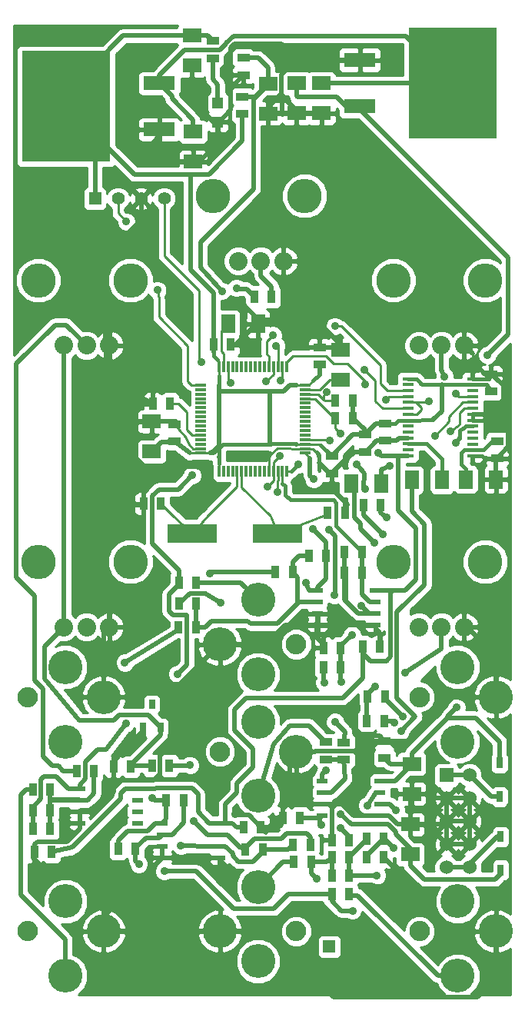
<source format=gtl>
G04 #@! TF.GenerationSoftware,KiCad,Pcbnew,(6.0.0-rc1-dev-209-g91e3d21d6)*
G04 #@! TF.CreationDate,2022-02-26T20:17:17+01:00*
G04 #@! TF.ProjectId,new_worm3,6E65775F776F726D332E6B696361645F,rev?*
G04 #@! TF.SameCoordinates,Original*
G04 #@! TF.FileFunction,Copper,L1,Top,Signal*
G04 #@! TF.FilePolarity,Positive*
%FSLAX46Y46*%
G04 Gerber Fmt 4.6, Leading zero omitted, Abs format (unit mm)*
G04 Created by KiCad (PCBNEW (6.0.0-rc1-dev-209-g91e3d21d6)) date Sat Feb 26 20:17:17 2022*
%MOMM*%
%LPD*%
G01*
G04 APERTURE LIST*
G04 #@! TA.AperFunction,SMDPad,CuDef*
%ADD10R,9.751060X12.199620*%
G04 #@! TD*
G04 #@! TA.AperFunction,SMDPad,CuDef*
%ADD11R,3.500120X1.600200*%
G04 #@! TD*
G04 #@! TA.AperFunction,SMDPad,CuDef*
%ADD12R,1.270000X0.406400*%
G04 #@! TD*
G04 #@! TA.AperFunction,SMDPad,CuDef*
%ADD13R,0.701040X1.198880*%
G04 #@! TD*
G04 #@! TA.AperFunction,SMDPad,CuDef*
%ADD14R,1.143000X0.508000*%
G04 #@! TD*
G04 #@! TA.AperFunction,SMDPad,CuDef*
%ADD15R,1.524000X2.032000*%
G04 #@! TD*
G04 #@! TA.AperFunction,SMDPad,CuDef*
%ADD16R,2.032000X1.524000*%
G04 #@! TD*
G04 #@! TA.AperFunction,SMDPad,CuDef*
%ADD17R,0.889000X1.397000*%
G04 #@! TD*
G04 #@! TA.AperFunction,SMDPad,CuDef*
%ADD18R,1.397000X0.889000*%
G04 #@! TD*
G04 #@! TA.AperFunction,ComponentPad*
%ADD19R,1.397000X1.397000*%
G04 #@! TD*
G04 #@! TA.AperFunction,ComponentPad*
%ADD20C,1.397000*%
G04 #@! TD*
G04 #@! TA.AperFunction,ComponentPad*
%ADD21O,2.032000X2.032000*%
G04 #@! TD*
G04 #@! TA.AperFunction,ComponentPad*
%ADD22O,3.810000X3.810000*%
G04 #@! TD*
G04 #@! TA.AperFunction,ComponentPad*
%ADD23O,3.799840X3.799840*%
G04 #@! TD*
G04 #@! TA.AperFunction,SMDPad,CuDef*
%ADD24R,5.499100X1.998980*%
G04 #@! TD*
G04 #@! TA.AperFunction,ComponentPad*
%ADD25R,1.524000X1.524000*%
G04 #@! TD*
G04 #@! TA.AperFunction,ComponentPad*
%ADD26C,1.524000*%
G04 #@! TD*
G04 #@! TA.AperFunction,SMDPad,CuDef*
%ADD27R,0.299720X1.198880*%
G04 #@! TD*
G04 #@! TA.AperFunction,SMDPad,CuDef*
%ADD28R,1.198880X0.299720*%
G04 #@! TD*
G04 #@! TA.AperFunction,SMDPad,CuDef*
%ADD29R,1.198880X1.198880*%
G04 #@! TD*
G04 #@! TA.AperFunction,ComponentPad*
%ADD30O,3.749040X3.749040*%
G04 #@! TD*
G04 #@! TA.AperFunction,ComponentPad*
%ADD31O,2.247900X2.247900*%
G04 #@! TD*
G04 #@! TA.AperFunction,SMDPad,CuDef*
%ADD32R,0.701040X1.000760*%
G04 #@! TD*
G04 #@! TA.AperFunction,ViaPad*
%ADD33C,0.889000*%
G04 #@! TD*
G04 #@! TA.AperFunction,Conductor*
%ADD34C,0.500380*%
G04 #@! TD*
G04 #@! TA.AperFunction,Conductor*
%ADD35C,0.398780*%
G04 #@! TD*
G04 #@! TA.AperFunction,Conductor*
%ADD36C,0.248920*%
G04 #@! TD*
G04 #@! TA.AperFunction,Conductor*
%ADD37C,0.254000*%
G04 #@! TD*
G04 APERTURE END LIST*
D10*
G04 #@! TO.P,U7,3.3*
G04 #@! TO.N,+3.3V*
X124975620Y-68453000D03*
D11*
G04 #@! TO.P,U7,VI*
G04 #@! TO.N,GND*
X135249920Y-70993000D03*
G04 #@! TO.P,U7,VO*
G04 #@! TO.N,+5V*
X135249920Y-65913000D03*
G04 #@! TD*
D10*
G04 #@! TO.P,U8,5V*
G04 #@! TO.N,+5V*
X167594280Y-65874900D03*
D11*
G04 #@! TO.P,U8,VI*
G04 #@! TO.N,GND*
X157319980Y-63334900D03*
G04 #@! TO.P,U8,VO*
G04 #@! TO.N,+12V*
X157319980Y-68414900D03*
G04 #@! TD*
D12*
G04 #@! TO.P,audioint1,1*
G04 #@! TO.N,+3.3V*
X162633660Y-98458020D03*
G04 #@! TO.P,audioint1,2*
G04 #@! TO.N,N/C*
X162633660Y-99093020D03*
G04 #@! TO.P,audioint1,3*
G04 #@! TO.N,/I2S_SCLK*
X162633660Y-99753420D03*
G04 #@! TO.P,audioint1,4*
G04 #@! TO.N,/I2S_SDO*
X162633660Y-100413820D03*
G04 #@! TO.P,audioint1,5*
G04 #@! TO.N,/I2S_LRCK*
X162633660Y-101048820D03*
G04 #@! TO.P,audioint1,6*
G04 #@! TO.N,/I2S_SDI*
X162633660Y-101709220D03*
G04 #@! TO.P,audioint1,7*
G04 #@! TO.N,/I2S_LRCK*
X162633660Y-102369620D03*
G04 #@! TO.P,audioint1,8*
G04 #@! TO.N,+3.3V*
X162633660Y-103004620D03*
G04 #@! TO.P,audioint1,9*
G04 #@! TO.N,N/C*
X162633660Y-103665020D03*
G04 #@! TO.P,audioint1,10*
X162633660Y-104300020D03*
G04 #@! TO.P,audioint1,11*
G04 #@! TO.N,GND*
X162633660Y-104960420D03*
G04 #@! TO.P,audioint1,12*
G04 #@! TO.N,LINEOUTL*
X162633660Y-105620820D03*
G04 #@! TO.P,audioint1,13*
G04 #@! TO.N,N/C*
X162633660Y-106255820D03*
G04 #@! TO.P,audioint1,14*
G04 #@! TO.N,AVDD*
X162633660Y-106916220D03*
G04 #@! TO.P,audioint1,15*
G04 #@! TO.N,GND*
X169745660Y-106916220D03*
G04 #@! TO.P,audioint1,16*
G04 #@! TO.N,N-000001*
X169745660Y-106255820D03*
G04 #@! TO.P,audioint1,17*
G04 #@! TO.N,N/C*
X169745660Y-105646220D03*
G04 #@! TO.P,audioint1,18*
X169745660Y-104960420D03*
G04 #@! TO.P,audioint1,19*
X169745660Y-104300020D03*
G04 #@! TO.P,audioint1,20*
G04 #@! TO.N,LINEINL*
X169745660Y-103665020D03*
G04 #@! TO.P,audioint1,21*
G04 #@! TO.N,GND*
X169745660Y-103004620D03*
G04 #@! TO.P,audioint1,22*
X169745660Y-102369620D03*
G04 #@! TO.P,audioint1,23*
G04 #@! TO.N,/I2S_SDA*
X169745660Y-101709220D03*
G04 #@! TO.P,audioint1,24*
G04 #@! TO.N,/I2S_SCL*
X169745660Y-101048820D03*
G04 #@! TO.P,audioint1,25*
G04 #@! TO.N,/I2S_MCLK*
X169745660Y-100413820D03*
G04 #@! TO.P,audioint1,26*
G04 #@! TO.N,N/C*
X169745660Y-99753420D03*
G04 #@! TO.P,audioint1,27*
G04 #@! TO.N,+3.3V*
X169745660Y-99093020D03*
G04 #@! TO.P,audioint1,28*
G04 #@! TO.N,GND*
X169745660Y-98458020D03*
G04 #@! TD*
D13*
G04 #@! TO.P,D4,1*
G04 #@! TO.N,-12V*
X172839380Y-152560020D03*
G04 #@! TO.P,D4,2*
G04 #@! TO.N,N-000070*
X172839380Y-148861780D03*
G04 #@! TD*
G04 #@! TO.P,D3,1*
G04 #@! TO.N,N-000071*
X172709840Y-144459960D03*
G04 #@! TO.P,D3,2*
G04 #@! TO.N,+12V*
X172709840Y-140761720D03*
G04 #@! TD*
D14*
G04 #@! TO.P,U5,8*
G04 #@! TO.N,+12V*
X159550100Y-142735300D03*
G04 #@! TO.P,U5,7*
G04 #@! TO.N,N-000106*
X159550100Y-144005300D03*
G04 #@! TO.P,U5,6*
G04 #@! TO.N,N-000103*
X159550100Y-145275300D03*
G04 #@! TO.P,U5,5*
G04 #@! TO.N,GND*
X159550100Y-146545300D03*
G04 #@! TO.P,U5,4*
G04 #@! TO.N,-12V*
X153200100Y-146545300D03*
G04 #@! TO.P,U5,3*
G04 #@! TO.N,GND*
X153200100Y-145275300D03*
G04 #@! TO.P,U5,2*
G04 #@! TO.N,N-000098*
X153200100Y-144005300D03*
G04 #@! TO.P,U5,1*
G04 #@! TO.N,N-000107*
X153200100Y-142735300D03*
G04 #@! TD*
G04 #@! TO.P,U6,8*
G04 #@! TO.N,AVDD*
X159014160Y-121754900D03*
G04 #@! TO.P,U6,7*
G04 #@! TO.N,ADC1*
X159014160Y-123024900D03*
G04 #@! TO.P,U6,6*
G04 #@! TO.N,N-000102*
X159014160Y-124294900D03*
G04 #@! TO.P,U6,5*
G04 #@! TO.N,GND*
X159014160Y-125564900D03*
G04 #@! TO.P,U6,4*
X152664160Y-125564900D03*
G04 #@! TO.P,U6,3*
X152664160Y-124294900D03*
G04 #@! TO.P,U6,2*
G04 #@! TO.N,N-000097*
X152664160Y-123024900D03*
G04 #@! TO.P,U6,1*
G04 #@! TO.N,ADC0*
X152664160Y-121754900D03*
G04 #@! TD*
G04 #@! TO.P,U9,8*
G04 #@! TO.N,AVDD*
X141897100Y-147370800D03*
G04 #@! TO.P,U9,7*
G04 #@! TO.N,ADC3*
X141897100Y-148640800D03*
G04 #@! TO.P,U9,6*
G04 #@! TO.N,N-000093*
X141897100Y-149910800D03*
G04 #@! TO.P,U9,5*
G04 #@! TO.N,GND*
X141897100Y-151180800D03*
G04 #@! TO.P,U9,4*
X135547100Y-151180800D03*
G04 #@! TO.P,U9,3*
X135547100Y-149910800D03*
G04 #@! TO.P,U9,2*
G04 #@! TO.N,N-000078*
X135547100Y-148640800D03*
G04 #@! TO.P,U9,1*
G04 #@! TO.N,ADC2*
X135547100Y-147370800D03*
G04 #@! TD*
G04 #@! TO.P,U10,8*
G04 #@! TO.N,AVDD*
X132801360Y-143565880D03*
G04 #@! TO.P,U10,7*
G04 #@! TO.N,N/C*
X132801360Y-144835880D03*
G04 #@! TO.P,U10,6*
X132801360Y-146105880D03*
G04 #@! TO.P,U10,5*
X132801360Y-147375880D03*
G04 #@! TO.P,U10,4*
G04 #@! TO.N,GND*
X126451360Y-147375880D03*
G04 #@! TO.P,U10,3*
X126451360Y-146105880D03*
G04 #@! TO.P,U10,2*
G04 #@! TO.N,N-000079*
X126451360Y-144835880D03*
G04 #@! TO.P,U10,1*
G04 #@! TO.N,ADC4*
X126451360Y-143565880D03*
G04 #@! TD*
D15*
G04 #@! TO.P,C34,1*
G04 #@! TO.N,LINEINL*
X159661860Y-109959140D03*
G04 #@! TO.P,C34,2*
G04 #@! TO.N,N-000095*
X156359860Y-109959140D03*
G04 #@! TD*
D16*
G04 #@! TO.P,C25,1*
G04 #@! TO.N,+5V*
X153085800Y-65913000D03*
G04 #@! TO.P,C25,2*
G04 #@! TO.N,GND*
X153085800Y-69215000D03*
G04 #@! TD*
D15*
G04 #@! TO.P,C26,1*
G04 #@! TO.N,N-000001*
X168998900Y-109540040D03*
G04 #@! TO.P,C26,2*
G04 #@! TO.N,GND*
X172300900Y-109540040D03*
G04 #@! TD*
D16*
G04 #@! TO.P,C20,1*
G04 #@! TO.N,+12V*
X163042600Y-140855700D03*
G04 #@! TO.P,C20,2*
G04 #@! TO.N,GND*
X163042600Y-144157700D03*
G04 #@! TD*
G04 #@! TO.P,C21,1*
G04 #@! TO.N,AVDD*
X147190460Y-65958720D03*
G04 #@! TO.P,C21,2*
G04 #@! TO.N,GND*
X147190460Y-69260720D03*
G04 #@! TD*
G04 #@! TO.P,C22,1*
G04 #@! TO.N,+5V*
X138938000Y-71247000D03*
G04 #@! TO.P,C22,2*
G04 #@! TO.N,GND*
X138938000Y-74549000D03*
G04 #@! TD*
G04 #@! TO.P,C23,1*
G04 #@! TO.N,+3.3V*
X138811000Y-60657740D03*
G04 #@! TO.P,C23,2*
G04 #@! TO.N,GND*
X138811000Y-63959740D03*
G04 #@! TD*
G04 #@! TO.P,C24,1*
G04 #@! TO.N,+12V*
X150329900Y-65913000D03*
G04 #@! TO.P,C24,2*
G04 #@! TO.N,GND*
X150329900Y-69215000D03*
G04 #@! TD*
G04 #@! TO.P,C35,1*
G04 #@! TO.N,N-000054*
X155178760Y-98552000D03*
G04 #@! TO.P,C35,2*
G04 #@! TO.N,GND*
X155178760Y-95250000D03*
G04 #@! TD*
D15*
G04 #@! TO.P,C36,1*
G04 #@! TO.N,N-000053*
X142829280Y-92389960D03*
G04 #@! TO.P,C36,2*
G04 #@! TO.N,GND*
X146131280Y-92389960D03*
G04 #@! TD*
D16*
G04 #@! TO.P,C38,1*
G04 #@! TO.N,+3.3V*
X134378700Y-106464100D03*
G04 #@! TO.P,C38,2*
G04 #@! TO.N,GND*
X134378700Y-103162100D03*
G04 #@! TD*
D15*
G04 #@! TO.P,C14,1*
G04 #@! TO.N,LINEOUTL*
X166359840Y-109580680D03*
G04 #@! TO.P,C14,2*
G04 #@! TO.N,N-000105*
X163057840Y-109580680D03*
G04 #@! TD*
D16*
G04 #@! TO.P,C27,1*
G04 #@! TO.N,GND*
X162864800Y-147523200D03*
G04 #@! TO.P,C27,2*
G04 #@! TO.N,-12V*
X162864800Y-150825200D03*
G04 #@! TD*
D17*
G04 #@! TO.P,R5,1*
G04 #@! TO.N,/Sheet550B4EA0/CV1*
X137347960Y-125780800D03*
G04 #@! TO.P,R5,2*
G04 #@! TO.N,N-000097*
X139252960Y-125780800D03*
G04 #@! TD*
G04 #@! TO.P,R1,1*
G04 #@! TO.N,-12V*
X136334500Y-141053820D03*
G04 #@! TO.P,R1,2*
G04 #@! TO.N,/Sheet550B4EA0/REF-10*
X134429500Y-141053820D03*
G04 #@! TD*
G04 #@! TO.P,R6,1*
G04 #@! TO.N,N-000096*
X148028660Y-119750840D03*
G04 #@! TO.P,R6,2*
G04 #@! TO.N,N-000097*
X149933660Y-119750840D03*
G04 #@! TD*
G04 #@! TO.P,R4,1*
G04 #@! TO.N,N-000083*
X147601940Y-89420700D03*
G04 #@! TO.P,R4,2*
G04 #@! TO.N,N-000093*
X145696940Y-89420700D03*
G04 #@! TD*
G04 #@! TO.P,R3,1*
G04 #@! TO.N,N-000082*
X159981900Y-136121140D03*
G04 #@! TO.P,R3,2*
G04 #@! TO.N,N-000102*
X158076900Y-136121140D03*
G04 #@! TD*
G04 #@! TO.P,R2,1*
G04 #@! TO.N,N-000025*
X136433560Y-101191060D03*
G04 #@! TO.P,R2,2*
G04 #@! TO.N,GND*
X134528560Y-101191060D03*
G04 #@! TD*
G04 #@! TO.P,R34,1*
G04 #@! TO.N,N-000095*
X155232100Y-128079500D03*
G04 #@! TO.P,R34,2*
G04 #@! TO.N,GND*
X153327100Y-128079500D03*
G04 #@! TD*
G04 #@! TO.P,R17,1*
G04 #@! TO.N,ADC4*
X121312940Y-145999200D03*
G04 #@! TO.P,R17,2*
G04 #@! TO.N,N-000079*
X123217940Y-145999200D03*
G04 #@! TD*
G04 #@! TO.P,R33,1*
G04 #@! TO.N,N-000101*
X150037800Y-151681180D03*
G04 #@! TO.P,R33,2*
G04 #@! TO.N,N-000106*
X151942800Y-151681180D03*
G04 #@! TD*
G04 #@! TO.P,R32,1*
G04 #@! TO.N,N-000095*
X155232100Y-130200400D03*
G04 #@! TO.P,R32,2*
G04 #@! TO.N,N-000107*
X153327100Y-130200400D03*
G04 #@! TD*
G04 #@! TO.P,R31,1*
G04 #@! TO.N,/I2S_SCL*
X154617420Y-102760780D03*
G04 #@! TO.P,R31,2*
G04 #@! TO.N,+3.3V*
X156522420Y-102760780D03*
G04 #@! TD*
G04 #@! TO.P,R30,1*
G04 #@! TO.N,/I2S_SDA*
X154617420Y-100860860D03*
G04 #@! TO.P,R30,2*
G04 #@! TO.N,+3.3V*
X156522420Y-100860860D03*
G04 #@! TD*
G04 #@! TO.P,R29,1*
G04 #@! TO.N,N-000106*
X154241500Y-151130000D03*
G04 #@! TO.P,R29,2*
G04 #@! TO.N,N-000103*
X156146500Y-151130000D03*
G04 #@! TD*
D18*
G04 #@! TO.P,R28,1*
G04 #@! TO.N,N-000107*
X155519120Y-138498580D03*
G04 #@! TO.P,R28,2*
G04 #@! TO.N,N-000098*
X155519120Y-140403580D03*
G04 #@! TD*
D17*
G04 #@! TO.P,R27,1*
G04 #@! TO.N,N-000103*
X158051500Y-149098000D03*
G04 #@! TO.P,R27,2*
G04 #@! TO.N,N-000105*
X159956500Y-149098000D03*
G04 #@! TD*
D18*
G04 #@! TO.P,R26,1*
G04 #@! TO.N,N-000009*
X141099540Y-63141860D03*
G04 #@! TO.P,R26,2*
G04 #@! TO.N,+3.3V*
X141099540Y-61236860D03*
G04 #@! TD*
G04 #@! TO.P,R24,1*
G04 #@! TO.N,N-000098*
X153619200Y-140362940D03*
G04 #@! TO.P,R24,2*
G04 #@! TO.N,N-000084*
X153619200Y-138457940D03*
G04 #@! TD*
D17*
G04 #@! TO.P,R18,1*
G04 #@! TO.N,N-000105*
X158051500Y-151130000D03*
G04 #@! TO.P,R18,2*
G04 #@! TO.N,GND*
X159956500Y-151130000D03*
G04 #@! TD*
G04 #@! TO.P,R7,1*
G04 #@! TO.N,/Sheet550B4EA0/CV2*
X160083500Y-133438900D03*
G04 #@! TO.P,R7,2*
G04 #@! TO.N,N-000102*
X158178500Y-133438900D03*
G04 #@! TD*
G04 #@! TO.P,R16,1*
G04 #@! TO.N,/Sheet550B4EA0/CV5*
X121297700Y-143659860D03*
G04 #@! TO.P,R16,2*
G04 #@! TO.N,N-000079*
X123202700Y-143659860D03*
G04 #@! TD*
G04 #@! TO.P,R15,1*
G04 #@! TO.N,ADC3*
X151881840Y-149760940D03*
G04 #@! TO.P,R15,2*
G04 #@! TO.N,N-000093*
X149976840Y-149760940D03*
G04 #@! TD*
G04 #@! TO.P,R14,1*
G04 #@! TO.N,ADC0*
X137406380Y-123220480D03*
G04 #@! TO.P,R14,2*
G04 #@! TO.N,N-000097*
X139311380Y-123220480D03*
G04 #@! TD*
G04 #@! TO.P,R13,1*
G04 #@! TO.N,N-000091*
X159623760Y-112339120D03*
G04 #@! TO.P,R13,2*
G04 #@! TO.N,N-000078*
X157718760Y-112339120D03*
G04 #@! TD*
G04 #@! TO.P,R12,1*
G04 #@! TO.N,/Sheet550B4EA0/CV4*
X139283440Y-120898920D03*
G04 #@! TO.P,R12,2*
G04 #@! TO.N,N-000093*
X137378440Y-120898920D03*
G04 #@! TD*
G04 #@! TO.P,R11,1*
G04 #@! TO.N,N-000094*
X126146560Y-141620240D03*
G04 #@! TO.P,R11,2*
G04 #@! TO.N,N-000079*
X128051560Y-141620240D03*
G04 #@! TD*
G04 #@! TO.P,R10,1*
G04 #@! TO.N,ADC2*
X136009380Y-144896840D03*
G04 #@! TO.P,R10,2*
G04 #@! TO.N,N-000078*
X137914380Y-144896840D03*
G04 #@! TD*
G04 #@! TO.P,R9,1*
G04 #@! TO.N,ADC1*
X157523180Y-117510560D03*
G04 #@! TO.P,R9,2*
G04 #@! TO.N,N-000102*
X155618180Y-117510560D03*
G04 #@! TD*
G04 #@! TO.P,R8,1*
G04 #@! TO.N,/Sheet550B4EA0/CV3*
X156146500Y-155194000D03*
G04 #@! TO.P,R8,2*
G04 #@! TO.N,N-000078*
X154241500Y-155194000D03*
G04 #@! TD*
D18*
G04 #@! TO.P,C16,1*
G04 #@! TO.N,+3.3V*
X152890220Y-96903540D03*
G04 #@! TO.P,C16,2*
G04 #@! TO.N,GND*
X152890220Y-94998540D03*
G04 #@! TD*
G04 #@! TO.P,C3,1*
G04 #@! TO.N,+3.3V*
X171770040Y-99862640D03*
G04 #@! TO.P,C3,2*
G04 #@! TO.N,GND*
X171770040Y-97957640D03*
G04 #@! TD*
G04 #@! TO.P,C4,1*
G04 #@! TO.N,+3.3V*
X160098740Y-103378000D03*
G04 #@! TO.P,C4,2*
G04 #@! TO.N,GND*
X160098740Y-105283000D03*
G04 #@! TD*
G04 #@! TO.P,C5,1*
G04 #@! TO.N,+3.3V*
X157861000Y-104607360D03*
G04 #@! TO.P,C5,2*
G04 #@! TO.N,GND*
X157861000Y-106512360D03*
G04 #@! TD*
D17*
G04 #@! TO.P,C6,1*
G04 #@! TO.N,N-000102*
X155638500Y-119771160D03*
G04 #@! TO.P,C6,2*
G04 #@! TO.N,ADC1*
X157543500Y-119771160D03*
G04 #@! TD*
G04 #@! TO.P,C7,1*
G04 #@! TO.N,N-000097*
X151706580Y-117960140D03*
G04 #@! TO.P,C7,2*
G04 #@! TO.N,ADC0*
X153611580Y-117960140D03*
G04 #@! TD*
G04 #@! TO.P,C8,1*
G04 #@! TO.N,N-000078*
X132623560Y-150230840D03*
G04 #@! TO.P,C8,2*
G04 #@! TO.N,ADC2*
X130718560Y-150230840D03*
G04 #@! TD*
G04 #@! TO.P,C9,1*
G04 #@! TO.N,GND*
X146418300Y-147828000D03*
G04 #@! TO.P,C9,2*
G04 #@! TO.N,AVDD*
X144513300Y-147828000D03*
G04 #@! TD*
G04 #@! TO.P,C10,1*
G04 #@! TO.N,GND*
X121478040Y-150571200D03*
G04 #@! TO.P,C10,2*
G04 #@! TO.N,AVDD*
X123383040Y-150571200D03*
G04 #@! TD*
G04 #@! TO.P,C11,1*
G04 #@! TO.N,GND*
X159550100Y-127952500D03*
G04 #@! TO.P,C11,2*
G04 #@! TO.N,AVDD*
X157645100Y-127952500D03*
G04 #@! TD*
G04 #@! TO.P,C12,1*
G04 #@! TO.N,N-000093*
X146621500Y-150289260D03*
G04 #@! TO.P,C12,2*
G04 #@! TO.N,ADC3*
X144716500Y-150289260D03*
G04 #@! TD*
D18*
G04 #@! TO.P,C13,1*
G04 #@! TO.N,AVDD*
X144510760Y-63088520D03*
G04 #@! TO.P,C13,2*
G04 #@! TO.N,GND*
X144510760Y-64993520D03*
G04 #@! TD*
D17*
G04 #@! TO.P,C15,1*
G04 #@! TO.N,+3.3V*
X141211300Y-94691200D03*
G04 #@! TO.P,C15,2*
G04 #@! TO.N,GND*
X143116300Y-94691200D03*
G04 #@! TD*
D18*
G04 #@! TO.P,C17,1*
G04 #@! TO.N,+3.3V*
X154228800Y-106946700D03*
G04 #@! TO.P,C17,2*
G04 #@! TO.N,GND*
X154228800Y-108851700D03*
G04 #@! TD*
G04 #@! TO.P,C18,1*
G04 #@! TO.N,+3.3V*
X136928860Y-105341420D03*
G04 #@! TO.P,C18,2*
G04 #@! TO.N,GND*
X136928860Y-103436420D03*
G04 #@! TD*
D17*
G04 #@! TO.P,C19,1*
G04 #@! TO.N,N-000079*
X123217940Y-148031200D03*
G04 #@! TO.P,C19,2*
G04 #@! TO.N,ADC4*
X121312940Y-148031200D03*
G04 #@! TD*
G04 #@! TO.P,C28,1*
G04 #@! TO.N,N-000051*
X135420100Y-112204500D03*
G04 #@! TO.P,C28,2*
G04 #@! TO.N,GND*
X133515100Y-112204500D03*
G04 #@! TD*
G04 #@! TO.P,C29,1*
G04 #@! TO.N,N-000055*
X153766520Y-113200180D03*
G04 #@! TO.P,C29,2*
G04 #@! TO.N,GND*
X155671520Y-113200180D03*
G04 #@! TD*
G04 #@! TO.P,C30,1*
G04 #@! TO.N,N-000106*
X154241500Y-153162000D03*
G04 #@! TO.P,C30,2*
G04 #@! TO.N,N-000103*
X156146500Y-153162000D03*
G04 #@! TD*
G04 #@! TO.P,C31,1*
G04 #@! TO.N,GND*
X154218640Y-149250400D03*
G04 #@! TO.P,C31,2*
G04 #@! TO.N,N-000095*
X156123640Y-149250400D03*
G04 #@! TD*
D18*
G04 #@! TO.P,C32,1*
G04 #@! TO.N,GND*
X160040320Y-138318240D03*
G04 #@! TO.P,C32,2*
G04 #@! TO.N,+12V*
X160040320Y-140223240D03*
G04 #@! TD*
D17*
G04 #@! TO.P,C33,1*
G04 #@! TO.N,-12V*
X150710900Y-146796760D03*
G04 #@! TO.P,C33,2*
G04 #@! TO.N,GND*
X148805900Y-146796760D03*
G04 #@! TD*
D18*
G04 #@! TO.P,C2,1*
G04 #@! TO.N,N-000001*
X172450760Y-105328720D03*
G04 #@! TO.P,C2,2*
G04 #@! TO.N,GND*
X172450760Y-107233720D03*
G04 #@! TD*
G04 #@! TO.P,L1,1*
G04 #@! TO.N,AVDD*
X144388840Y-67388740D03*
G04 #@! TO.P,L1,2*
G04 #@! TO.N,+3.3V*
X144388840Y-69293740D03*
G04 #@! TD*
D17*
G04 #@! TO.P,C1,1*
G04 #@! TO.N,GND*
X130182620Y-141165580D03*
G04 #@! TO.P,C1,2*
G04 #@! TO.N,/Sheet550B4EA0/REF-10*
X132087620Y-141165580D03*
G04 #@! TD*
D19*
G04 #@! TO.P,P45,1*
G04 #@! TO.N,+3.3V*
X128140460Y-78600300D03*
D20*
G04 #@! TO.P,P45,2*
G04 #@! TO.N,/SWCK*
X130680460Y-78600300D03*
G04 #@! TO.P,P45,3*
G04 #@! TO.N,GND*
X133220460Y-78600300D03*
G04 #@! TO.P,P45,4*
G04 #@! TO.N,/SWDIO*
X135760460Y-78600300D03*
G04 #@! TD*
D21*
G04 #@! TO.P,RV2,1*
G04 #@! TO.N,/Sheet550B4EA0/REF-10*
X143918940Y-85481160D03*
G04 #@! TO.P,RV2,2*
G04 #@! TO.N,N-000083*
X146418300Y-85481160D03*
G04 #@! TO.P,RV2,3*
G04 #@! TO.N,GND*
X148917660Y-85481160D03*
D22*
G04 #@! TO.P,RV2,N$1*
G04 #@! TO.N,N/C*
X141112240Y-78300580D03*
G04 #@! TO.P,RV2,N$2*
X151246840Y-78300580D03*
G04 #@! TD*
D21*
G04 #@! TO.P,RV1,1*
G04 #@! TO.N,/Sheet550B4EA0/REF-10*
X163817300Y-125780800D03*
G04 #@! TO.P,RV1,2*
G04 #@! TO.N,N-000082*
X166316660Y-125780800D03*
G04 #@! TO.P,RV1,3*
G04 #@! TO.N,GND*
X168816020Y-125780800D03*
D23*
G04 #@! TO.P,RV1,N$1*
G04 #@! TO.N,N/C*
X161010600Y-118600220D03*
G04 #@! TO.P,RV1,N$2*
X171145200Y-118600220D03*
G04 #@! TD*
D21*
G04 #@! TO.P,RV3,1*
G04 #@! TO.N,/Sheet550B4EA0/REF-10*
X124719080Y-94780100D03*
G04 #@! TO.P,RV3,2*
G04 #@! TO.N,N-000094*
X127218440Y-94780100D03*
G04 #@! TO.P,RV3,3*
G04 #@! TO.N,GND*
X129717800Y-94780100D03*
D22*
G04 #@! TO.P,RV3,N$1*
G04 #@! TO.N,N/C*
X121912380Y-87599520D03*
G04 #@! TO.P,RV3,N$2*
X132046980Y-87599520D03*
G04 #@! TD*
D21*
G04 #@! TO.P,RV4,1*
G04 #@! TO.N,/Sheet550B4EA0/REF-10*
X124719080Y-125780800D03*
G04 #@! TO.P,RV4,2*
G04 #@! TO.N,N-000096*
X127218440Y-125780800D03*
G04 #@! TO.P,RV4,3*
G04 #@! TO.N,GND*
X129717800Y-125780800D03*
D22*
G04 #@! TO.P,RV4,N$1*
G04 #@! TO.N,N/C*
X121912380Y-118600220D03*
D23*
G04 #@! TO.P,RV4,N$2*
X132046980Y-118600220D03*
G04 #@! TD*
D21*
G04 #@! TO.P,RV5,1*
G04 #@! TO.N,/Sheet550B4EA0/REF-10*
X163817300Y-94780100D03*
G04 #@! TO.P,RV5,2*
G04 #@! TO.N,N-000091*
X166316660Y-94780100D03*
G04 #@! TO.P,RV5,3*
G04 #@! TO.N,GND*
X168816020Y-94780100D03*
D23*
G04 #@! TO.P,RV5,N$1*
G04 #@! TO.N,N/C*
X161010600Y-87599520D03*
G04 #@! TO.P,RV5,N$2*
X171145200Y-87599520D03*
G04 #@! TD*
D24*
G04 #@! TO.P,X1,1*
G04 #@! TO.N,N-000051*
X138861800Y-115450620D03*
G04 #@! TO.P,X1,2*
G04 #@! TO.N,N-000055*
X148259800Y-115450620D03*
G04 #@! TD*
D25*
G04 #@! TO.P,P1,1*
G04 #@! TO.N,N-000071*
X166870380Y-142110460D03*
D26*
G04 #@! TO.P,P1,2*
X169410380Y-142110460D03*
G04 #@! TO.P,P1,3*
G04 #@! TO.N,GND*
X166870380Y-144650460D03*
G04 #@! TO.P,P1,4*
X169410380Y-144650460D03*
G04 #@! TO.P,P1,5*
X166870380Y-147190460D03*
G04 #@! TO.P,P1,6*
X169410380Y-147190460D03*
G04 #@! TO.P,P1,7*
X166870380Y-149730460D03*
G04 #@! TO.P,P1,8*
X169410380Y-149730460D03*
G04 #@! TO.P,P1,9*
G04 #@! TO.N,N-000070*
X166870380Y-152270460D03*
G04 #@! TO.P,P1,10*
X169410380Y-152270460D03*
G04 #@! TD*
D27*
G04 #@! TO.P,U14,1*
G04 #@! TO.N,+3.3V*
X141795500Y-108635800D03*
G04 #@! TO.P,U14,2*
G04 #@! TO.N,N/C*
X142295880Y-108635800D03*
G04 #@! TO.P,U14,3*
X142796260Y-108635800D03*
G04 #@! TO.P,U14,4*
X143296640Y-108635800D03*
G04 #@! TO.P,U14,5*
G04 #@! TO.N,N-000051*
X143794480Y-108635800D03*
G04 #@! TO.P,U14,6*
G04 #@! TO.N,N-000055*
X144294860Y-108635800D03*
G04 #@! TO.P,U14,7*
G04 #@! TO.N,N/C*
X144795240Y-108635800D03*
G04 #@! TO.P,U14,8*
X145295620Y-108635800D03*
G04 #@! TO.P,U14,9*
X145796000Y-108635800D03*
G04 #@! TO.P,U14,10*
X146296380Y-108635800D03*
G04 #@! TO.P,U14,11*
X146796760Y-108635800D03*
G04 #@! TO.P,U14,12*
G04 #@! TO.N,GND*
X147294600Y-108635800D03*
G04 #@! TO.P,U14,13*
G04 #@! TO.N,AVDD*
X147794980Y-108635800D03*
G04 #@! TO.P,U14,14*
G04 #@! TO.N,ADC0*
X148295360Y-108635800D03*
G04 #@! TO.P,U14,15*
G04 #@! TO.N,ADC1*
X148795740Y-108635800D03*
G04 #@! TO.P,U14,16*
G04 #@! TO.N,ADC2*
X149296120Y-108635800D03*
G04 #@! TO.P,U14,33*
G04 #@! TO.N,/I2S_LRCK*
X149296120Y-97134680D03*
G04 #@! TO.P,U14,34*
G04 #@! TO.N,/I2S_SCLK*
X148795740Y-97134680D03*
G04 #@! TO.P,U14,35*
G04 #@! TO.N,/I2S_SDI*
X148295360Y-97134680D03*
G04 #@! TO.P,U14,36*
G04 #@! TO.N,/I2S_SDO*
X147794980Y-97134680D03*
G04 #@! TO.P,U14,37*
G04 #@! TO.N,/I2S_MCLK*
X147294600Y-97134680D03*
G04 #@! TO.P,U14,38*
G04 #@! TO.N,N/C*
X146796760Y-97134680D03*
G04 #@! TO.P,U14,39*
X146296380Y-97134680D03*
G04 #@! TO.P,U14,40*
X145796000Y-97134680D03*
G04 #@! TO.P,U14,41*
X145295620Y-97134680D03*
G04 #@! TO.P,U14,42*
X144795240Y-97134680D03*
G04 #@! TO.P,U14,43*
X144294860Y-97134680D03*
G04 #@! TO.P,U14,44*
X143794480Y-97134680D03*
G04 #@! TO.P,U14,45*
X143296640Y-97134680D03*
G04 #@! TO.P,U14,46*
G04 #@! TO.N,/SWDIO*
X142796260Y-97134680D03*
G04 #@! TO.P,U14,47*
G04 #@! TO.N,N-000053*
X142295880Y-97134680D03*
G04 #@! TO.P,U14,48*
G04 #@! TO.N,+3.3V*
X141795500Y-97134680D03*
D28*
G04 #@! TO.P,U14,17*
G04 #@! TO.N,ADC3*
X151295100Y-106636820D03*
G04 #@! TO.P,U14,18*
G04 #@! TO.N,GND*
X151295100Y-106136440D03*
G04 #@! TO.P,U14,19*
G04 #@! TO.N,+3.3V*
X151295100Y-105636060D03*
G04 #@! TO.P,U14,20*
G04 #@! TO.N,ADC4*
X151295100Y-105135680D03*
G04 #@! TO.P,U14,21*
G04 #@! TO.N,N/C*
X151295100Y-104635300D03*
G04 #@! TO.P,U14,22*
X151295100Y-104134920D03*
G04 #@! TO.P,U14,23*
X151295100Y-103634540D03*
G04 #@! TO.P,U14,24*
X151295100Y-103136700D03*
G04 #@! TO.P,U14,25*
X151295100Y-102636320D03*
G04 #@! TO.P,U14,26*
X151295100Y-102135940D03*
G04 #@! TO.P,U14,27*
X151295100Y-101635560D03*
G04 #@! TO.P,U14,28*
X151295100Y-101135180D03*
G04 #@! TO.P,U14,29*
G04 #@! TO.N,/I2S_SCL*
X151295100Y-100634800D03*
G04 #@! TO.P,U14,30*
G04 #@! TO.N,/I2S_SDA*
X151295100Y-100136960D03*
G04 #@! TO.P,U14,31*
G04 #@! TO.N,N-000054*
X151295100Y-99636580D03*
G04 #@! TO.P,U14,32*
G04 #@! TO.N,+3.3V*
X151295100Y-99136200D03*
G04 #@! TO.P,U14,49*
G04 #@! TO.N,/SWCK*
X139793980Y-99136200D03*
G04 #@! TO.P,U14,50*
G04 #@! TO.N,N/C*
X139793980Y-99636580D03*
G04 #@! TO.P,U14,51*
X139793980Y-100136960D03*
G04 #@! TO.P,U14,52*
X139793980Y-100634800D03*
G04 #@! TO.P,U14,53*
X139793980Y-101135180D03*
G04 #@! TO.P,U14,54*
X139793980Y-101635560D03*
G04 #@! TO.P,U14,55*
X139793980Y-102135940D03*
G04 #@! TO.P,U14,56*
X139793980Y-102636320D03*
G04 #@! TO.P,U14,57*
X139793980Y-103136700D03*
G04 #@! TO.P,U14,58*
X139793980Y-103634540D03*
G04 #@! TO.P,U14,59*
X139793980Y-104134920D03*
G04 #@! TO.P,U14,60*
G04 #@! TO.N,N-000025*
X139793980Y-104635300D03*
G04 #@! TO.P,U14,61*
G04 #@! TO.N,N/C*
X139793980Y-105135680D03*
G04 #@! TO.P,U14,62*
X139793980Y-105636060D03*
G04 #@! TO.P,U14,63*
G04 #@! TO.N,GND*
X139793980Y-106136440D03*
G04 #@! TO.P,U14,64*
G04 #@! TO.N,+3.3V*
X139793980Y-106636820D03*
G04 #@! TD*
D29*
G04 #@! TO.P,D2,1*
G04 #@! TO.N,N-000009*
X141660880Y-68072000D03*
G04 #@! TO.P,D2,2*
G04 #@! TO.N,GND*
X141660880Y-70170040D03*
G04 #@! TD*
D30*
G04 #@! TO.P,JACK7,1@1*
G04 #@! TO.N,GND*
X129098040Y-159301180D03*
G04 #@! TO.P,JACK7,3*
G04 #@! TO.N,/Sheet550B4EA0/CV5*
X124876560Y-164200840D03*
G04 #@! TO.P,JACK7,2*
G04 #@! TO.N,N/C*
X124899420Y-156001720D03*
D31*
G04 #@! TO.P,JACK7,1@2*
X120700800Y-159301180D03*
G04 #@! TD*
D30*
G04 #@! TO.P,JACK6,1@1*
G04 #@! TO.N,GND*
X141902180Y-127701040D03*
G04 #@! TO.P,JACK6,3*
G04 #@! TO.N,/Sheet550B4EA0/CV4*
X146100800Y-122801380D03*
G04 #@! TO.P,JACK6,2*
G04 #@! TO.N,N/C*
X146100800Y-131000500D03*
D31*
G04 #@! TO.P,JACK6,1@2*
X150299420Y-127701040D03*
G04 #@! TD*
D30*
G04 #@! TO.P,JACK5,1@1*
G04 #@! TO.N,GND*
X172298360Y-159301180D03*
G04 #@! TO.P,JACK5,3*
G04 #@! TO.N,/Sheet550B4EA0/CV3*
X168099740Y-164200840D03*
G04 #@! TO.P,JACK5,2*
G04 #@! TO.N,N/C*
X168099740Y-156001720D03*
D31*
G04 #@! TO.P,JACK5,1@2*
X163901120Y-159301180D03*
G04 #@! TD*
D30*
G04 #@! TO.P,JACK4,1@1*
G04 #@! TO.N,GND*
X172298360Y-133499860D03*
G04 #@! TO.P,JACK4,3*
G04 #@! TO.N,/Sheet550B4EA0/CV2*
X168099740Y-138399520D03*
G04 #@! TO.P,JACK4,2*
G04 #@! TO.N,N/C*
X168099740Y-130200400D03*
D31*
G04 #@! TO.P,JACK4,1@2*
X163901120Y-133499860D03*
G04 #@! TD*
D30*
G04 #@! TO.P,JACK3,1@1*
G04 #@! TO.N,GND*
X129098040Y-133499860D03*
G04 #@! TO.P,JACK3,3*
G04 #@! TO.N,/Sheet550B4EA0/CV1*
X124899420Y-138399520D03*
G04 #@! TO.P,JACK3,2*
G04 #@! TO.N,N/C*
X124899420Y-130200400D03*
D31*
G04 #@! TO.P,JACK3,1@2*
X120700800Y-133499860D03*
G04 #@! TD*
D30*
G04 #@! TO.P,OUT,1@1*
G04 #@! TO.N,GND*
X141902180Y-159301180D03*
G04 #@! TO.P,OUT,3*
G04 #@! TO.N,N-000101*
X146100800Y-154401520D03*
G04 #@! TO.P,OUT,2*
G04 #@! TO.N,N/C*
X146100800Y-162600640D03*
D31*
G04 #@! TO.P,OUT,1@2*
X150299420Y-159301180D03*
G04 #@! TD*
D30*
G04 #@! TO.P,IN!,1@1*
G04 #@! TO.N,GND*
X150299420Y-139499340D03*
G04 #@! TO.P,IN!,3*
G04 #@! TO.N,N-000084*
X146100800Y-144399000D03*
G04 #@! TO.P,IN!,2*
G04 #@! TO.N,N/C*
X146100800Y-136199880D03*
D31*
G04 #@! TO.P,IN!,1@2*
X141902180Y-139499340D03*
G04 #@! TD*
D32*
G04 #@! TO.P,D5,3*
G04 #@! TO.N,N/C*
X134416800Y-134302500D03*
G04 #@! TO.P,D5,2*
G04 #@! TO.N,/Sheet550B4EA0/REF-10*
X135369300Y-136842500D03*
G04 #@! TO.P,D5,1*
G04 #@! TO.N,GND*
X133464300Y-136842500D03*
G04 #@! TD*
D19*
G04 #@! TO.P,SIL-1,1*
G04 #@! TO.N,N-000101*
X153949400Y-160980120D03*
G04 #@! TD*
D33*
G04 #@! TO.N,GND*
X131790440Y-111368840D03*
X134381240Y-98981260D03*
X134490460Y-108930440D03*
X131709160Y-104698800D03*
X153969720Y-82410300D03*
X155399740Y-83649820D03*
X132730240Y-99659440D03*
G04 #@! TO.N,+12V*
X167970200Y-134650480D03*
X171378880Y-95829120D03*
G04 #@! TO.N,-12V*
X155178760Y-146359880D03*
X138630660Y-141000480D03*
X153040080Y-147599400D03*
G04 #@! TO.N,/I2S_LRCK*
X157899100Y-99029520D03*
X164929820Y-100898960D03*
G04 #@! TO.N,/I2S_MCLK*
X147728940Y-93649800D03*
X167929560Y-100119180D03*
G04 #@! TO.N,/I2S_SCL*
X165580060Y-104698800D03*
X155171140Y-104470200D03*
G04 #@! TO.N,/I2S_SCLK*
X154559000Y-92659200D03*
X148559520Y-98679000D03*
G04 #@! TO.N,/I2S_SDA*
X167289480Y-104190800D03*
X153700480Y-99949000D03*
G04 #@! TO.N,/I2S_SDI*
X148069300Y-94790260D03*
X157779720Y-97429320D03*
G04 #@! TO.N,/I2S_SDO*
X160200340Y-100779580D03*
X147020280Y-98709480D03*
G04 #@! TO.N,/SWCK*
X135018780Y-88689180D03*
X131599940Y-81140300D03*
G04 #@! TO.N,/SWDIO*
X143080740Y-98859340D03*
X139900660Y-96649540D03*
G04 #@! TO.N,/Sheet550B4EA0/CV1*
X131429760Y-129700020D03*
G04 #@! TO.N,/Sheet550B4EA0/CV2*
X162039300Y-135669020D03*
G04 #@! TO.N,ADC0*
X141960600Y-123139200D03*
X148229320Y-110919260D03*
X152151080Y-114990880D03*
X151409400Y-120898920D03*
G04 #@! TO.N,ADC2*
X157939740Y-110589060D03*
X150540720Y-107889040D03*
X134419340Y-144579340D03*
X156928820Y-107889040D03*
G04 #@! TO.N,ADC3*
X138988800Y-147119340D03*
X154500580Y-122260360D03*
X153890980Y-115059460D03*
X152250140Y-109509560D03*
G04 #@! TO.N,ADC4*
X131538980Y-136400540D03*
X154030680Y-105209340D03*
G04 #@! TO.N,AVDD*
X147180300Y-110289340D03*
X142120620Y-88790780D03*
X159329120Y-106601260D03*
X148480780Y-106949240D03*
G04 #@! TO.N,GND*
X160149540Y-95610680D03*
X135679180Y-119969280D03*
X135569960Y-74409300D03*
X151330660Y-90490040D03*
X134000240Y-121368820D03*
X148529040Y-72029320D03*
X136509760Y-107180380D03*
X155069540Y-72141080D03*
X148460460Y-63469520D03*
X149430740Y-90599260D03*
X134449820Y-68559680D03*
X139900660Y-111980980D03*
X134780020Y-125669040D03*
X151490680Y-64010540D03*
X136959340Y-95389700D03*
X157299660Y-92819220D03*
X155961080Y-91589860D03*
X153449020Y-90530680D03*
X164851080Y-146128740D03*
X151160480Y-135171180D03*
X137129520Y-98800920D03*
X140428980Y-109250480D03*
X124820680Y-147749260D03*
X164960300Y-151269700D03*
X137071100Y-112260380D03*
X132019040Y-101351080D03*
X128821180Y-149349460D03*
X123550680Y-152610820D03*
X170799760Y-111940340D03*
X151599900Y-62308740D03*
X153799540Y-64010540D03*
X158031180Y-141378940D03*
X127129540Y-121671080D03*
X133271260Y-104851200D03*
X126911100Y-111899700D03*
X134170420Y-63261240D03*
X126619000Y-104388920D03*
X168650920Y-96901000D03*
X130091180Y-147909280D03*
X154691080Y-125120400D03*
X125730000Y-151991060D03*
X151208740Y-72199500D03*
X121650760Y-152720040D03*
X168671240Y-111899700D03*
X126870460Y-117729000D03*
X154840940Y-90469720D03*
X138470640Y-113319560D03*
X168368980Y-113880900D03*
X137020300Y-96949260D03*
X173619160Y-96669860D03*
X127459740Y-151041100D03*
X132849620Y-114531140D03*
X141208760Y-143278860D03*
X146860260Y-80629760D03*
X135930640Y-108988860D03*
X142951200Y-154200860D03*
X151559260Y-131521200D03*
X127129540Y-108590080D03*
X172110400Y-91208860D03*
X131650740Y-67670680D03*
X162509200Y-90860880D03*
X126870460Y-98679000D03*
X154579320Y-126469140D03*
X165399720Y-140258800D03*
X133271260Y-110070900D03*
X159090360Y-94330520D03*
X140020040Y-155839160D03*
X144020540Y-140108940D03*
X134769860Y-122770900D03*
X133969760Y-92539820D03*
X135569960Y-94150180D03*
X137259060Y-91831160D03*
X137081260Y-88539320D03*
X156911040Y-85260180D03*
X159131000Y-74681080D03*
X168290240Y-83741260D03*
X166149020Y-81340960D03*
X162780980Y-78229460D03*
X173560740Y-101981000D03*
X172859700Y-111980980D03*
X160909000Y-63210440D03*
X139570460Y-66591180D03*
X132019040Y-71120000D03*
X141351000Y-72280780D03*
X153349960Y-72359520D03*
X156911040Y-70939660D03*
X148369020Y-73880980D03*
X144909540Y-81249520D03*
X148290280Y-75570080D03*
X142859760Y-83118960D03*
X132280660Y-107391200D03*
X132019040Y-106149140D03*
X157711140Y-142951200D03*
X149349460Y-144548860D03*
X142420340Y-142859760D03*
X149349460Y-135389620D03*
X130418840Y-152199340D03*
X141259560Y-152440640D03*
X138770360Y-154419300D03*
X158150560Y-138150600D03*
X128988820Y-151130000D03*
X141079220Y-145348960D03*
X168821100Y-121528840D03*
X139479020Y-142600680D03*
X168821100Y-123129040D03*
X129260600Y-143449040D03*
X139219940Y-68359020D03*
X137520680Y-151320500D03*
X147840700Y-147490180D03*
X161620200Y-95481140D03*
X133438900Y-108280200D03*
X132019040Y-103210360D03*
X139141200Y-151320500D03*
X157810200Y-139639040D03*
X144228820Y-90020140D03*
X161470340Y-152679400D03*
X132158740Y-138300460D03*
X145999200Y-107190540D03*
X144211040Y-106949240D03*
X143588740Y-146410680D03*
X133731000Y-73230740D03*
X143050260Y-152610820D03*
X140589000Y-108229400D03*
G04 #@! TO.N,LINEINL*
X160629600Y-108000800D03*
X167871140Y-105509060D03*
G04 #@! TO.N,N-000078*
X159839660Y-115570000D03*
X135790940Y-152699720D03*
X156519880Y-157020260D03*
X132969000Y-151889460D03*
G04 #@! TO.N,N-000082*
X162311080Y-130840480D03*
X161089340Y-136319260D03*
G04 #@! TO.N,N-000091*
X166649400Y-98181160D03*
X160268920Y-113741200D03*
G04 #@! TO.N,N-000093*
X143730980Y-88440260D03*
X137259060Y-130959860D03*
X137619740Y-149900640D03*
X138859260Y-109080300D03*
G04 #@! TO.N,N-000095*
X156441140Y-126669800D03*
X155199080Y-147929600D03*
X155239720Y-131859020D03*
X158950660Y-116509800D03*
G04 #@! TO.N,N-000096*
X140769340Y-119910860D03*
G04 #@! TO.N,N-000102*
X157510480Y-123469400D03*
X159029400Y-132311140D03*
G04 #@! TO.N,N-000103*
X159209740Y-153139140D03*
X161320480Y-145950940D03*
G04 #@! TO.N,N-000105*
X161848800Y-137238740D03*
X161051240Y-150098760D03*
G04 #@! TO.N,N-000106*
X152549860Y-153540460D03*
X158150560Y-145430240D03*
G04 #@! TO.N,N-000107*
X154579320Y-136250680D03*
X153410920Y-131889500D03*
X153581100Y-141579600D03*
G04 #@! TD*
D34*
G04 #@! TO.N,+12V*
X155755340Y-68414900D02*
X154729180Y-67388740D01*
X170108880Y-135790940D02*
X166979600Y-135790940D01*
X163042600Y-140855700D02*
X160672780Y-140855700D01*
X157319980Y-68414900D02*
X155755340Y-68414900D01*
X166979600Y-135790940D02*
X166979600Y-135641080D01*
X159550100Y-142735300D02*
X161163000Y-142735300D01*
X171378880Y-95829120D02*
X173680120Y-93527880D01*
X166918640Y-135790940D02*
X163042600Y-139666980D01*
X172709840Y-138391900D02*
X170108880Y-135790940D01*
X154729180Y-67388740D02*
X150428960Y-67388740D01*
X160672780Y-140855700D02*
X160040320Y-140223240D01*
X150428960Y-67388740D02*
X150329900Y-67289680D01*
X172709840Y-140761720D02*
X172709840Y-138391900D01*
X150329900Y-67289680D02*
X150329900Y-65913000D01*
X157319980Y-68750180D02*
X157319980Y-68414900D01*
X161163000Y-142735300D02*
X163042600Y-140855700D01*
X166979600Y-135790940D02*
X166918640Y-135790940D01*
X163042600Y-139666980D02*
X163042600Y-140855700D01*
X173680120Y-93527880D02*
X173680120Y-85110320D01*
X173680120Y-85110320D02*
X157319980Y-68750180D01*
X166979600Y-135641080D02*
X167970200Y-134650480D01*
G04 #@! TO.N,+3.3V*
X131251960Y-60657740D02*
X140520420Y-60657740D01*
D35*
X163568380Y-98458020D02*
X162633660Y-98458020D01*
D34*
X141211300Y-89021920D02*
X141211300Y-94691200D01*
D35*
X141795500Y-107769660D02*
X141795500Y-107076240D01*
D34*
X160098740Y-103378000D02*
X159090360Y-103378000D01*
X141795500Y-105600500D02*
X141795500Y-105796080D01*
D35*
X147530820Y-105580180D02*
X150251160Y-105580180D01*
X152880060Y-97939860D02*
X152880060Y-97950020D01*
D34*
X138640820Y-75940920D02*
X132463540Y-75940920D01*
X141795500Y-99169220D02*
X141795500Y-105600500D01*
X154228800Y-106946700D02*
X154228800Y-106911140D01*
X157861000Y-104607360D02*
X157861000Y-104099360D01*
X147370800Y-100017580D02*
X147449540Y-99938840D01*
D35*
X141795500Y-107076240D02*
X141729460Y-107010200D01*
D36*
X141795500Y-97134680D02*
X141795500Y-96525080D01*
D35*
X147474940Y-105636060D02*
X147530820Y-105580180D01*
X169745660Y-99093020D02*
X171279820Y-99093020D01*
X152880060Y-97950020D02*
X152151080Y-98679000D01*
D34*
X147370800Y-105636060D02*
X147370800Y-100017580D01*
X148902420Y-99799140D02*
X147449540Y-99799140D01*
D35*
X169745660Y-99093020D02*
X166380160Y-99093020D01*
D34*
X138640820Y-86451440D02*
X141211300Y-89021920D01*
D35*
X171279820Y-99093020D02*
X171770040Y-99862640D01*
D34*
X149590760Y-99110800D02*
X148902420Y-99799140D01*
D35*
X166380160Y-99093020D02*
X164132260Y-99093020D01*
D34*
X128140460Y-71617840D02*
X124975620Y-68453000D01*
D35*
X141919960Y-105989120D02*
X141795500Y-105989120D01*
D36*
X141795500Y-105989120D02*
X141795500Y-105724960D01*
X141795500Y-108635800D02*
X141795500Y-107769660D01*
D34*
X138640820Y-75940920D02*
X138640820Y-86451440D01*
D36*
X141211300Y-95440500D02*
X141211300Y-94691200D01*
D34*
X136928860Y-105341420D02*
X135458200Y-105384600D01*
X140520420Y-60657740D02*
X141099540Y-61236860D01*
X150337520Y-99110800D02*
X149590760Y-99110800D01*
X132463540Y-75940920D02*
X124975620Y-68453000D01*
D36*
X152880060Y-97939860D02*
X152890220Y-97929700D01*
D34*
X165338760Y-102969060D02*
X166380160Y-102008940D01*
D35*
X160098740Y-103378000D02*
X161193480Y-103378000D01*
D34*
X138602720Y-106636820D02*
X136928860Y-105341420D01*
D35*
X141800580Y-98120200D02*
X141795500Y-98120200D01*
D36*
X141795500Y-96525080D02*
X141630400Y-96359980D01*
X151295100Y-105636060D02*
X152918160Y-105636060D01*
D34*
X141099540Y-61236860D02*
X141076680Y-61236860D01*
D35*
X141795500Y-98125280D02*
X141800580Y-98120200D01*
D36*
X151295100Y-105636060D02*
X150251160Y-105636060D01*
D34*
X147449540Y-99799140D02*
X141940280Y-99799140D01*
X141879320Y-105968800D02*
X141795500Y-105968800D01*
X124975620Y-68453000D02*
X124975620Y-66934080D01*
D36*
X151683720Y-99136200D02*
X152151080Y-98668840D01*
X139793980Y-106636820D02*
X138602720Y-106636820D01*
D35*
X161193480Y-103378000D02*
X161566860Y-103004620D01*
X161566860Y-103004620D02*
X162633660Y-103004620D01*
X141795500Y-99169220D02*
X141795500Y-98125280D01*
D36*
X152918160Y-105636060D02*
X153009600Y-105727500D01*
D34*
X166380160Y-99189540D02*
X166380160Y-99093020D01*
D35*
X141201140Y-95491300D02*
X141150340Y-95440500D01*
D36*
X151295100Y-99136200D02*
X150362920Y-99136200D01*
D35*
X142273020Y-105636060D02*
X141919960Y-105989120D01*
D34*
X141795500Y-105796080D02*
X140954760Y-106636820D01*
X140708380Y-75940920D02*
X138640820Y-75940920D01*
D35*
X153009600Y-105727500D02*
X154228800Y-106946700D01*
X141150340Y-95440500D02*
X141211300Y-95440500D01*
D34*
X124975620Y-66934080D02*
X131251960Y-60657740D01*
X156522420Y-100860860D02*
X156522420Y-102760780D01*
X147449540Y-99938840D02*
X147449540Y-99799140D01*
D36*
X141795500Y-97134680D02*
X141795500Y-98120200D01*
D35*
X152151080Y-98679000D02*
X152151080Y-98668840D01*
D34*
X141076680Y-61236860D02*
X140497560Y-60657740D01*
D35*
X141630400Y-96359980D02*
X141201140Y-95930720D01*
X147469860Y-105636060D02*
X147474940Y-105636060D01*
D34*
X159090360Y-103378000D02*
X157861000Y-104607360D01*
D36*
X147469860Y-105636060D02*
X147370800Y-105636060D01*
D35*
X150251160Y-105580180D02*
X150251160Y-105636060D01*
X141729460Y-107010200D02*
X141795500Y-107010200D01*
D34*
X156532580Y-104607360D02*
X157861000Y-104607360D01*
X152890220Y-97929700D02*
X152890220Y-96903540D01*
X140497560Y-60657740D02*
X138811000Y-60657740D01*
X140799820Y-106636820D02*
X141211300Y-106636820D01*
D36*
X140799820Y-106636820D02*
X139793980Y-106636820D01*
D34*
X135458200Y-105384600D02*
X134378700Y-106464100D01*
D35*
X147370800Y-105636060D02*
X142273020Y-105636060D01*
D34*
X154228800Y-106911140D02*
X156532580Y-104607360D01*
X157861000Y-104099360D02*
X156522420Y-102760780D01*
D35*
X164020500Y-98981260D02*
X164020500Y-98910140D01*
X141795500Y-106199940D02*
X141795500Y-107010200D01*
D34*
X166380160Y-102008940D02*
X166380160Y-99189540D01*
D36*
X141795500Y-105968800D02*
X141795500Y-105989120D01*
D35*
X141201140Y-95930720D02*
X141201140Y-95491300D01*
D34*
X141211300Y-106636820D02*
X141879320Y-105968800D01*
D35*
X162633660Y-103004620D02*
X165338760Y-102969060D01*
X164020500Y-98910140D02*
X163568380Y-98458020D01*
D36*
X151295100Y-99136200D02*
X151683720Y-99136200D01*
D34*
X140954760Y-106636820D02*
X140799820Y-106636820D01*
D36*
X141795500Y-106199940D02*
X141795500Y-105968800D01*
D35*
X164132260Y-99093020D02*
X164020500Y-98981260D01*
D34*
X144388840Y-72260460D02*
X140708380Y-75940920D01*
X128140460Y-78600300D02*
X128140460Y-71617840D01*
X150362920Y-99136200D02*
X150337520Y-99110800D01*
X144388840Y-69293740D02*
X144388840Y-72260460D01*
G04 #@! TO.N,+5V*
X141897100Y-62230000D02*
X142580360Y-61546740D01*
X167556180Y-65913000D02*
X167594280Y-65874900D01*
X135249920Y-65913000D02*
X135249920Y-65018920D01*
X142580360Y-61480700D02*
X143380460Y-60680600D01*
X162399980Y-60680600D02*
X167594280Y-65874900D01*
X153085800Y-65913000D02*
X167556180Y-65913000D01*
X136618980Y-67282060D02*
X135249920Y-65913000D01*
X136618980Y-67609720D02*
X136618980Y-67282060D01*
X138038840Y-62230000D02*
X141897100Y-62230000D01*
X135249920Y-65018920D02*
X138038840Y-62230000D01*
X143380460Y-60680600D02*
X162399980Y-60680600D01*
X142580360Y-61546740D02*
X142610840Y-61516260D01*
X138938000Y-71247000D02*
X138938000Y-69928740D01*
X142580360Y-61546740D02*
X142580360Y-61480700D01*
X138938000Y-69928740D02*
X136618980Y-67609720D01*
G04 #@! TO.N,-12V*
X152910540Y-147469860D02*
X152910540Y-146911060D01*
X150710900Y-146796760D02*
X152948640Y-146796760D01*
X156344620Y-147510500D02*
X155178760Y-146359880D01*
X162864800Y-152034240D02*
X162864800Y-150825200D01*
X162864800Y-150235920D02*
X161259520Y-148630640D01*
X152910540Y-146834860D02*
X153200100Y-146545300D01*
X172219620Y-153581100D02*
X164411660Y-153581100D01*
X152910540Y-146911060D02*
X152910540Y-146834860D01*
X138074400Y-141053820D02*
X136334500Y-141053820D01*
X161259520Y-148348700D02*
X160421320Y-147510500D01*
X164411660Y-153581100D02*
X162864800Y-152034240D01*
X172839380Y-152560020D02*
X172839380Y-152961340D01*
X153040080Y-147599400D02*
X152910540Y-147469860D01*
X162864800Y-150825200D02*
X162864800Y-150235920D01*
X172839380Y-152961340D02*
X172219620Y-153581100D01*
X161259520Y-148630640D02*
X161259520Y-148348700D01*
X160421320Y-147510500D02*
X156344620Y-147510500D01*
X138630660Y-141000480D02*
X138074400Y-141053820D01*
X152948640Y-146796760D02*
X152910540Y-146834860D01*
D36*
G04 #@! TO.N,/I2S_LRCK*
X155928060Y-96748600D02*
X157899100Y-98719640D01*
X164040820Y-101899720D02*
X164040820Y-101610160D01*
X162633660Y-102369620D02*
X163570920Y-102369620D01*
X163570920Y-102369620D02*
X164040820Y-101899720D01*
X154398980Y-96748600D02*
X155928060Y-96748600D01*
X163479480Y-101048820D02*
X162633660Y-101048820D01*
X157899100Y-98719640D02*
X157899100Y-99029520D01*
X149938740Y-95961200D02*
X153611580Y-95961200D01*
X149296120Y-96603820D02*
X149938740Y-95961200D01*
X153611580Y-95961200D02*
X154398980Y-96748600D01*
X149296120Y-97134680D02*
X149296120Y-96603820D01*
X164040820Y-101610160D02*
X163479480Y-101048820D01*
X164929820Y-100898960D02*
X164779960Y-101048820D01*
X164779960Y-101048820D02*
X162633660Y-101048820D01*
G04 #@! TO.N,/I2S_MCLK*
X147081240Y-95750380D02*
X147294600Y-95963740D01*
X168224200Y-100413820D02*
X167929560Y-100119180D01*
X147081240Y-94297500D02*
X147081240Y-95750380D01*
X147294600Y-95963740D02*
X147294600Y-97134680D01*
X147728940Y-93649800D02*
X147081240Y-94297500D01*
X169745660Y-100413820D02*
X168224200Y-100413820D01*
G04 #@! TO.N,/I2S_SCL*
X168691560Y-101048820D02*
X167129460Y-102610920D01*
X169745660Y-101048820D02*
X168691560Y-101048820D01*
X154617420Y-102760780D02*
X154490420Y-102760780D01*
X167129460Y-103149400D02*
X165580060Y-104698800D01*
X152364440Y-100634800D02*
X151295100Y-100634800D01*
X154617420Y-103916480D02*
X154617420Y-102760780D01*
X167129460Y-102610920D02*
X167129460Y-103149400D01*
X154490420Y-102760780D02*
X152364440Y-100634800D01*
X155171140Y-104470200D02*
X154617420Y-103916480D01*
G04 #@! TO.N,/I2S_SCLK*
X155287980Y-92659200D02*
X154559000Y-92659200D01*
X162633660Y-99753420D02*
X160332420Y-99753420D01*
X159560260Y-96931480D02*
X155287980Y-92659200D01*
X148795740Y-98442780D02*
X148795740Y-97134680D01*
X159560260Y-98981260D02*
X159560260Y-96931480D01*
X160332420Y-99753420D02*
X159560260Y-98981260D01*
X148559520Y-98679000D02*
X148795740Y-98442780D01*
G04 #@! TO.N,/I2S_SDA*
X169745660Y-101709220D02*
X168800780Y-101709220D01*
X153700480Y-99949000D02*
X153370280Y-100279200D01*
X168280080Y-103499920D02*
X167289480Y-104190800D01*
X168280080Y-102229920D02*
X168280080Y-103499920D01*
X153370280Y-100629720D02*
X153370280Y-100771960D01*
X153459180Y-100860860D02*
X154617420Y-100860860D01*
X152735280Y-100136960D02*
X153370280Y-100771960D01*
X153370280Y-100279200D02*
X153370280Y-100629720D01*
X168800780Y-101709220D02*
X168280080Y-102229920D01*
X153370280Y-100771960D02*
X153459180Y-100860860D01*
X151295100Y-100136960D02*
X152735280Y-100136960D01*
G04 #@! TO.N,/I2S_SDI*
X159819340Y-101709220D02*
X158998920Y-100888800D01*
X148069300Y-94790260D02*
X148295360Y-95016320D01*
X158998920Y-98648520D02*
X157779720Y-97429320D01*
X162633660Y-101709220D02*
X159819340Y-101709220D01*
X158998920Y-100888800D02*
X158998920Y-98648520D01*
X148295360Y-95016320D02*
X148295360Y-97134680D01*
G04 #@! TO.N,/I2S_SDO*
X147794980Y-97134680D02*
X147794980Y-97934780D01*
X160566100Y-100413820D02*
X162633660Y-100413820D01*
X160200340Y-100779580D02*
X160566100Y-100413820D01*
X147794980Y-97934780D02*
X147020280Y-98709480D01*
G04 #@! TO.N,/SWCK*
X135018780Y-88689180D02*
X135171180Y-89631520D01*
X135171180Y-89631520D02*
X135171180Y-91640660D01*
X130680460Y-78600300D02*
X130680460Y-80220820D01*
X135171180Y-91640660D02*
X138351260Y-94820740D01*
X138351260Y-94820740D02*
X138351260Y-98752660D01*
X130680460Y-80220820D02*
X131599940Y-81140300D01*
X138351260Y-98752660D02*
X138734800Y-99136200D01*
X138734800Y-99136200D02*
X139793980Y-99136200D01*
G04 #@! TO.N,/SWDIO*
X142796260Y-97134680D02*
X142796260Y-98574860D01*
X135760460Y-84889340D02*
X135760460Y-78600300D01*
X139900660Y-96649540D02*
X139621260Y-96370140D01*
X139621260Y-88750140D02*
X135760460Y-84889340D01*
X139621260Y-96370140D02*
X139621260Y-88750140D01*
X142796260Y-98574860D02*
X143080740Y-98859340D01*
D34*
G04 #@! TO.N,/Sheet550B4EA0/CV1*
X131429760Y-129700020D02*
X137457180Y-126022100D01*
X137457180Y-126022100D02*
X137347960Y-125780800D01*
G04 #@! TO.N,/Sheet550B4EA0/CV2*
X162039300Y-135669020D02*
X160083500Y-133713220D01*
X160083500Y-133713220D02*
X160083500Y-133438900D01*
G04 #@! TO.N,/Sheet550B4EA0/CV3*
X165910260Y-164200840D02*
X157040580Y-155331160D01*
X157040580Y-155331160D02*
X156283660Y-155331160D01*
X156283660Y-155331160D02*
X156146500Y-155194000D01*
X168099740Y-164200840D02*
X165910260Y-164200840D01*
G04 #@! TO.N,/Sheet550B4EA0/CV4*
X144198340Y-120898920D02*
X146100800Y-122801380D01*
X139283440Y-120898920D02*
X144198340Y-120898920D01*
G04 #@! TO.N,/Sheet550B4EA0/CV5*
X121297700Y-143659860D02*
X120548400Y-143659860D01*
X119938800Y-155260040D02*
X124876560Y-160197800D01*
X119938800Y-144269460D02*
X119938800Y-155260040D01*
X120548400Y-143659860D02*
X119938800Y-144269460D01*
X124876560Y-160197800D02*
X124876560Y-164200840D01*
G04 #@! TO.N,/Sheet550B4EA0/REF-10*
X135369300Y-137660380D02*
X135369300Y-136842500D01*
X126410720Y-136090660D02*
X122570240Y-131450080D01*
X135369300Y-136819640D02*
X134030720Y-135481060D01*
X124719080Y-125780800D02*
X124719080Y-94780100D01*
X122570240Y-127929640D02*
X124719080Y-125780800D01*
X132199380Y-141053820D02*
X132087620Y-141165580D01*
X130228340Y-136090660D02*
X126410720Y-136090660D01*
X135369300Y-136842500D02*
X135369300Y-136819640D01*
X134030720Y-135481060D02*
X130837940Y-135481060D01*
X130837940Y-135481060D02*
X130228340Y-136090660D01*
X132087620Y-141165580D02*
X132087620Y-140942060D01*
X132087620Y-140942060D02*
X135369300Y-137660380D01*
X122570240Y-131450080D02*
X122570240Y-127929640D01*
X134429500Y-141053820D02*
X132199380Y-141053820D01*
D36*
G04 #@! TO.N,ADC0*
X148269960Y-110878620D02*
X148269960Y-110398560D01*
D34*
X152664160Y-121754900D02*
X152664160Y-121447560D01*
D36*
X148295360Y-109613700D02*
X148295360Y-108635800D01*
D34*
X153611580Y-116451380D02*
X152151080Y-114990880D01*
X140329920Y-122069860D02*
X138557000Y-122069860D01*
D36*
X148229320Y-110919260D02*
X148269960Y-110878620D01*
X148269960Y-109639100D02*
X148295360Y-109613700D01*
D34*
X153611580Y-120500140D02*
X153611580Y-117960140D01*
X138557000Y-122069860D02*
X137406380Y-123220480D01*
X152664160Y-121447560D02*
X153611580Y-120500140D01*
X151734520Y-121754900D02*
X151409400Y-120898920D01*
X152664160Y-121754900D02*
X151734520Y-121754900D01*
X153611580Y-117960140D02*
X153611580Y-116451380D01*
X141960600Y-123139200D02*
X140329920Y-122069860D01*
D36*
X148269960Y-110398560D02*
X148269960Y-109639100D01*
G04 #@! TO.N,ADC1*
X148795740Y-109946440D02*
X148795740Y-108635800D01*
D34*
X158384240Y-123024900D02*
X157543500Y-122184160D01*
X157543500Y-119771160D02*
X157543500Y-117530880D01*
D36*
X159014160Y-123024900D02*
X158424880Y-123024900D01*
D35*
X149120860Y-111231680D02*
X149120860Y-110271560D01*
X156179520Y-116187220D02*
X154670760Y-114678460D01*
D36*
X157543500Y-122143520D02*
X157543500Y-117530880D01*
D34*
X159014160Y-123024900D02*
X158384240Y-123024900D01*
D35*
X154670760Y-112069880D02*
X154401520Y-111800640D01*
X154401520Y-111800640D02*
X149689820Y-111800640D01*
X149120860Y-110271560D02*
X148795740Y-109946440D01*
D34*
X157543500Y-117530880D02*
X157523180Y-117510560D01*
D35*
X156199840Y-116187220D02*
X156179520Y-116187220D01*
X157543500Y-117530880D02*
X156199840Y-116187220D01*
X149689820Y-111800640D02*
X149120860Y-111231680D01*
D34*
X157543500Y-122184160D02*
X157543500Y-119771160D01*
D35*
X154670760Y-114678460D02*
X154670760Y-112069880D01*
D36*
X158424880Y-123024900D02*
X157543500Y-122143520D01*
D34*
G04 #@! TO.N,ADC2*
X136009380Y-146908520D02*
X136009380Y-144896840D01*
X157939740Y-110589060D02*
X157728920Y-110378240D01*
X136009380Y-144896840D02*
X134736840Y-144896840D01*
X157568900Y-108529120D02*
X156928820Y-107889040D01*
X135547100Y-147370800D02*
X136009380Y-146908520D01*
X133908800Y-148290280D02*
X134828280Y-147370800D01*
X134736840Y-144896840D02*
X134419340Y-144579340D01*
X130718560Y-149280880D02*
X131709160Y-148290280D01*
X157728920Y-110378240D02*
X157810200Y-108869480D01*
X157810200Y-108869480D02*
X157568900Y-108529120D01*
X130718560Y-150230840D02*
X130718560Y-149280880D01*
D35*
X150540720Y-107889040D02*
X149793960Y-108635800D01*
D36*
X149793960Y-108635800D02*
X149296120Y-108635800D01*
D34*
X131709160Y-148290280D02*
X133908800Y-148290280D01*
X134828280Y-147370800D02*
X135547100Y-147370800D01*
G04 #@! TO.N,ADC3*
X149278340Y-148480780D02*
X151452580Y-148480780D01*
X144716500Y-150289260D02*
X144117060Y-150037800D01*
X148658580Y-149100540D02*
X149278340Y-148480780D01*
X152250140Y-109509560D02*
X151841200Y-109100620D01*
X151881840Y-148910040D02*
X151881840Y-149760940D01*
D36*
X151841200Y-107182920D02*
X151295100Y-106636820D01*
D34*
X154609800Y-115778280D02*
X153890980Y-115059460D01*
X144716500Y-150289260D02*
X144716500Y-150093680D01*
X145709640Y-149100540D02*
X148658580Y-149100540D01*
X151452580Y-148480780D02*
X151881840Y-148910040D01*
X144716500Y-150093680D02*
X145709640Y-149100540D01*
X154609800Y-122151140D02*
X154609800Y-115778280D01*
X140510260Y-148640800D02*
X138988800Y-147119340D01*
X154500580Y-122260360D02*
X154609800Y-122151140D01*
X144117060Y-150037800D02*
X142720060Y-148640800D01*
X142720060Y-148640800D02*
X141897100Y-148640800D01*
X141897100Y-148640800D02*
X140510260Y-148640800D01*
X151841200Y-109100620D02*
X151841200Y-107182920D01*
G04 #@! TO.N,ADC4*
X128460500Y-139308840D02*
X129362200Y-139308840D01*
D36*
X153957020Y-105135680D02*
X151295100Y-105135680D01*
D34*
X126451360Y-143565880D02*
X126451360Y-143139160D01*
X121312940Y-145597880D02*
X122199400Y-144711420D01*
X121312940Y-145999200D02*
X121312940Y-145597880D01*
X121312940Y-148031200D02*
X121312940Y-145999200D01*
X127119380Y-140649960D02*
X128460500Y-139308840D01*
X122199400Y-142562580D02*
X122542300Y-142219680D01*
X125237240Y-143565880D02*
X126451360Y-143565880D01*
X122199400Y-144711420D02*
X122199400Y-142562580D01*
X127119380Y-142471140D02*
X127119380Y-140649960D01*
X123891040Y-142219680D02*
X125237240Y-143565880D01*
X154030680Y-105209340D02*
X153957020Y-105135680D01*
X129362200Y-139308840D02*
X131538980Y-136400540D01*
X126451360Y-143139160D02*
X127119380Y-142471140D01*
X122542300Y-142219680D02*
X123891040Y-142219680D01*
G04 #@! TO.N,AVDD*
X143736060Y-147828000D02*
X143278860Y-147370800D01*
D36*
X147180300Y-110289340D02*
X147794980Y-109674660D01*
D34*
X145889980Y-67388740D02*
X147190460Y-66088260D01*
X147190460Y-65958720D02*
X147190460Y-66067940D01*
X145760440Y-67388740D02*
X147190460Y-65958720D01*
X160289240Y-129580640D02*
X160660080Y-129011680D01*
X157645100Y-127952500D02*
X157645100Y-128727200D01*
X143510000Y-137160000D02*
X143510000Y-134874000D01*
X161919920Y-106916220D02*
X161549080Y-106916220D01*
X125666500Y-150063200D02*
X131000500Y-144729200D01*
X134840980Y-143540480D02*
X134815580Y-143565880D01*
X144780000Y-133604000D02*
X155448000Y-133604000D01*
X143510000Y-134874000D02*
X144780000Y-133604000D01*
X131523740Y-143565880D02*
X132801360Y-143565880D01*
X144388840Y-67388740D02*
X145539460Y-67388740D01*
X157645100Y-128727200D02*
X158031180Y-129113280D01*
X139750800Y-83421220D02*
X139750800Y-86182200D01*
X147190460Y-64170560D02*
X146108420Y-63088520D01*
X123383040Y-150571200D02*
X125666500Y-150063200D01*
X159014160Y-121754900D02*
X160939480Y-121754900D01*
D36*
X147794980Y-109674660D02*
X147794980Y-108635800D01*
D34*
X145620740Y-67388740D02*
X145760440Y-67388740D01*
X163499800Y-120540780D02*
X163499800Y-114879120D01*
X144388840Y-67388740D02*
X145889980Y-67388740D01*
X139750800Y-86182200D02*
X142120620Y-88790780D01*
X163499800Y-114879120D02*
X161549080Y-112928400D01*
X145620740Y-77551280D02*
X139750800Y-83421220D01*
X131000500Y-144089120D02*
X131523740Y-143565880D01*
X138841480Y-143540480D02*
X134840980Y-143540480D01*
X142494000Y-145288000D02*
X143764000Y-144018000D01*
X158498540Y-129580640D02*
X160289240Y-129580640D01*
X159636460Y-106916220D02*
X159329120Y-106601260D01*
X134815580Y-143565880D02*
X132801360Y-143565880D01*
X160660080Y-122021600D02*
X160939480Y-121754900D01*
X145620740Y-67637660D02*
X145620740Y-77551280D01*
X147190460Y-66088260D02*
X147190460Y-65958720D01*
X143278860Y-147370800D02*
X142570200Y-147370800D01*
X160939480Y-121754900D02*
X162285680Y-121754900D01*
X144513300Y-147828000D02*
X143736060Y-147828000D01*
X157645100Y-131406900D02*
X157645100Y-127952500D01*
X146108420Y-63088520D02*
X144510760Y-63088520D01*
X145539460Y-67388740D02*
X145620740Y-67388740D01*
X147190460Y-66067940D02*
X145620740Y-67637660D01*
X131000500Y-144729200D02*
X131000500Y-144089120D01*
X155448000Y-133604000D02*
X157645100Y-131406900D01*
X145542000Y-141224000D02*
X145542000Y-139192000D01*
X147190460Y-65958720D02*
X147190460Y-64170560D01*
X140738860Y-147370800D02*
X139499340Y-146131280D01*
X145542000Y-139192000D02*
X143510000Y-137160000D01*
X139499340Y-146131280D02*
X139499340Y-144198340D01*
X160660080Y-129011680D02*
X160660080Y-122021600D01*
X139499340Y-144198340D02*
X138841480Y-143540480D01*
X158031180Y-129113280D02*
X158498540Y-129580640D01*
X142494000Y-147370800D02*
X141897100Y-147370800D01*
X162633660Y-106916220D02*
X161919920Y-106916220D01*
X142494000Y-147370800D02*
X142494000Y-145288000D01*
X161919920Y-106916220D02*
X159636460Y-106916220D01*
X161549080Y-107071160D02*
X161549080Y-106916220D01*
X143764000Y-144018000D02*
X143764000Y-143002000D01*
D36*
X147794980Y-107635040D02*
X147794980Y-108635800D01*
D34*
X143764000Y-143002000D02*
X145542000Y-141224000D01*
X162285680Y-121754900D02*
X163499800Y-120540780D01*
D36*
X148480780Y-106949240D02*
X147794980Y-107635040D01*
D34*
X141897100Y-147370800D02*
X140738860Y-147370800D01*
X142570200Y-147370800D02*
X142494000Y-147370800D01*
X161549080Y-112928400D02*
X161549080Y-107071160D01*
D36*
G04 #@! TO.N,GND*
X137020300Y-95328740D02*
X136959340Y-95389700D01*
X137071100Y-112209580D02*
X137071100Y-112260380D01*
X126870460Y-98549460D02*
X126870460Y-98679000D01*
X144909540Y-81340960D02*
X144909540Y-81249520D01*
X130510280Y-152199340D02*
X130418840Y-152199340D01*
D34*
X137520680Y-151180800D02*
X137520680Y-151320500D01*
X147840700Y-147490180D02*
X147840700Y-147279360D01*
X139219940Y-68359020D02*
X139219940Y-68150740D01*
D36*
X133438900Y-108280200D02*
X133438900Y-108130340D01*
X132019040Y-103210360D02*
X132019040Y-103162100D01*
D34*
X130182620Y-142669260D02*
X134620000Y-142669260D01*
X129717800Y-121988580D02*
X129349500Y-121620280D01*
X161660840Y-104960420D02*
X162633660Y-104960420D01*
D36*
X157810200Y-139410440D02*
X157810200Y-139639040D01*
D34*
X121312940Y-151251920D02*
X123339860Y-153278840D01*
X169141140Y-125780800D02*
X168816020Y-125780800D01*
X171147740Y-97957640D02*
X169999660Y-96809560D01*
X147190460Y-68559680D02*
X148699220Y-67050920D01*
X157810200Y-139410440D02*
X158902400Y-138318240D01*
X159550100Y-126380240D02*
X159550100Y-127952500D01*
D36*
X139141200Y-151320500D02*
X139141200Y-151180800D01*
D34*
X149621240Y-145275300D02*
X149621240Y-140177520D01*
X141239240Y-70170040D02*
X141660880Y-70170040D01*
X157660340Y-139649200D02*
X157660340Y-139560300D01*
X135547100Y-151180800D02*
X130380740Y-156347160D01*
X130182620Y-142669260D02*
X130182620Y-141165580D01*
X162712400Y-138318240D02*
X167530780Y-133499860D01*
X156169360Y-145958560D02*
X156210000Y-145999200D01*
X141902180Y-127701040D02*
X146969480Y-127701040D01*
X135547100Y-151180800D02*
X137520680Y-151180800D01*
X171119800Y-102369620D02*
X171320460Y-102570280D01*
D36*
X132158740Y-138300460D02*
X132158740Y-138551920D01*
D34*
X148917660Y-85481160D02*
X148917660Y-81429860D01*
X156210000Y-145999200D02*
X156080460Y-145999200D01*
X149621240Y-145275300D02*
X153200100Y-145275300D01*
X133464300Y-137246360D02*
X133464300Y-136842500D01*
X129349500Y-100251260D02*
X132671820Y-100251260D01*
X152440640Y-139410440D02*
X157040580Y-139410440D01*
X146131280Y-91922600D02*
X146131280Y-92389960D01*
X160200340Y-81429860D02*
X168816020Y-90045540D01*
X137520680Y-151180800D02*
X139141200Y-151180800D01*
X126606300Y-145950940D02*
X128170940Y-145950940D01*
X154228800Y-108790740D02*
X156507180Y-106512360D01*
X150329900Y-69215000D02*
X153085800Y-69215000D01*
X148920200Y-67670680D02*
X148920200Y-67510660D01*
D35*
X171549060Y-98458020D02*
X171770040Y-97957640D01*
D34*
X144228820Y-90020140D02*
X146131280Y-91922600D01*
X157040580Y-139410440D02*
X157599380Y-139969240D01*
X138811000Y-67741800D02*
X139219940Y-68150740D01*
X168816020Y-90045540D02*
X168816020Y-94780100D01*
X137248900Y-74549000D02*
X135249920Y-72550020D01*
X154927300Y-94998540D02*
X155178760Y-95250000D01*
X130182620Y-143939260D02*
X130182620Y-143479520D01*
X148917660Y-81429860D02*
X148917660Y-79857600D01*
X121478040Y-150571200D02*
X121312940Y-151251920D01*
X154241500Y-145661380D02*
X153890980Y-145310860D01*
D35*
X171053760Y-107233720D02*
X170736260Y-106916220D01*
D34*
X154228800Y-108851700D02*
X154228800Y-108790740D01*
X143548100Y-61579760D02*
X148638260Y-61579760D01*
X156507180Y-106512360D02*
X157861000Y-106512360D01*
X139219940Y-68150740D02*
X141239240Y-70170040D01*
X173680120Y-105958640D02*
X173680120Y-103792020D01*
X129349500Y-103329740D02*
X129349500Y-100251260D01*
X121790460Y-149400260D02*
X125089920Y-149400260D01*
X135331200Y-141958060D02*
X135331200Y-139621260D01*
X172018960Y-102029260D02*
X173108620Y-100825300D01*
X148917660Y-79857600D02*
X147190460Y-78130400D01*
X154449780Y-166570660D02*
X147180300Y-159301180D01*
D36*
X148290280Y-106111040D02*
X151295100Y-106136440D01*
D34*
X171770040Y-97957640D02*
X171147740Y-97957640D01*
X121478040Y-149712680D02*
X121790460Y-149400260D01*
X154043380Y-108851700D02*
X152859740Y-107668060D01*
X130182620Y-143479520D02*
X130182620Y-142669260D01*
D36*
X147294600Y-106895900D02*
X148290280Y-106111040D01*
D34*
X133621780Y-108130340D02*
X133438900Y-108130340D01*
X133438900Y-108130340D02*
X139369800Y-108130340D01*
D36*
X138925300Y-106136440D02*
X138490960Y-105702100D01*
D34*
X139141200Y-151180800D02*
X141897100Y-151180800D01*
X156674820Y-146545300D02*
X156080460Y-145950940D01*
X141660880Y-72529700D02*
X141660880Y-70170040D01*
X149621240Y-140177520D02*
X150299420Y-139499340D01*
X158902400Y-138318240D02*
X162712400Y-138318240D01*
X156080460Y-145950940D02*
X156080460Y-145999200D01*
X143649700Y-94691200D02*
X145950940Y-92389960D01*
X154228800Y-108851700D02*
X154043380Y-108851700D01*
X143116300Y-94691200D02*
X143649700Y-94691200D01*
X161462720Y-147523200D02*
X160484820Y-146545300D01*
X129260600Y-143449040D02*
X129120900Y-143479520D01*
X148917660Y-81429860D02*
X160200340Y-81429860D01*
X152890220Y-94998540D02*
X154927300Y-94998540D01*
X165790880Y-144650460D02*
X166870380Y-144650460D01*
X154218640Y-149250400D02*
X154241500Y-147815300D01*
X147190460Y-69260720D02*
X153040080Y-69260720D01*
X173680120Y-103792020D02*
X172018960Y-102130860D01*
X167530780Y-133499860D02*
X172298360Y-133499860D01*
X160098740Y-105283000D02*
X161338260Y-105283000D01*
X154228800Y-110540800D02*
X154228800Y-108851700D01*
X153890980Y-145310860D02*
X153890980Y-145275300D01*
X172300900Y-107383580D02*
X172450760Y-107233720D01*
X173108620Y-100825300D02*
X173108620Y-99120960D01*
X153327100Y-128079500D02*
X153327100Y-127718820D01*
X159550100Y-146545300D02*
X156674820Y-146545300D01*
X153327100Y-127718820D02*
X152549860Y-126941580D01*
D36*
X147294600Y-107010200D02*
X147294600Y-106895900D01*
D35*
X169745660Y-103004620D02*
X171043600Y-103004620D01*
D34*
X157861000Y-106512360D02*
X157947360Y-106512360D01*
X129120900Y-143479520D02*
X130258820Y-143479520D01*
D35*
X171043600Y-103004620D02*
X171320460Y-102727760D01*
X171320460Y-102727760D02*
X172018960Y-102029260D01*
D34*
X169410380Y-144650460D02*
X169410380Y-147190460D01*
X155178760Y-94688660D02*
X152471120Y-91981020D01*
X154218640Y-149250400D02*
X154241500Y-145661380D01*
X128170940Y-145950940D02*
X130182620Y-143939260D01*
X130258820Y-143479520D02*
X130182620Y-143479520D01*
X172450760Y-107233720D02*
X172450760Y-107188000D01*
X147220940Y-107010200D02*
X147294600Y-107010200D01*
X152549860Y-125300740D02*
X152664160Y-125300740D01*
X130380740Y-156169360D02*
X130380740Y-156347160D01*
X159956500Y-151130000D02*
X159956500Y-151165560D01*
X172018960Y-102130860D02*
X172018960Y-102029260D01*
X126451360Y-147375880D02*
X126451360Y-146105880D01*
X157947360Y-106512360D02*
X159176720Y-105283000D01*
X146179540Y-107010200D02*
X147220940Y-107010200D01*
X157619700Y-139598400D02*
X157619700Y-142369540D01*
X126451360Y-146105880D02*
X126606300Y-145950940D01*
X138938000Y-74549000D02*
X137248900Y-74549000D01*
X160040320Y-138318240D02*
X160596580Y-138318240D01*
X157619700Y-142369540D02*
X156169360Y-143819880D01*
X160040320Y-138318240D02*
X158899860Y-138318240D01*
X169745660Y-95709740D02*
X168816020Y-94780100D01*
X158899860Y-138318240D02*
X157619700Y-139598400D01*
X137492740Y-132110480D02*
X141902180Y-127701040D01*
X132318760Y-106827320D02*
X133621780Y-108130340D01*
X162864800Y-147523200D02*
X162864800Y-144335500D01*
X143111220Y-66550540D02*
X143111220Y-62016640D01*
X172450760Y-107188000D02*
X173680120Y-105958640D01*
X166870380Y-149730460D02*
X169410380Y-149730460D01*
D36*
X147294600Y-108635800D02*
X147294600Y-107010200D01*
D35*
X172450760Y-107233720D02*
X171053760Y-107233720D01*
D34*
X132318760Y-103162100D02*
X132318760Y-106827320D01*
X156080460Y-145999200D02*
X156080460Y-143720820D01*
X143111220Y-62016640D02*
X143548100Y-61579760D01*
X171320460Y-102570280D02*
X171320460Y-102727760D01*
D36*
X152176480Y-106136440D02*
X151295100Y-106136440D01*
D34*
X166870380Y-144650460D02*
X166870380Y-149730460D01*
X159176720Y-105283000D02*
X160098740Y-105283000D01*
X134378700Y-103162100D02*
X132318760Y-103162100D01*
X145999200Y-107190540D02*
X146179540Y-107010200D01*
X157660340Y-139969240D02*
X157660340Y-139649200D01*
X133220460Y-80909160D02*
X129308860Y-84820760D01*
X156169360Y-143819880D02*
X156169360Y-145958560D01*
X143687800Y-146509740D02*
X145100040Y-146509740D01*
X134378700Y-103162100D02*
X137033000Y-103162100D01*
X137033000Y-103162100D02*
X136928860Y-103436420D01*
X133400800Y-112318800D02*
X133515100Y-112204500D01*
X148699220Y-67050920D02*
X148699220Y-64930020D01*
X152351740Y-139499340D02*
X152440640Y-139410440D01*
X172298360Y-128938020D02*
X169141140Y-125780800D01*
X148920200Y-67510660D02*
X148859240Y-67449700D01*
X150329900Y-68920360D02*
X148920200Y-67510660D01*
D35*
X170736260Y-106916220D02*
X169745660Y-106916220D01*
D34*
X146418300Y-147840700D02*
X146969480Y-148391880D01*
X172298360Y-159301180D02*
X172298360Y-164551360D01*
X159014160Y-125564900D02*
X152664160Y-125564900D01*
X129349500Y-121620280D02*
X129349500Y-112318800D01*
X139468860Y-108229400D02*
X140589000Y-108229400D01*
X161338260Y-105283000D02*
X161660840Y-104960420D01*
X148031200Y-148198840D02*
X148689060Y-147540980D01*
X149313900Y-145275300D02*
X149621240Y-145275300D01*
X159301180Y-138318240D02*
X158369000Y-139250420D01*
X146418300Y-147828000D02*
X146839940Y-147828000D01*
X147180300Y-159301180D02*
X141902180Y-159301180D01*
X146839940Y-147828000D02*
X147210780Y-148198840D01*
X159014160Y-125844300D02*
X159550100Y-126380240D01*
X130182620Y-141165580D02*
X130182620Y-140528040D01*
X129098040Y-159301180D02*
X141902180Y-159301180D01*
X162864800Y-147523200D02*
X166537640Y-147523200D01*
X157530800Y-137779760D02*
X159501840Y-137779760D01*
X150294340Y-63334900D02*
X157319980Y-63334900D01*
X123339860Y-153278840D02*
X127490220Y-153278840D01*
X169745660Y-102369620D02*
X171119800Y-102369620D01*
D36*
X152859740Y-107668060D02*
X152859740Y-106819700D01*
D34*
X147210780Y-148198840D02*
X148031200Y-148198840D01*
X143111220Y-68839080D02*
X143111220Y-66550540D01*
X152664160Y-125564900D02*
X152664160Y-125300740D01*
X157660340Y-139560300D02*
X157810200Y-139410440D01*
X148638260Y-61579760D02*
X150319740Y-63261240D01*
X121478040Y-150571200D02*
X121478040Y-149712680D01*
X169410380Y-149730460D02*
X169410380Y-147190460D01*
X150299420Y-139499340D02*
X152351740Y-139499340D01*
D35*
X169745660Y-103004620D02*
X169745660Y-102369620D01*
D34*
X141897100Y-151180800D02*
X141897100Y-151457660D01*
X160596580Y-138318240D02*
X161389060Y-139110720D01*
X145950940Y-92389960D02*
X146131280Y-92389960D01*
X152664160Y-125300740D02*
X152664160Y-124294900D01*
X147840700Y-147279360D02*
X148358860Y-146761200D01*
X147292060Y-147828000D02*
X147840700Y-147279360D01*
X162864800Y-147523200D02*
X161462720Y-147523200D01*
X170279060Y-166570660D02*
X154449780Y-166570660D01*
X159501840Y-137779760D02*
X160040320Y-138318240D01*
X146540220Y-91981020D02*
X146131280Y-92389960D01*
X146418300Y-147828000D02*
X147292060Y-147828000D01*
X146418300Y-147828000D02*
X146418300Y-147840700D01*
X166870380Y-147190460D02*
X166870380Y-144650460D01*
X143588740Y-146410680D02*
X143687800Y-146509740D01*
X133731000Y-73230740D02*
X135249920Y-71711820D01*
X138811000Y-63959740D02*
X138811000Y-67741800D01*
X172298360Y-164551360D02*
X170279060Y-166570660D01*
X148750020Y-67840860D02*
X148920200Y-67670680D01*
X147774660Y-147828000D02*
X148805900Y-146796760D01*
X163042600Y-144157700D02*
X165298120Y-144157700D01*
X129308860Y-94371160D02*
X129717800Y-94780100D01*
X160040320Y-138318240D02*
X159301180Y-138318240D01*
X129098040Y-133499860D02*
X129098040Y-126400560D01*
X141897100Y-151457660D02*
X143050260Y-152610820D01*
X148750020Y-69215000D02*
X148750020Y-67840860D01*
X172300900Y-109540040D02*
X172300900Y-107383580D01*
X162864800Y-144335500D02*
X163042600Y-144157700D01*
X134620000Y-142669260D02*
X135331200Y-141958060D01*
X129098040Y-126400560D02*
X129717800Y-125780800D01*
X147190460Y-78130400D02*
X147190460Y-69260720D01*
X132019040Y-103162100D02*
X129608580Y-103162100D01*
X155178760Y-95250000D02*
X155178760Y-94688660D01*
X169410380Y-147190460D02*
X166870380Y-147190460D01*
X156080460Y-143720820D02*
X157660340Y-142140940D01*
X155961080Y-112273080D02*
X154228800Y-110540800D01*
X143111220Y-66550540D02*
X143111220Y-66393060D01*
X147396200Y-69215000D02*
X148750020Y-69215000D01*
X129098040Y-133499860D02*
X131960620Y-133499860D01*
X152471120Y-91981020D02*
X146540220Y-91981020D01*
X132318760Y-103162100D02*
X132019040Y-103162100D01*
X129308860Y-84820760D02*
X129308860Y-94371160D01*
X129098040Y-157629860D02*
X129098040Y-159301180D01*
X129608580Y-103162100D02*
X129440940Y-103329740D01*
X148750020Y-69215000D02*
X153085800Y-69215000D01*
X133220460Y-78600300D02*
X133220460Y-80909160D01*
X130182620Y-140528040D02*
X132158740Y-138551920D01*
X132158740Y-138551920D02*
X133464300Y-137246360D01*
X135249920Y-72550020D02*
X135249920Y-70993000D01*
X129349500Y-100251260D02*
X129349500Y-95148400D01*
D35*
X169745660Y-98458020D02*
X171549060Y-98458020D01*
D34*
X159550100Y-146545300D02*
X156641800Y-146545300D01*
D36*
X169745660Y-98458020D02*
X169745660Y-95709740D01*
D34*
X148805900Y-145783300D02*
X149313900Y-145275300D01*
X157660340Y-142140940D02*
X157660340Y-139969240D01*
X147190460Y-69260720D02*
X147190460Y-68559680D01*
X155371800Y-145275300D02*
X153890980Y-145275300D01*
X148699220Y-64930020D02*
X150319740Y-63309500D01*
D36*
X138069320Y-104780080D02*
X136928860Y-103436420D01*
D34*
X160484820Y-146545300D02*
X159550100Y-146545300D01*
X143111220Y-66393060D02*
X144510760Y-64993520D01*
D36*
X139793980Y-106136440D02*
X138925300Y-106136440D01*
D34*
X165298120Y-144157700D02*
X165790880Y-144650460D01*
X130380740Y-156347160D02*
X129098040Y-157629860D01*
X155671520Y-113200180D02*
X155961080Y-112273080D01*
X145100040Y-146509740D02*
X146418300Y-147828000D01*
X149105620Y-125564900D02*
X152664160Y-125564900D01*
X150329900Y-69215000D02*
X150329900Y-68920360D01*
X153040080Y-69260720D02*
X153085800Y-69215000D01*
X159956500Y-151165560D02*
X161470340Y-152679400D01*
X138938000Y-74549000D02*
X139641580Y-74549000D01*
X129349500Y-95148400D02*
X129717800Y-94780100D01*
X157599380Y-139969240D02*
X157660340Y-139969240D01*
X152549860Y-126941580D02*
X152549860Y-125300740D01*
X133350000Y-132110480D02*
X137492740Y-132110480D01*
X126451360Y-148038820D02*
X126451360Y-147375880D01*
X146418300Y-147828000D02*
X147774660Y-147828000D01*
D36*
X152859740Y-106819700D02*
X152176480Y-106136440D01*
D34*
X153890980Y-145275300D02*
X153200100Y-145275300D01*
X159014160Y-125564900D02*
X159014160Y-125844300D01*
X135249920Y-71711820D02*
X135249920Y-70993000D01*
X139641580Y-74549000D02*
X141660880Y-72529700D01*
X139369800Y-108130340D02*
X139468860Y-108229400D01*
X150319740Y-63261240D02*
X150319740Y-63309500D01*
X129717800Y-125780800D02*
X129717800Y-121988580D01*
X150319740Y-63309500D02*
X150294340Y-63334900D01*
X129440940Y-103329740D02*
X129349500Y-103329740D01*
X131960620Y-133499860D02*
X133350000Y-132110480D01*
X129349500Y-112318800D02*
X133400800Y-112318800D01*
X141660880Y-70170040D02*
X141780260Y-70170040D01*
X129349500Y-112318800D02*
X129349500Y-103329740D01*
X166537640Y-147523200D02*
X166870380Y-147190460D01*
X156641800Y-146545300D02*
X155371800Y-145275300D01*
X146969480Y-127701040D02*
X149105620Y-125564900D01*
X148805900Y-146796760D02*
X148805900Y-145783300D01*
X141780260Y-70170040D02*
X143111220Y-68839080D01*
X173108620Y-99120960D02*
X171770040Y-97957640D01*
X132671820Y-100251260D02*
X134528560Y-101191060D01*
X127490220Y-153278840D02*
X130380740Y-156169360D01*
X166870380Y-144650460D02*
X169410380Y-144650460D01*
D36*
X138490960Y-105702100D02*
X138069320Y-104780080D01*
D34*
X135547100Y-149910800D02*
X135547100Y-151180800D01*
X125089920Y-149400260D02*
X126451360Y-148038820D01*
X172298360Y-133499860D02*
X172298360Y-128938020D01*
G04 #@! TO.N,LINEINL*
X167871140Y-105509060D02*
X168341040Y-104957880D01*
X159661860Y-108478320D02*
X160629600Y-108000800D01*
X159661860Y-109959140D02*
X159661860Y-108478320D01*
X168341040Y-104957880D02*
X168330880Y-104970580D01*
D35*
X168965880Y-103665020D02*
X169745660Y-103665020D01*
X168628060Y-103891080D02*
X168739820Y-103891080D01*
X168341040Y-104178100D02*
X168628060Y-103891080D01*
X168341040Y-104957880D02*
X168341040Y-104178100D01*
X168739820Y-103891080D02*
X168965880Y-103665020D01*
G04 #@! TO.N,LINEOUTL*
X166359840Y-109580680D02*
X166359840Y-107279440D01*
X164701220Y-105620820D02*
X162633660Y-105620820D01*
X166359840Y-107279440D02*
X164701220Y-105620820D01*
G04 #@! TO.N,N-000001*
X168998900Y-108348780D02*
X168518840Y-107868720D01*
X168823640Y-106255820D02*
X169745660Y-106255820D01*
X172450760Y-105328720D02*
X171869100Y-105328720D01*
X168518840Y-107868720D02*
X168518840Y-106560620D01*
X168998900Y-109540040D02*
X168998900Y-108348780D01*
X168518840Y-106560620D02*
X168823640Y-106255820D01*
X171869100Y-105328720D02*
X170957240Y-106240580D01*
X170840400Y-106240580D02*
X170825160Y-106255820D01*
X170957240Y-106240580D02*
X170840400Y-106240580D01*
X170825160Y-106255820D02*
X169745660Y-106255820D01*
D34*
G04 #@! TO.N,N-000009*
X141660880Y-66022220D02*
X141099540Y-65460880D01*
X141099540Y-65460880D02*
X141099540Y-63141860D01*
X141660880Y-68072000D02*
X141660880Y-66022220D01*
D36*
G04 #@! TO.N,N-000025*
X139793980Y-104635300D02*
X138826240Y-104635300D01*
X138269980Y-102100380D02*
X137360660Y-101191060D01*
X137360660Y-101191060D02*
X136433560Y-101191060D01*
X138826240Y-104635300D02*
X138269980Y-104079040D01*
X138269980Y-104079040D02*
X138269980Y-102100380D01*
G04 #@! TO.N,N-000051*
X136753600Y-113538000D02*
X135420100Y-112204500D01*
X138861800Y-115450620D02*
X140553440Y-113538000D01*
X143794480Y-110296960D02*
X143794480Y-108635800D01*
X138861800Y-115450620D02*
X136753600Y-113538000D01*
X140553440Y-113538000D02*
X143794480Y-110296960D01*
G04 #@! TO.N,N-000053*
X142100300Y-95440500D02*
X142100300Y-93118940D01*
X142295880Y-95636080D02*
X142100300Y-95440500D01*
X142100300Y-93118940D02*
X142829280Y-92389960D01*
X142295880Y-97134680D02*
X142295880Y-95636080D01*
G04 #@! TO.N,N-000054*
X155178760Y-98552000D02*
X153987500Y-98552000D01*
X153987500Y-98552000D02*
X152902920Y-99636580D01*
X152902920Y-99636580D02*
X151295100Y-99636580D01*
G04 #@! TO.N,N-000055*
X144294860Y-110385860D02*
X144294860Y-108635800D01*
X147447000Y-113538000D02*
X144294860Y-110385860D01*
X148259800Y-115450620D02*
X153225500Y-113538000D01*
X153225500Y-113538000D02*
X153766520Y-113200180D01*
X148259800Y-115450620D02*
X147447000Y-113538000D01*
D34*
G04 #@! TO.N,N-000070*
X172476160Y-148861780D02*
X172839380Y-148861780D01*
X169067480Y-152270460D02*
X172476160Y-148861780D01*
X166870380Y-152270460D02*
X169067480Y-152270460D01*
G04 #@! TO.N,N-000071*
X166870380Y-142110460D02*
X169410380Y-142110460D01*
X171759880Y-144459960D02*
X169410380Y-142110460D01*
X172709840Y-144459960D02*
X171759880Y-144459960D01*
G04 #@! TO.N,N-000078*
X155290520Y-157020260D02*
X156519880Y-157020260D01*
X135547100Y-148640800D02*
X136618980Y-148640800D01*
X154241500Y-155194000D02*
X149456140Y-155194000D01*
X132969000Y-151889460D02*
X132623560Y-151544020D01*
X159839660Y-115570000D02*
X157718760Y-113449100D01*
X154241500Y-155971240D02*
X155290520Y-157020260D01*
X136618980Y-148640800D02*
X137914380Y-147345400D01*
X139308840Y-152699720D02*
X135790940Y-152699720D01*
X132623560Y-150154640D02*
X133769100Y-149009100D01*
X143408400Y-156799280D02*
X139308840Y-152699720D01*
X137914380Y-147345400D02*
X137914380Y-144896840D01*
X154241500Y-155194000D02*
X154241500Y-155971240D01*
X157718760Y-113449100D02*
X157718760Y-112339120D01*
X149456140Y-155194000D02*
X147850860Y-156799280D01*
X133769100Y-149009100D02*
X135178800Y-149009100D01*
X132623560Y-151544020D02*
X132623560Y-150230840D01*
X132623560Y-150230840D02*
X132623560Y-150154640D01*
X135178800Y-149009100D02*
X135547100Y-148640800D01*
X147850860Y-156799280D02*
X143408400Y-156799280D01*
G04 #@! TO.N,N-000079*
X123202700Y-148015960D02*
X123217940Y-148031200D01*
X123202700Y-144780000D02*
X123202700Y-148015960D01*
X123217940Y-145999200D02*
X123217940Y-144881600D01*
X127342900Y-144835880D02*
X128051560Y-144127220D01*
X128051560Y-144127220D02*
X128051560Y-141620240D01*
X123202700Y-144780000D02*
X126395480Y-144780000D01*
X126451360Y-144835880D02*
X127342900Y-144835880D01*
X123217940Y-144881600D02*
X123263660Y-144835880D01*
X123263660Y-144835880D02*
X126451360Y-144835880D01*
X126395480Y-144780000D02*
X126451360Y-144835880D01*
X123202700Y-143659860D02*
X123202700Y-144780000D01*
G04 #@! TO.N,N-000082*
X166316660Y-125780800D02*
X166316660Y-128224280D01*
X166316660Y-128224280D02*
X162311080Y-130840480D01*
X160891220Y-136121140D02*
X159981900Y-136121140D01*
X161089340Y-136319260D02*
X160891220Y-136121140D01*
G04 #@! TO.N,N-000083*
X147601940Y-88282780D02*
X146418300Y-87099140D01*
X147601940Y-89420700D02*
X147601940Y-88282780D01*
X146418300Y-87099140D02*
X146418300Y-85481160D01*
G04 #@! TO.N,N-000084*
X147828000Y-138684000D02*
X149621240Y-136629140D01*
X151678640Y-136629140D02*
X153507440Y-138457940D01*
X149621240Y-136629140D02*
X151678640Y-136629140D01*
X153507440Y-138457940D02*
X153619200Y-138457940D01*
X146100800Y-144399000D02*
X147828000Y-138684000D01*
G04 #@! TO.N,N-000091*
X166316660Y-97416620D02*
X166649400Y-98181160D01*
X160268920Y-113741200D02*
X159623760Y-113212880D01*
X159623760Y-113212880D02*
X159623760Y-112339120D01*
X166316660Y-94780100D02*
X166316660Y-97416620D01*
G04 #@! TO.N,N-000093*
X143329660Y-151000460D02*
X143969740Y-151640540D01*
X136758680Y-124490480D02*
X138242040Y-124490480D01*
X141071600Y-149910800D02*
X141897100Y-149910800D01*
X146380200Y-150769320D02*
X146621500Y-150289260D01*
X143730980Y-88440260D02*
X143850360Y-88559640D01*
X143969740Y-151640540D02*
X145508980Y-151640540D01*
X144835880Y-88559640D02*
X145696940Y-89420700D01*
X134449820Y-111368840D02*
X134470140Y-111348520D01*
X137378440Y-120898920D02*
X137378440Y-121061480D01*
X137378440Y-121061480D02*
X136271000Y-122168920D01*
X138280140Y-129938780D02*
X137259060Y-130959860D01*
X145508980Y-151640540D02*
X146380200Y-150769320D01*
X134470140Y-111348520D02*
X134449820Y-111368840D01*
X137619740Y-149900640D02*
X141071600Y-149910800D01*
X138242040Y-124490480D02*
X138280140Y-124528580D01*
X134449820Y-111368840D02*
X134449820Y-116619020D01*
X135178800Y-110639860D02*
X134449820Y-111368840D01*
X134449820Y-116619020D02*
X137378440Y-119547640D01*
X143850360Y-88559640D02*
X144835880Y-88559640D01*
X137299700Y-110639860D02*
X135178800Y-110639860D01*
X138859260Y-109080300D02*
X137299700Y-110639860D01*
X136271000Y-124002800D02*
X136758680Y-124490480D01*
X136271000Y-122168920D02*
X136271000Y-124002800D01*
X137378440Y-119547640D02*
X137378440Y-120898920D01*
X146621500Y-150289260D02*
X149448520Y-150289260D01*
X143329660Y-150718520D02*
X143329660Y-151000460D01*
X149448520Y-150289260D02*
X149976840Y-149760940D01*
X142521940Y-149910800D02*
X143329660Y-150718520D01*
X138280140Y-124528580D02*
X138280140Y-129938780D01*
X141897100Y-149910800D02*
X142521940Y-149910800D01*
G04 #@! TO.N,N-000094*
X122420380Y-140058140D02*
X122420380Y-134650480D01*
X123410980Y-141048740D02*
X122420380Y-140058140D01*
X119479060Y-96771460D02*
X123741180Y-92509340D01*
X119479060Y-120317260D02*
X119479060Y-96771460D01*
X121500900Y-122339100D02*
X119479060Y-120317260D01*
X124947680Y-92509340D02*
X127218440Y-94780100D01*
X123741180Y-92509340D02*
X124947680Y-92509340D01*
X122420380Y-134650480D02*
X122420380Y-132590540D01*
X124660660Y-141620240D02*
X124089160Y-141048740D01*
X124089160Y-141048740D02*
X123410980Y-141048740D01*
X121500900Y-131671060D02*
X121500900Y-122339100D01*
X122420380Y-132590540D02*
X121500900Y-131671060D01*
X122420380Y-134650480D02*
X122420380Y-134569200D01*
X126146560Y-141620240D02*
X124660660Y-141620240D01*
G04 #@! TO.N,N-000095*
X155232100Y-131851400D02*
X155232100Y-130200400D01*
X156123640Y-149250400D02*
X156123640Y-148854160D01*
X155232100Y-127878840D02*
X156441140Y-126669800D01*
X155232100Y-128079500D02*
X155232100Y-127878840D01*
X155239720Y-131859020D02*
X155232100Y-131851400D01*
X156123640Y-148854160D02*
X155199080Y-147929600D01*
X155232100Y-130200400D02*
X155232100Y-128079500D01*
X156740860Y-113710720D02*
X156740860Y-110340140D01*
X156740860Y-110340140D02*
X156359860Y-109959140D01*
X157401260Y-114371120D02*
X156740860Y-113710720D01*
X158950660Y-116509800D02*
X157401260Y-114960400D01*
X157401260Y-114960400D02*
X157401260Y-114371120D01*
G04 #@! TO.N,N-000096*
X148028660Y-119750840D02*
X140929360Y-119750840D01*
X140929360Y-119750840D02*
X140769340Y-119910860D01*
G04 #@! TO.N,N-000097*
X139252960Y-125780800D02*
X140268960Y-125780800D01*
X150530560Y-123101100D02*
X150530560Y-123024900D01*
X148226780Y-125404880D02*
X150530560Y-123101100D01*
X150530560Y-123024900D02*
X152664160Y-123024900D01*
X145254980Y-125404880D02*
X148226780Y-125404880D01*
X144970500Y-125120400D02*
X145254980Y-125404880D01*
X140268960Y-125780800D02*
X140929360Y-125120400D01*
X149933660Y-119750840D02*
X149933660Y-118656100D01*
X150629620Y-117960140D02*
X151706580Y-117960140D01*
X149933660Y-118656100D02*
X150629620Y-117960140D01*
X150479760Y-123024900D02*
X150530560Y-123024900D01*
X150479760Y-123024900D02*
X150479760Y-120296940D01*
X140929360Y-125120400D02*
X144970500Y-125120400D01*
X150479760Y-120296940D02*
X149933660Y-119750840D01*
X139311380Y-123220480D02*
X139311380Y-125288040D01*
X139311380Y-125288040D02*
X139252960Y-125780800D01*
G04 #@! TO.N,N-000098*
X153200100Y-144005300D02*
X154205940Y-144005300D01*
X155679140Y-142532100D02*
X155519120Y-140403580D01*
X154205940Y-144005300D02*
X155679140Y-142532100D01*
X153619200Y-140362940D02*
X155610560Y-140362940D01*
X155610560Y-140362940D02*
X155519120Y-140403580D01*
G04 #@! TO.N,N-000101*
X150037800Y-151681180D02*
X148821140Y-151681180D01*
X148821140Y-151681180D02*
X146100800Y-154401520D01*
D36*
G04 #@! TO.N,N-000102*
X157055820Y-124294900D02*
X155829000Y-123068080D01*
X159014160Y-124294900D02*
X157055820Y-124294900D01*
X155829000Y-119961660D02*
X155638500Y-119771160D01*
X155829000Y-123068080D02*
X155829000Y-119961660D01*
D34*
X158178500Y-133162040D02*
X159029400Y-132311140D01*
X155638500Y-122798840D02*
X155638500Y-117530880D01*
X158076900Y-136121140D02*
X158076900Y-133540500D01*
X157134560Y-124294900D02*
X155638500Y-122798840D01*
X158076900Y-133540500D02*
X158178500Y-133438900D01*
X158178500Y-133438900D02*
X158178500Y-133162040D01*
X159014160Y-124294900D02*
X157134560Y-124294900D01*
X155638500Y-117530880D02*
X155618180Y-117510560D01*
X157510480Y-123469400D02*
X158335980Y-124294900D01*
X158335980Y-124294900D02*
X159014160Y-124294900D01*
G04 #@! TO.N,N-000103*
X159550100Y-145275300D02*
X160644840Y-145275300D01*
X159209740Y-153139140D02*
X159186880Y-153162000D01*
X159186880Y-153162000D02*
X156146500Y-153162000D01*
X156146500Y-153162000D02*
X156146500Y-151130000D01*
X160644840Y-145275300D02*
X161320480Y-145950940D01*
X158051500Y-149225000D02*
X158051500Y-149098000D01*
X156146500Y-151130000D02*
X158051500Y-149225000D01*
G04 #@! TO.N,N-000105*
X159941260Y-149098000D02*
X159956500Y-149098000D01*
X163410900Y-135630920D02*
X163410900Y-135676640D01*
X163057840Y-113068100D02*
X164439600Y-114449860D01*
X161409380Y-124150120D02*
X161409380Y-133629400D01*
X163410900Y-135676640D02*
X161848800Y-137238740D01*
X158051500Y-151130000D02*
X158051500Y-150987760D01*
X164439600Y-114449860D02*
X164439600Y-121119900D01*
X161409380Y-133629400D02*
X163410900Y-135630920D01*
X160050480Y-149098000D02*
X159956500Y-149098000D01*
X163057840Y-109580680D02*
X163057840Y-113068100D01*
X158051500Y-150987760D02*
X159941260Y-149098000D01*
X164439600Y-121119900D02*
X161409380Y-124150120D01*
X161051240Y-150098760D02*
X160050480Y-149098000D01*
G04 #@! TO.N,N-000106*
X152549860Y-153540460D02*
X151942800Y-152933400D01*
X159095440Y-144005300D02*
X158150560Y-145430240D01*
X151942800Y-151681180D02*
X153690320Y-151681180D01*
X151942800Y-152933400D02*
X151942800Y-151681180D01*
X153690320Y-151681180D02*
X154241500Y-151130000D01*
X159550100Y-144005300D02*
X159095440Y-144005300D01*
X154241500Y-153162000D02*
X154241500Y-151130000D01*
G04 #@! TO.N,N-000107*
X155519120Y-138498580D02*
X155679140Y-137350500D01*
X155679140Y-137350500D02*
X154579320Y-136250680D01*
X153200100Y-142735300D02*
X153200100Y-141960600D01*
X153327100Y-131805680D02*
X153327100Y-130200400D01*
X153410920Y-131889500D02*
X153327100Y-131805680D01*
X153200100Y-141960600D02*
X153581100Y-141579600D01*
G04 #@! TD*
D37*
G04 #@! TO.N,GND*
G36*
X137055860Y-103563420D02*
X136801860Y-103563420D01*
X136801860Y-103309420D01*
X137055860Y-103309420D01*
X137055860Y-103563420D01*
X137055860Y-103563420D01*
G37*
X137055860Y-103563420D02*
X136801860Y-103563420D01*
X136801860Y-103309420D01*
X137055860Y-103309420D01*
X137055860Y-103563420D01*
G36*
X140776960Y-66906140D02*
X140703300Y-66936620D01*
X140525500Y-67114420D01*
X140428980Y-67345560D01*
X140428980Y-67597020D01*
X140428980Y-68795900D01*
X140525500Y-69029580D01*
X140616940Y-69121020D01*
X140525500Y-69212460D01*
X140428980Y-69446140D01*
X140426440Y-69885560D01*
X140456920Y-69916040D01*
X140426440Y-69916040D01*
X140426440Y-70063360D01*
X140312140Y-69949060D01*
X140081000Y-69852540D01*
X139829540Y-69852540D01*
X139806680Y-69852540D01*
X139755880Y-69590920D01*
X139755880Y-69588380D01*
X139562840Y-69303900D01*
X137492740Y-67233800D01*
X137472420Y-67132200D01*
X137535920Y-67071240D01*
X137632440Y-66840100D01*
X137632440Y-66588640D01*
X137632440Y-65338960D01*
X137668000Y-65354200D01*
X137919460Y-65354200D01*
X138526520Y-65356740D01*
X138684000Y-65199260D01*
X138684000Y-64213740D01*
X138684000Y-64086740D01*
X138684000Y-63832740D01*
X138938000Y-63832740D01*
X138938000Y-64086740D01*
X138938000Y-64213740D01*
X138938000Y-65199260D01*
X139095480Y-65356740D01*
X139702540Y-65354200D01*
X139954000Y-65354200D01*
X140185140Y-65257680D01*
X140215620Y-65227200D01*
X140215620Y-65460880D01*
X140281660Y-65801240D01*
X140474700Y-66085720D01*
X140776960Y-66387980D01*
X140776960Y-66906140D01*
X140776960Y-66906140D01*
G37*
X140776960Y-66906140D02*
X140703300Y-66936620D01*
X140525500Y-67114420D01*
X140428980Y-67345560D01*
X140428980Y-67597020D01*
X140428980Y-68795900D01*
X140525500Y-69029580D01*
X140616940Y-69121020D01*
X140525500Y-69212460D01*
X140428980Y-69446140D01*
X140426440Y-69885560D01*
X140456920Y-69916040D01*
X140426440Y-69916040D01*
X140426440Y-70063360D01*
X140312140Y-69949060D01*
X140081000Y-69852540D01*
X139829540Y-69852540D01*
X139806680Y-69852540D01*
X139755880Y-69590920D01*
X139755880Y-69588380D01*
X139562840Y-69303900D01*
X137492740Y-67233800D01*
X137472420Y-67132200D01*
X137535920Y-67071240D01*
X137632440Y-66840100D01*
X137632440Y-66588640D01*
X137632440Y-65338960D01*
X137668000Y-65354200D01*
X137919460Y-65354200D01*
X138526520Y-65356740D01*
X138684000Y-65199260D01*
X138684000Y-64213740D01*
X138684000Y-64086740D01*
X138684000Y-63832740D01*
X138938000Y-63832740D01*
X138938000Y-64086740D01*
X138938000Y-64213740D01*
X138938000Y-65199260D01*
X139095480Y-65356740D01*
X139702540Y-65354200D01*
X139954000Y-65354200D01*
X140185140Y-65257680D01*
X140215620Y-65227200D01*
X140215620Y-65460880D01*
X140281660Y-65801240D01*
X140474700Y-66085720D01*
X140776960Y-66387980D01*
X140776960Y-66906140D01*
G36*
X144670780Y-146497040D02*
X143944340Y-146497040D01*
X143710660Y-146593560D01*
X143695420Y-146606260D01*
X143619220Y-146552920D01*
X143377920Y-146504660D01*
X143377920Y-145653760D01*
X143771620Y-145257520D01*
X144012920Y-145839180D01*
X144670780Y-146497040D01*
X144670780Y-146497040D01*
G37*
X144670780Y-146497040D02*
X143944340Y-146497040D01*
X143710660Y-146593560D01*
X143695420Y-146606260D01*
X143619220Y-146552920D01*
X143377920Y-146504660D01*
X143377920Y-145653760D01*
X143771620Y-145257520D01*
X144012920Y-145839180D01*
X144670780Y-146497040D01*
G36*
X147500340Y-106492040D02*
X147401280Y-106733340D01*
X147401280Y-106954320D01*
X147259040Y-107099100D01*
X147093940Y-107342940D01*
X147083780Y-107391200D01*
X147081240Y-107401360D01*
X147063460Y-107401360D01*
X147040600Y-107401360D01*
X147020280Y-107403900D01*
X146822160Y-107403900D01*
X146573240Y-107403900D01*
X146522440Y-107403900D01*
X146321780Y-107403900D01*
X146072860Y-107403900D01*
X146022060Y-107403900D01*
X145821400Y-107403900D01*
X145572480Y-107403900D01*
X145521680Y-107403900D01*
X145321020Y-107403900D01*
X145072100Y-107403900D01*
X145021300Y-107403900D01*
X144820640Y-107403900D01*
X144571720Y-107403900D01*
X144520920Y-107403900D01*
X144320260Y-107403900D01*
X144071340Y-107403900D01*
X144020540Y-107403900D01*
X143819880Y-107403900D01*
X143573500Y-107403900D01*
X143520160Y-107403900D01*
X143322040Y-107403900D01*
X143073120Y-107403900D01*
X143022320Y-107403900D01*
X142821660Y-107403900D01*
X142628620Y-107403900D01*
X142628620Y-107076240D01*
X142626080Y-107073700D01*
X142628620Y-107073700D01*
X142621000Y-107043220D01*
X142621000Y-107040680D01*
X142628620Y-107010200D01*
X142628620Y-106469180D01*
X147109180Y-106469180D01*
X147370800Y-106519980D01*
X147500340Y-106492040D01*
X147500340Y-106492040D01*
G37*
X147500340Y-106492040D02*
X147401280Y-106733340D01*
X147401280Y-106954320D01*
X147259040Y-107099100D01*
X147093940Y-107342940D01*
X147083780Y-107391200D01*
X147081240Y-107401360D01*
X147063460Y-107401360D01*
X147040600Y-107401360D01*
X147020280Y-107403900D01*
X146822160Y-107403900D01*
X146573240Y-107403900D01*
X146522440Y-107403900D01*
X146321780Y-107403900D01*
X146072860Y-107403900D01*
X146022060Y-107403900D01*
X145821400Y-107403900D01*
X145572480Y-107403900D01*
X145521680Y-107403900D01*
X145321020Y-107403900D01*
X145072100Y-107403900D01*
X145021300Y-107403900D01*
X144820640Y-107403900D01*
X144571720Y-107403900D01*
X144520920Y-107403900D01*
X144320260Y-107403900D01*
X144071340Y-107403900D01*
X144020540Y-107403900D01*
X143819880Y-107403900D01*
X143573500Y-107403900D01*
X143520160Y-107403900D01*
X143322040Y-107403900D01*
X143073120Y-107403900D01*
X143022320Y-107403900D01*
X142821660Y-107403900D01*
X142628620Y-107403900D01*
X142628620Y-107076240D01*
X142626080Y-107073700D01*
X142628620Y-107073700D01*
X142621000Y-107043220D01*
X142621000Y-107040680D01*
X142628620Y-107010200D01*
X142628620Y-106469180D01*
X147109180Y-106469180D01*
X147370800Y-106519980D01*
X147500340Y-106492040D01*
G36*
X153144220Y-107899200D02*
X152994360Y-108049060D01*
X152897840Y-108282740D01*
X152895300Y-108567220D01*
X152925780Y-108597700D01*
X152895300Y-108597700D01*
X152895300Y-108628180D01*
X152862280Y-108595160D01*
X152725120Y-108536740D01*
X152725120Y-107182920D01*
X152659080Y-106845100D01*
X152527000Y-106646980D01*
X152527000Y-106423460D01*
X152897840Y-106794300D01*
X152897840Y-107515660D01*
X152994360Y-107749340D01*
X153144220Y-107899200D01*
X153144220Y-107899200D01*
G37*
X153144220Y-107899200D02*
X152994360Y-108049060D01*
X152897840Y-108282740D01*
X152895300Y-108567220D01*
X152925780Y-108597700D01*
X152895300Y-108597700D01*
X152895300Y-108628180D01*
X152862280Y-108595160D01*
X152725120Y-108536740D01*
X152725120Y-107182920D01*
X152659080Y-106845100D01*
X152527000Y-106646980D01*
X152527000Y-106423460D01*
X152897840Y-106794300D01*
X152897840Y-107515660D01*
X152994360Y-107749340D01*
X153144220Y-107899200D01*
G36*
X154345640Y-149377400D02*
X154091640Y-149377400D01*
X153964640Y-149377400D01*
X153296620Y-149377400D01*
X153139140Y-149534880D01*
X153141680Y-149824440D01*
X153141680Y-150075900D01*
X153200100Y-150215600D01*
X153164540Y-150304500D01*
X153164540Y-150555960D01*
X153164540Y-150797260D01*
X152994360Y-150797260D01*
X152930860Y-150647400D01*
X152958800Y-150586440D01*
X152958800Y-150334980D01*
X152958800Y-148937980D01*
X152862280Y-148704300D01*
X152836880Y-148678900D01*
X153139140Y-148678900D01*
X153139140Y-148965920D01*
X153296620Y-149123400D01*
X153964640Y-149123400D01*
X154091640Y-149123400D01*
X154345640Y-149123400D01*
X154345640Y-149377400D01*
X154345640Y-149377400D01*
G37*
X154345640Y-149377400D02*
X154091640Y-149377400D01*
X153964640Y-149377400D01*
X153296620Y-149377400D01*
X153139140Y-149534880D01*
X153141680Y-149824440D01*
X153141680Y-150075900D01*
X153200100Y-150215600D01*
X153164540Y-150304500D01*
X153164540Y-150555960D01*
X153164540Y-150797260D01*
X152994360Y-150797260D01*
X152930860Y-150647400D01*
X152958800Y-150586440D01*
X152958800Y-150334980D01*
X152958800Y-148937980D01*
X152862280Y-148704300D01*
X152836880Y-148678900D01*
X153139140Y-148678900D01*
X153139140Y-148965920D01*
X153296620Y-149123400D01*
X153964640Y-149123400D01*
X154091640Y-149123400D01*
X154345640Y-149123400D01*
X154345640Y-149377400D01*
G36*
X155023820Y-111244380D02*
X154990800Y-111211360D01*
X154721560Y-111031020D01*
X154401520Y-110967520D01*
X150032720Y-110967520D01*
X149953980Y-110886240D01*
X149953980Y-110271560D01*
X149890480Y-109954060D01*
X149890480Y-109951520D01*
X149776180Y-109781340D01*
X149804120Y-109771180D01*
X149981920Y-109593380D01*
X150055580Y-109415580D01*
X150111460Y-109405420D01*
X150383240Y-109225080D01*
X150637240Y-108968540D01*
X150754080Y-108968540D01*
X150957280Y-108884720D01*
X150957280Y-109100620D01*
X151023320Y-109440980D01*
X151170640Y-109656880D01*
X151170640Y-109722920D01*
X151333200Y-110119160D01*
X151638000Y-110423960D01*
X152034240Y-110589060D01*
X152463500Y-110589060D01*
X152859740Y-110426500D01*
X153164540Y-110121700D01*
X153266140Y-109870240D01*
X153403300Y-109928660D01*
X153654760Y-109928660D01*
X153944320Y-109931200D01*
X154101800Y-109773720D01*
X154101800Y-109105700D01*
X154101800Y-108978700D01*
X154101800Y-108724700D01*
X154355800Y-108724700D01*
X154355800Y-108978700D01*
X154355800Y-109105700D01*
X154355800Y-109773720D01*
X154513280Y-109931200D01*
X154802840Y-109928660D01*
X154965400Y-109928660D01*
X154965400Y-111099600D01*
X155023820Y-111244380D01*
X155023820Y-111244380D01*
G37*
X155023820Y-111244380D02*
X154990800Y-111211360D01*
X154721560Y-111031020D01*
X154401520Y-110967520D01*
X150032720Y-110967520D01*
X149953980Y-110886240D01*
X149953980Y-110271560D01*
X149890480Y-109954060D01*
X149890480Y-109951520D01*
X149776180Y-109781340D01*
X149804120Y-109771180D01*
X149981920Y-109593380D01*
X150055580Y-109415580D01*
X150111460Y-109405420D01*
X150383240Y-109225080D01*
X150637240Y-108968540D01*
X150754080Y-108968540D01*
X150957280Y-108884720D01*
X150957280Y-109100620D01*
X151023320Y-109440980D01*
X151170640Y-109656880D01*
X151170640Y-109722920D01*
X151333200Y-110119160D01*
X151638000Y-110423960D01*
X152034240Y-110589060D01*
X152463500Y-110589060D01*
X152859740Y-110426500D01*
X153164540Y-110121700D01*
X153266140Y-109870240D01*
X153403300Y-109928660D01*
X153654760Y-109928660D01*
X153944320Y-109931200D01*
X154101800Y-109773720D01*
X154101800Y-109105700D01*
X154101800Y-108978700D01*
X154101800Y-108724700D01*
X154355800Y-108724700D01*
X154355800Y-108978700D01*
X154355800Y-109105700D01*
X154355800Y-109773720D01*
X154513280Y-109931200D01*
X154802840Y-109928660D01*
X154965400Y-109928660D01*
X154965400Y-111099600D01*
X155023820Y-111244380D01*
G36*
X155856940Y-111965740D02*
X155798520Y-112024160D01*
X155798520Y-112946180D01*
X155798520Y-113073180D01*
X155798520Y-113327180D01*
X155544520Y-113327180D01*
X155544520Y-113073180D01*
X155544520Y-112946180D01*
X155544520Y-112024160D01*
X155481020Y-111960660D01*
X155440380Y-111749840D01*
X155295600Y-111533940D01*
X155470860Y-111607600D01*
X155722320Y-111607600D01*
X155856940Y-111607600D01*
X155856940Y-111965740D01*
X155856940Y-111965740D01*
G37*
X155856940Y-111965740D02*
X155798520Y-112024160D01*
X155798520Y-112946180D01*
X155798520Y-113073180D01*
X155798520Y-113327180D01*
X155544520Y-113327180D01*
X155544520Y-113073180D01*
X155544520Y-112946180D01*
X155544520Y-112024160D01*
X155481020Y-111960660D01*
X155440380Y-111749840D01*
X155295600Y-111533940D01*
X155470860Y-111607600D01*
X155722320Y-111607600D01*
X155856940Y-111607600D01*
X155856940Y-111965740D01*
G36*
X157988000Y-106639360D02*
X157734000Y-106639360D01*
X157607000Y-106639360D01*
X156684980Y-106639360D01*
X156527500Y-106796840D01*
X156527500Y-106885740D01*
X156319220Y-106972100D01*
X156014420Y-107276900D01*
X155849320Y-107673140D01*
X155849320Y-108102400D01*
X155933140Y-108310680D01*
X155559760Y-108310680D01*
X155559760Y-108282740D01*
X155463240Y-108049060D01*
X155313380Y-107899200D01*
X155463240Y-107749340D01*
X155559760Y-107518200D01*
X155559760Y-107266740D01*
X155559760Y-106829860D01*
X156585920Y-105803700D01*
X156530040Y-105943400D01*
X156527500Y-106227880D01*
X156684980Y-106385360D01*
X157607000Y-106385360D01*
X157734000Y-106385360D01*
X157988000Y-106385360D01*
X157988000Y-106639360D01*
X157988000Y-106639360D01*
G37*
X157988000Y-106639360D02*
X157734000Y-106639360D01*
X157607000Y-106639360D01*
X156684980Y-106639360D01*
X156527500Y-106796840D01*
X156527500Y-106885740D01*
X156319220Y-106972100D01*
X156014420Y-107276900D01*
X155849320Y-107673140D01*
X155849320Y-108102400D01*
X155933140Y-108310680D01*
X155559760Y-108310680D01*
X155559760Y-108282740D01*
X155463240Y-108049060D01*
X155313380Y-107899200D01*
X155463240Y-107749340D01*
X155559760Y-107518200D01*
X155559760Y-107266740D01*
X155559760Y-106829860D01*
X156585920Y-105803700D01*
X156530040Y-105943400D01*
X156527500Y-106227880D01*
X156684980Y-106385360D01*
X157607000Y-106385360D01*
X157734000Y-106385360D01*
X157988000Y-106385360D01*
X157988000Y-106639360D01*
G36*
X160055560Y-126619000D02*
X159834580Y-126619000D01*
X159677100Y-126776480D01*
X159677100Y-127698500D01*
X159677100Y-127825500D01*
X159677100Y-128079500D01*
X159423100Y-128079500D01*
X159423100Y-127825500D01*
X159423100Y-127698500D01*
X159423100Y-126776480D01*
X159265620Y-126619000D01*
X158981140Y-126621540D01*
X158887160Y-126659640D01*
X158887160Y-126296420D01*
X158887160Y-125691900D01*
X157965140Y-125691900D01*
X157807660Y-125849380D01*
X157810200Y-125943360D01*
X157906720Y-126177040D01*
X158084520Y-126354840D01*
X158315660Y-126451360D01*
X158567120Y-126451360D01*
X158729680Y-126453900D01*
X158887160Y-126296420D01*
X158887160Y-126659640D01*
X158747460Y-126718060D01*
X158597600Y-126867920D01*
X158447740Y-126718060D01*
X158216600Y-126621540D01*
X157965140Y-126621540D01*
X157520640Y-126621540D01*
X157520640Y-126456440D01*
X157358080Y-126060200D01*
X157053280Y-125755400D01*
X156657040Y-125590300D01*
X156227780Y-125590300D01*
X155831540Y-125752860D01*
X155526740Y-126057660D01*
X155361640Y-126453900D01*
X155361640Y-126499620D01*
X155112720Y-126748540D01*
X154663140Y-126748540D01*
X154429460Y-126845060D01*
X154279600Y-126994920D01*
X154129740Y-126845060D01*
X153896060Y-126748540D01*
X153870660Y-126746000D01*
X153870660Y-125849380D01*
X153870660Y-125280420D01*
X153868120Y-125186440D01*
X153771600Y-124952760D01*
X153748740Y-124929900D01*
X153771600Y-124907040D01*
X153868120Y-124673360D01*
X153870660Y-124579380D01*
X153713180Y-124421900D01*
X152791160Y-124421900D01*
X152791160Y-124833380D01*
X152791160Y-125026420D01*
X152791160Y-125437900D01*
X153713180Y-125437900D01*
X153870660Y-125280420D01*
X153870660Y-125849380D01*
X153713180Y-125691900D01*
X152791160Y-125691900D01*
X152791160Y-126296420D01*
X152948640Y-126453900D01*
X153111200Y-126451360D01*
X153362660Y-126451360D01*
X153593800Y-126354840D01*
X153771600Y-126177040D01*
X153868120Y-125943360D01*
X153870660Y-125849380D01*
X153870660Y-126746000D01*
X153611580Y-126746000D01*
X153454100Y-126903480D01*
X153454100Y-127825500D01*
X153454100Y-127952500D01*
X153454100Y-128206500D01*
X153200100Y-128206500D01*
X153200100Y-127952500D01*
X153200100Y-126903480D01*
X153042620Y-126746000D01*
X152758140Y-126748540D01*
X152537160Y-126837440D01*
X152537160Y-126296420D01*
X152537160Y-125691900D01*
X152537160Y-125437900D01*
X152537160Y-125026420D01*
X152537160Y-124833380D01*
X152537160Y-124421900D01*
X151615140Y-124421900D01*
X151457660Y-124579380D01*
X151460200Y-124673360D01*
X151556720Y-124907040D01*
X151579580Y-124929900D01*
X151556720Y-124952760D01*
X151460200Y-125186440D01*
X151457660Y-125280420D01*
X151615140Y-125437900D01*
X152537160Y-125437900D01*
X152537160Y-125691900D01*
X151615140Y-125691900D01*
X151457660Y-125849380D01*
X151460200Y-125943360D01*
X151556720Y-126177040D01*
X151734520Y-126354840D01*
X151965660Y-126451360D01*
X152217120Y-126451360D01*
X152379680Y-126453900D01*
X152537160Y-126296420D01*
X152537160Y-126837440D01*
X152524460Y-126845060D01*
X152346660Y-127022860D01*
X152250140Y-127254000D01*
X152250140Y-127505460D01*
X152247600Y-127795020D01*
X152405080Y-127952500D01*
X153200100Y-127952500D01*
X153200100Y-128206500D01*
X153073100Y-128206500D01*
X152405080Y-128206500D01*
X152247600Y-128363980D01*
X152250140Y-128653540D01*
X152250140Y-128905000D01*
X152346660Y-129136140D01*
X152349200Y-129138680D01*
X152346660Y-129143760D01*
X152250140Y-129374900D01*
X152250140Y-129626360D01*
X152250140Y-131023360D01*
X152346660Y-131257040D01*
X152443180Y-131353560D01*
X152443180Y-131404360D01*
X152331420Y-131673600D01*
X152331420Y-132102860D01*
X152493980Y-132499100D01*
X152714960Y-132720080D01*
X152024080Y-132720080D01*
X152024080Y-128079500D01*
X152024080Y-127393700D01*
X152024080Y-127327660D01*
X151762460Y-126692660D01*
X151277320Y-126207520D01*
X150644860Y-125943360D01*
X149959060Y-125943360D01*
X149324060Y-126204980D01*
X148838920Y-126690120D01*
X148574760Y-127322580D01*
X148574760Y-128008380D01*
X148574760Y-128074420D01*
X148836380Y-128709420D01*
X149321520Y-129194560D01*
X149953980Y-129458720D01*
X150639780Y-129458720D01*
X151274780Y-129197100D01*
X151759920Y-128711960D01*
X152024080Y-128079500D01*
X152024080Y-132720080D01*
X147909280Y-132720080D01*
X148186140Y-132443220D01*
X148562060Y-131538980D01*
X148562060Y-130561080D01*
X148562060Y-130464560D01*
X148188680Y-129560320D01*
X147495260Y-128866900D01*
X146591020Y-128490980D01*
X145613120Y-128490980D01*
X144708880Y-128864360D01*
X144371060Y-129202180D01*
X144371060Y-128221740D01*
X144264380Y-127828040D01*
X142029180Y-127828040D01*
X142029180Y-130048000D01*
X142420340Y-130154680D01*
X143281400Y-129814320D01*
X143984980Y-129125980D01*
X144371060Y-128221740D01*
X144371060Y-129202180D01*
X144015460Y-129557780D01*
X143639540Y-130462020D01*
X143639540Y-131439920D01*
X143639540Y-131536440D01*
X144012920Y-132440680D01*
X144388840Y-132816600D01*
X144155160Y-132979160D01*
X142885160Y-134249160D01*
X142692120Y-134533640D01*
X142626080Y-134874000D01*
X142626080Y-137160000D01*
X142692120Y-137500360D01*
X142885160Y-137784840D01*
X144658080Y-139557760D01*
X144658080Y-140858240D01*
X143626840Y-141889480D01*
X143626840Y-139877800D01*
X143626840Y-139192000D01*
X143626840Y-139125960D01*
X143365220Y-138490960D01*
X142880080Y-138005820D01*
X142247620Y-137741660D01*
X141775180Y-137741660D01*
X141775180Y-130048000D01*
X141775180Y-127828040D01*
X139539980Y-127828040D01*
X139433300Y-128221740D01*
X139819380Y-129125980D01*
X140522960Y-129814320D01*
X141384020Y-130154680D01*
X141775180Y-130048000D01*
X141775180Y-137741660D01*
X141561820Y-137741660D01*
X140926820Y-138003280D01*
X140441680Y-138488420D01*
X140177520Y-139120880D01*
X140177520Y-139806680D01*
X140177520Y-139872720D01*
X140439140Y-140507720D01*
X140924280Y-140992860D01*
X141556740Y-141257020D01*
X142242540Y-141257020D01*
X142877540Y-140995400D01*
X143362680Y-140510260D01*
X143626840Y-139877800D01*
X143626840Y-141889480D01*
X143139160Y-142377160D01*
X142946120Y-142661640D01*
X142880080Y-143002000D01*
X142880080Y-143652240D01*
X141869160Y-144663160D01*
X141676120Y-144947640D01*
X141610080Y-145288000D01*
X141610080Y-146484340D01*
X141201140Y-146484340D01*
X141193520Y-146486880D01*
X141104620Y-146486880D01*
X140383260Y-145765520D01*
X140383260Y-144198340D01*
X140317220Y-143860520D01*
X140317220Y-143857980D01*
X140124180Y-143573500D01*
X139466320Y-142915640D01*
X139181840Y-142722600D01*
X138841480Y-142656560D01*
X134840980Y-142656560D01*
X134708900Y-142681960D01*
X133504940Y-142681960D01*
X133499860Y-142679420D01*
X133248400Y-142679420D01*
X132105400Y-142679420D01*
X132097780Y-142681960D01*
X131523740Y-142681960D01*
X131183380Y-142748000D01*
X130898900Y-142941040D01*
X130375660Y-143464280D01*
X130182620Y-143748760D01*
X130116580Y-144089120D01*
X130116580Y-144363440D01*
X127604520Y-146872960D01*
X127558800Y-146763740D01*
X127535940Y-146740880D01*
X127558800Y-146718020D01*
X127655320Y-146484340D01*
X127657860Y-146390360D01*
X127500380Y-146232880D01*
X126578360Y-146232880D01*
X126578360Y-146644360D01*
X126578360Y-146837400D01*
X126578360Y-147121880D01*
X126578360Y-147248880D01*
X126578360Y-147502880D01*
X126324360Y-147502880D01*
X126324360Y-147248880D01*
X126324360Y-146837400D01*
X126324360Y-146644360D01*
X126324360Y-146232880D01*
X125402340Y-146232880D01*
X125244860Y-146390360D01*
X125247400Y-146484340D01*
X125343920Y-146718020D01*
X125366780Y-146740880D01*
X125343920Y-146763740D01*
X125247400Y-146997420D01*
X125244860Y-147091400D01*
X125402340Y-147248880D01*
X126324360Y-147248880D01*
X126324360Y-147502880D01*
X126197360Y-147502880D01*
X125402340Y-147502880D01*
X125244860Y-147660360D01*
X125247400Y-147754340D01*
X125343920Y-147988020D01*
X125521720Y-148165820D01*
X125752860Y-148262340D01*
X126004320Y-148262340D01*
X126166880Y-148264880D01*
X126197360Y-148234400D01*
X126197360Y-148264880D01*
X126212600Y-148264880D01*
X125222000Y-149255480D01*
X124307600Y-149458680D01*
X124185680Y-149336760D01*
X124020580Y-149265640D01*
X124198380Y-149087840D01*
X124294900Y-148856700D01*
X124294900Y-148605240D01*
X124294900Y-147208240D01*
X124213620Y-147015200D01*
X124294900Y-146824700D01*
X124294900Y-146573240D01*
X124294900Y-145719800D01*
X125249940Y-145719800D01*
X125247400Y-145727420D01*
X125244860Y-145821400D01*
X125402340Y-145978880D01*
X126197360Y-145978880D01*
X126324360Y-145978880D01*
X126578360Y-145978880D01*
X126705360Y-145978880D01*
X127500380Y-145978880D01*
X127657860Y-145821400D01*
X127655320Y-145727420D01*
X127627380Y-145663920D01*
X127680720Y-145653760D01*
X127683260Y-145653760D01*
X127967740Y-145460720D01*
X128676400Y-144752060D01*
X128866900Y-144467580D01*
X128869440Y-144465040D01*
X128932940Y-144127220D01*
X128935480Y-144127220D01*
X128935480Y-142773400D01*
X129032000Y-142676880D01*
X129128520Y-142445740D01*
X129128520Y-142194280D01*
X129128520Y-142044420D01*
X129202180Y-142222220D01*
X129379980Y-142400020D01*
X129613660Y-142496540D01*
X129898140Y-142499080D01*
X130055620Y-142341600D01*
X130055620Y-141419580D01*
X130055620Y-141292580D01*
X130055620Y-141038580D01*
X130055620Y-140911580D01*
X130055620Y-139989560D01*
X129992120Y-139926060D01*
X130022600Y-139880340D01*
X130070860Y-139837160D01*
X131866640Y-137431780D01*
X132148580Y-137317480D01*
X132453380Y-137012680D01*
X132478780Y-136949180D01*
X132478780Y-137096500D01*
X132509260Y-137096500D01*
X132478780Y-137126980D01*
X132481320Y-137218420D01*
X132481320Y-137469880D01*
X132577840Y-137701020D01*
X132755640Y-137878820D01*
X132989320Y-137975340D01*
X133179820Y-137977880D01*
X133337300Y-137820400D01*
X133337300Y-137096500D01*
X133337300Y-136969500D01*
X133337300Y-136715500D01*
X133591300Y-136715500D01*
X133591300Y-136969500D01*
X133591300Y-137096500D01*
X133591300Y-137820400D01*
X133748780Y-137977880D01*
X133802120Y-137975340D01*
X133337300Y-138440160D01*
X131945380Y-139834620D01*
X131518660Y-139834620D01*
X131284980Y-139931140D01*
X131135120Y-140081000D01*
X130985260Y-139931140D01*
X130751580Y-139834620D01*
X130467100Y-139832080D01*
X130309620Y-139989560D01*
X130309620Y-140911580D01*
X130309620Y-141038580D01*
X130309620Y-141292580D01*
X130309620Y-141419580D01*
X130309620Y-142341600D01*
X130467100Y-142499080D01*
X130751580Y-142496540D01*
X130985260Y-142400020D01*
X131135120Y-142250160D01*
X131284980Y-142400020D01*
X131516120Y-142496540D01*
X131767580Y-142496540D01*
X132656580Y-142496540D01*
X132890260Y-142400020D01*
X133068060Y-142222220D01*
X133164580Y-141991080D01*
X133164580Y-141937740D01*
X133375400Y-141937740D01*
X133449060Y-142110460D01*
X133626860Y-142288260D01*
X133858000Y-142384780D01*
X134109460Y-142384780D01*
X134998460Y-142384780D01*
X135232140Y-142288260D01*
X135382000Y-142138400D01*
X135531860Y-142288260D01*
X135763000Y-142384780D01*
X136014460Y-142384780D01*
X136903460Y-142384780D01*
X137137140Y-142288260D01*
X137314940Y-142110460D01*
X137386060Y-141937740D01*
X138071860Y-141937740D01*
X138074400Y-141937740D01*
X138414760Y-142079980D01*
X138844020Y-142079980D01*
X139240260Y-141917420D01*
X139545060Y-141612620D01*
X139710160Y-141216380D01*
X139710160Y-140787120D01*
X139547600Y-140390880D01*
X139242800Y-140086080D01*
X138846560Y-139920980D01*
X138417300Y-139920980D01*
X138021060Y-140083540D01*
X137934700Y-140169900D01*
X137386060Y-140169900D01*
X137314940Y-139997180D01*
X137137140Y-139819380D01*
X136906000Y-139722860D01*
X136654540Y-139722860D01*
X135765540Y-139722860D01*
X135531860Y-139819380D01*
X135382000Y-139969240D01*
X135232140Y-139819380D01*
X135001000Y-139722860D01*
X134749540Y-139722860D01*
X134556500Y-139722860D01*
X135994140Y-138285220D01*
X136187180Y-138000740D01*
X136187180Y-137998200D01*
X136240520Y-137713720D01*
X136255760Y-137701020D01*
X136352280Y-137469880D01*
X136352280Y-137218420D01*
X136352280Y-136217660D01*
X136255760Y-135983980D01*
X136077960Y-135806180D01*
X135846820Y-135709660D01*
X135595360Y-135709660D01*
X135509000Y-135709660D01*
X135130540Y-135331200D01*
X135303260Y-135161020D01*
X135399780Y-134929880D01*
X135399780Y-134678420D01*
X135399780Y-133677660D01*
X135303260Y-133443980D01*
X135125460Y-133266180D01*
X134894320Y-133169660D01*
X134642860Y-133169660D01*
X133941820Y-133169660D01*
X133708140Y-133266180D01*
X133530340Y-133443980D01*
X133433820Y-133675120D01*
X133433820Y-133926580D01*
X133433820Y-134597140D01*
X131320540Y-134597140D01*
X131566920Y-134020560D01*
X131566920Y-132979160D01*
X131180840Y-132074920D01*
X130477260Y-131386580D01*
X129616200Y-131046220D01*
X129225040Y-131152900D01*
X129225040Y-133372860D01*
X131460240Y-133372860D01*
X131566920Y-132979160D01*
X131566920Y-134020560D01*
X131460240Y-133626860D01*
X129352040Y-133626860D01*
X129225040Y-133626860D01*
X128971040Y-133626860D01*
X128971040Y-133372860D01*
X128971040Y-131152900D01*
X128579880Y-131046220D01*
X127718820Y-131386580D01*
X127015240Y-132074920D01*
X126629160Y-132979160D01*
X126735840Y-133372860D01*
X128971040Y-133372860D01*
X128971040Y-133626860D01*
X128844040Y-133626860D01*
X126735840Y-133626860D01*
X126629160Y-134020560D01*
X127015240Y-134924800D01*
X127302260Y-135206740D01*
X126822200Y-135206740D01*
X124757180Y-132709920D01*
X125387100Y-132709920D01*
X126291340Y-132336540D01*
X126984760Y-131643120D01*
X127360680Y-130738880D01*
X127360680Y-129760980D01*
X127360680Y-129664460D01*
X126987300Y-128760220D01*
X126293880Y-128066800D01*
X125389640Y-127690880D01*
X124411740Y-127690880D01*
X123809760Y-127937260D01*
X124350780Y-127396240D01*
X124363480Y-127401320D01*
X125008640Y-127401320D01*
X125069600Y-127401320D01*
X125666500Y-127154940D01*
X125968760Y-126852680D01*
X126268480Y-127152400D01*
X126862840Y-127401320D01*
X127508000Y-127401320D01*
X127568960Y-127401320D01*
X128165860Y-127154940D01*
X128470660Y-126847600D01*
X128739900Y-127134620D01*
X129331720Y-127406400D01*
X129590800Y-127289560D01*
X129590800Y-126034800D01*
X129590800Y-125907800D01*
X129590800Y-125653800D01*
X129590800Y-125526800D01*
X129590800Y-124272040D01*
X129331720Y-124155200D01*
X128739900Y-124426980D01*
X128470660Y-124711460D01*
X128168400Y-124409200D01*
X127574040Y-124160280D01*
X126928880Y-124160280D01*
X126867920Y-124160280D01*
X126271020Y-124406660D01*
X125968760Y-124708920D01*
X125669040Y-124409200D01*
X125603000Y-124381260D01*
X125603000Y-96179640D01*
X125666500Y-96154240D01*
X125968760Y-95851980D01*
X126268480Y-96151700D01*
X126862840Y-96400620D01*
X127508000Y-96400620D01*
X127568960Y-96400620D01*
X128165860Y-96154240D01*
X128470660Y-95846900D01*
X128739900Y-96133920D01*
X129331720Y-96405700D01*
X129590800Y-96288860D01*
X129590800Y-95034100D01*
X129590800Y-94907100D01*
X129590800Y-94653100D01*
X129590800Y-94526100D01*
X129590800Y-93271340D01*
X129331720Y-93154500D01*
X128739900Y-93426280D01*
X128470660Y-93710760D01*
X128168400Y-93408500D01*
X127574040Y-93159580D01*
X126928880Y-93159580D01*
X126867920Y-93159580D01*
X126852680Y-93164660D01*
X125572520Y-91884500D01*
X125288040Y-91691460D01*
X124947680Y-91625420D01*
X124452380Y-91625420D01*
X124452380Y-88097360D01*
X124452380Y-87106760D01*
X124073920Y-86189820D01*
X123372880Y-85488780D01*
X122458480Y-85107780D01*
X121467880Y-85107780D01*
X121371360Y-85107780D01*
X120454420Y-85486240D01*
X119753380Y-86187280D01*
X119372380Y-87101680D01*
X119372380Y-88092280D01*
X119750840Y-89009220D01*
X120451880Y-89710260D01*
X121366280Y-90091260D01*
X122356880Y-90091260D01*
X122453400Y-90091260D01*
X123370340Y-89712800D01*
X124071380Y-89011760D01*
X124452380Y-88097360D01*
X124452380Y-91625420D01*
X123741180Y-91625420D01*
X123400820Y-91691460D01*
X123116340Y-91884500D01*
X119189500Y-95811340D01*
X119189500Y-59535060D01*
X137261600Y-59535060D01*
X137259060Y-59537600D01*
X137162540Y-59768740D01*
X137162540Y-59773820D01*
X131251960Y-59773820D01*
X130914140Y-59839860D01*
X130627120Y-60032900D01*
X128938020Y-61722000D01*
X119976900Y-61722000D01*
X119743220Y-61818520D01*
X119565420Y-61996320D01*
X119468900Y-62227460D01*
X119468900Y-62478920D01*
X119468900Y-74676000D01*
X119565420Y-74909680D01*
X119743220Y-75087480D01*
X119974360Y-75184000D01*
X120225820Y-75184000D01*
X127256540Y-75184000D01*
X127256540Y-77292200D01*
X127083820Y-77365860D01*
X126906020Y-77543660D01*
X126809500Y-77774800D01*
X126809500Y-78026260D01*
X126809500Y-79423260D01*
X126906020Y-79656940D01*
X127083820Y-79834740D01*
X127314960Y-79931260D01*
X127566420Y-79931260D01*
X128963420Y-79931260D01*
X129197100Y-79834740D01*
X129374900Y-79656940D01*
X129471420Y-79425800D01*
X129471420Y-79174340D01*
X129471420Y-79164180D01*
X129550160Y-79354680D01*
X129921000Y-79725520D01*
X129921000Y-80220820D01*
X129969260Y-80462120D01*
X129979420Y-80512920D01*
X130144520Y-80756760D01*
X130520440Y-81132680D01*
X130520440Y-81353660D01*
X130683000Y-81749900D01*
X130987800Y-82054700D01*
X131384040Y-82219800D01*
X131813300Y-82219800D01*
X132209540Y-82057240D01*
X132514340Y-81752440D01*
X132679440Y-81356200D01*
X132679440Y-80926940D01*
X132516880Y-80530700D01*
X132212080Y-80225900D01*
X131815840Y-80060800D01*
X131592320Y-80060800D01*
X131439920Y-79905860D01*
X131439920Y-79725520D01*
X131810760Y-79357220D01*
X131958080Y-78999080D01*
X132072380Y-79278480D01*
X132303520Y-79336900D01*
X133040120Y-78600300D01*
X132303520Y-77863700D01*
X132072380Y-77922120D01*
X131965700Y-78221840D01*
X131810760Y-77845920D01*
X131437380Y-77470000D01*
X130947160Y-77266800D01*
X130416300Y-77266800D01*
X129926080Y-77470000D01*
X129550160Y-77843380D01*
X129471420Y-78031340D01*
X129471420Y-77777340D01*
X129374900Y-77543660D01*
X129197100Y-77365860D01*
X129024380Y-77292200D01*
X129024380Y-75184000D01*
X129974340Y-75184000D01*
X130208020Y-75087480D01*
X130284220Y-75011280D01*
X131838700Y-76565760D01*
X132123180Y-76758800D01*
X132125720Y-76758800D01*
X132463540Y-76824840D01*
X137756900Y-76824840D01*
X137756900Y-85811360D01*
X136519920Y-84574380D01*
X136519920Y-79725520D01*
X136890760Y-79357220D01*
X137093960Y-78867000D01*
X137093960Y-78336140D01*
X136890760Y-77845920D01*
X136517380Y-77470000D01*
X136027160Y-77266800D01*
X135496300Y-77266800D01*
X135006080Y-77470000D01*
X134630160Y-77843380D01*
X134480300Y-78198980D01*
X134368540Y-77922120D01*
X134137400Y-77863700D01*
X133957060Y-78044040D01*
X133957060Y-77683360D01*
X133898640Y-77452220D01*
X133408420Y-77282040D01*
X132890260Y-77309980D01*
X132542280Y-77452220D01*
X132483860Y-77683360D01*
X133220460Y-78419960D01*
X133957060Y-77683360D01*
X133957060Y-78044040D01*
X133400800Y-78600300D01*
X134137400Y-79336900D01*
X134368540Y-79278480D01*
X134472680Y-78976220D01*
X134630160Y-79354680D01*
X135001000Y-79725520D01*
X135001000Y-84889340D01*
X135049260Y-85130640D01*
X135059420Y-85181440D01*
X135224520Y-85425280D01*
X138861800Y-89062560D01*
X138861800Y-94256860D01*
X135930640Y-91325700D01*
X135930640Y-89631520D01*
X135917940Y-89568020D01*
X135920480Y-89507060D01*
X135892540Y-89339420D01*
X135933180Y-89301320D01*
X136098280Y-88905080D01*
X136098280Y-88475820D01*
X135935720Y-88079580D01*
X135630920Y-87774780D01*
X135234680Y-87609680D01*
X134805420Y-87609680D01*
X134586980Y-87698580D01*
X134586980Y-87106760D01*
X134208520Y-86189820D01*
X133957060Y-85938360D01*
X133957060Y-79517240D01*
X133220460Y-78780640D01*
X132483860Y-79517240D01*
X132542280Y-79748380D01*
X133032500Y-79918560D01*
X133550660Y-79890620D01*
X133898640Y-79748380D01*
X133957060Y-79517240D01*
X133957060Y-85938360D01*
X133507480Y-85488780D01*
X132593080Y-85107780D01*
X131602480Y-85107780D01*
X131505960Y-85107780D01*
X130589020Y-85486240D01*
X129887980Y-86187280D01*
X129506980Y-87101680D01*
X129506980Y-88092280D01*
X129885440Y-89009220D01*
X130586480Y-89710260D01*
X131500880Y-90091260D01*
X132491480Y-90091260D01*
X132588000Y-90091260D01*
X133504940Y-89712800D01*
X134048500Y-89166700D01*
X134101840Y-89298780D01*
X134393940Y-89590880D01*
X134411720Y-89687400D01*
X134411720Y-91640660D01*
X134459980Y-91881960D01*
X134470140Y-91932760D01*
X134635240Y-92176600D01*
X137591800Y-95133160D01*
X137591800Y-98752660D01*
X137640060Y-98993960D01*
X137650220Y-99044760D01*
X137815320Y-99288600D01*
X138196320Y-99672140D01*
X138198860Y-99672140D01*
X138361420Y-99778820D01*
X138442700Y-99834700D01*
X138445240Y-99837240D01*
X138562080Y-99860100D01*
X138562080Y-99910900D01*
X138562080Y-100111560D01*
X138562080Y-100357940D01*
X138562080Y-100411280D01*
X138562080Y-100609400D01*
X138562080Y-100858320D01*
X138562080Y-100909120D01*
X138562080Y-101109780D01*
X138562080Y-101318060D01*
X137896600Y-100655120D01*
X137652760Y-100490020D01*
X137601960Y-100479860D01*
X137510520Y-100462080D01*
X137510520Y-100459540D01*
X137510520Y-100368100D01*
X137414000Y-100134420D01*
X137236200Y-99956620D01*
X137005060Y-99860100D01*
X136753600Y-99860100D01*
X135864600Y-99860100D01*
X135630920Y-99956620D01*
X135481060Y-100106480D01*
X135331200Y-99956620D01*
X135097520Y-99860100D01*
X134813040Y-99857560D01*
X134655560Y-100015040D01*
X134655560Y-100937060D01*
X134655560Y-101064060D01*
X134655560Y-101318060D01*
X134401560Y-101318060D01*
X134401560Y-101064060D01*
X134401560Y-100015040D01*
X134244080Y-99857560D01*
X133959600Y-99860100D01*
X133725920Y-99956620D01*
X133548120Y-100134420D01*
X133451600Y-100365560D01*
X133451600Y-100617020D01*
X133449060Y-100906580D01*
X133606540Y-101064060D01*
X134401560Y-101064060D01*
X134401560Y-101318060D01*
X134274560Y-101318060D01*
X133606540Y-101318060D01*
X133449060Y-101475540D01*
X133451600Y-101765100D01*
X133451600Y-101767640D01*
X133235700Y-101767640D01*
X133004560Y-101864160D01*
X132826760Y-102041960D01*
X132730240Y-102275640D01*
X132727700Y-102877620D01*
X132885180Y-103035100D01*
X134124700Y-103035100D01*
X134251700Y-103035100D01*
X134401560Y-103035100D01*
X134505700Y-103035100D01*
X134505700Y-103289100D01*
X134505700Y-103416100D01*
X134505700Y-104401620D01*
X134663180Y-104559100D01*
X135166100Y-104556560D01*
X135117840Y-104566720D01*
X135105140Y-104574340D01*
X135097520Y-104576880D01*
X134985760Y-104653080D01*
X134833360Y-104759760D01*
X134815580Y-104777540D01*
X134523480Y-105069640D01*
X134401560Y-105069640D01*
X134251700Y-105069640D01*
X134251700Y-104401620D01*
X134251700Y-103289100D01*
X132885180Y-103289100D01*
X132727700Y-103446580D01*
X132730240Y-104048560D01*
X132826760Y-104282240D01*
X133004560Y-104460040D01*
X133235700Y-104556560D01*
X133487160Y-104556560D01*
X134094220Y-104559100D01*
X134251700Y-104401620D01*
X134251700Y-105069640D01*
X133238240Y-105069640D01*
X133004560Y-105166160D01*
X132826760Y-105343960D01*
X132730240Y-105575100D01*
X132730240Y-105826560D01*
X132730240Y-107350560D01*
X132826760Y-107584240D01*
X133004560Y-107762040D01*
X133235700Y-107858560D01*
X133487160Y-107858560D01*
X135519160Y-107858560D01*
X135752840Y-107762040D01*
X135930640Y-107584240D01*
X136027160Y-107353100D01*
X136027160Y-107101640D01*
X136027160Y-106385360D01*
X136103360Y-106418380D01*
X136354820Y-106418380D01*
X136875520Y-106418380D01*
X138061700Y-107335320D01*
X138369040Y-107490260D01*
X138714480Y-107510580D01*
X139034520Y-107403900D01*
X139067540Y-107419140D01*
X139319000Y-107419140D01*
X140408660Y-107419140D01*
X140462000Y-107454700D01*
X140799820Y-107520740D01*
X140954760Y-107520740D01*
X140962380Y-107520740D01*
X140962380Y-107769660D01*
X141013180Y-108023660D01*
X141013180Y-108160820D01*
X141013180Y-109359700D01*
X141109700Y-109593380D01*
X141287500Y-109771180D01*
X141518640Y-109867700D01*
X141770100Y-109867700D01*
X142019020Y-109867700D01*
X142069820Y-109867700D01*
X142270480Y-109867700D01*
X142519400Y-109867700D01*
X142570200Y-109867700D01*
X142770860Y-109867700D01*
X143019780Y-109867700D01*
X143035020Y-109867700D01*
X143035020Y-109982000D01*
X140017500Y-113002060D01*
X140004800Y-113017300D01*
X139984480Y-113035080D01*
X139288520Y-113819940D01*
X138196320Y-113819940D01*
X137264140Y-112974120D01*
X137261600Y-112971580D01*
X136497060Y-112207040D01*
X136497060Y-111523780D01*
X137299700Y-111523780D01*
X137637520Y-111457740D01*
X137640060Y-111457740D01*
X137924540Y-111264700D01*
X139029440Y-110159800D01*
X139072620Y-110159800D01*
X139468860Y-109997240D01*
X139773660Y-109692440D01*
X139938760Y-109296200D01*
X139938760Y-108866940D01*
X139776200Y-108470700D01*
X139471400Y-108165900D01*
X139075160Y-108000800D01*
X138645900Y-108000800D01*
X138249660Y-108163360D01*
X137944860Y-108468160D01*
X137779760Y-108864400D01*
X137779760Y-108910120D01*
X136933940Y-109755940D01*
X135178800Y-109755940D01*
X134840980Y-109821980D01*
X134553960Y-110015020D01*
X134551420Y-110015020D01*
X134551420Y-110017560D01*
X133845300Y-110723680D01*
X133824980Y-110744000D01*
X133631940Y-111028480D01*
X133565900Y-111368840D01*
X133565900Y-116555520D01*
X133504940Y-116494560D01*
X133388100Y-116443760D01*
X133388100Y-113380520D01*
X133388100Y-112331500D01*
X133388100Y-112077500D01*
X133388100Y-111028480D01*
X133230620Y-110871000D01*
X132946140Y-110873540D01*
X132712460Y-110970060D01*
X132534660Y-111147860D01*
X132438140Y-111379000D01*
X132438140Y-111630460D01*
X132435600Y-111920020D01*
X132593080Y-112077500D01*
X133388100Y-112077500D01*
X133388100Y-112331500D01*
X132593080Y-112331500D01*
X132435600Y-112488980D01*
X132438140Y-112778540D01*
X132438140Y-113030000D01*
X132534660Y-113261140D01*
X132712460Y-113438940D01*
X132946140Y-113535460D01*
X133230620Y-113538000D01*
X133388100Y-113380520D01*
X133388100Y-116443760D01*
X132590540Y-116113560D01*
X131602480Y-116113560D01*
X131505960Y-116113560D01*
X131323080Y-116187220D01*
X131323080Y-95163640D01*
X131323080Y-94396560D01*
X131140200Y-93903800D01*
X130695700Y-93426280D01*
X130103880Y-93154500D01*
X129844800Y-93271340D01*
X129844800Y-94653100D01*
X131203700Y-94653100D01*
X131323080Y-94396560D01*
X131323080Y-95163640D01*
X131203700Y-94907100D01*
X129844800Y-94907100D01*
X129844800Y-96288860D01*
X130103880Y-96405700D01*
X130695700Y-96133920D01*
X131140200Y-95656400D01*
X131323080Y-95163640D01*
X131323080Y-116187220D01*
X130591560Y-116492020D01*
X129893060Y-117190520D01*
X129512060Y-118104920D01*
X129512060Y-119092980D01*
X129890520Y-120007380D01*
X130589020Y-120705880D01*
X131503420Y-121086880D01*
X132491480Y-121086880D01*
X132588000Y-121086880D01*
X133502400Y-120708420D01*
X134200900Y-120009920D01*
X134581900Y-119095520D01*
X134581900Y-118107460D01*
X134505700Y-117924580D01*
X136410700Y-119829580D01*
X136398000Y-119842280D01*
X136301480Y-120073420D01*
X136301480Y-120324880D01*
X136301480Y-120888760D01*
X135646160Y-121544080D01*
X135453120Y-121828560D01*
X135387080Y-122168920D01*
X135387080Y-124002800D01*
X135453120Y-124343160D01*
X135646160Y-124627640D01*
X136133840Y-125115320D01*
X136271000Y-125206760D01*
X136271000Y-125707140D01*
X131500880Y-128620520D01*
X131323080Y-128620520D01*
X131323080Y-126164340D01*
X131323080Y-125397260D01*
X131140200Y-124904500D01*
X130695700Y-124426980D01*
X130103880Y-124155200D01*
X129844800Y-124272040D01*
X129844800Y-125653800D01*
X131203700Y-125653800D01*
X131323080Y-125397260D01*
X131323080Y-126164340D01*
X131203700Y-125907800D01*
X129844800Y-125907800D01*
X129844800Y-127289560D01*
X130103880Y-127406400D01*
X130695700Y-127134620D01*
X131140200Y-126657100D01*
X131323080Y-126164340D01*
X131323080Y-128620520D01*
X131216400Y-128620520D01*
X130820160Y-128783080D01*
X130515360Y-129087880D01*
X130350260Y-129484120D01*
X130350260Y-129913380D01*
X130512820Y-130309620D01*
X130817620Y-130614420D01*
X131213860Y-130779520D01*
X131643120Y-130779520D01*
X132039360Y-130616960D01*
X132344160Y-130312160D01*
X132417820Y-130129280D01*
X137363200Y-127111760D01*
X137396220Y-127111760D01*
X137396220Y-129573020D01*
X137088880Y-129880360D01*
X137045700Y-129880360D01*
X136649460Y-130042920D01*
X136344660Y-130347720D01*
X136179560Y-130743960D01*
X136179560Y-131173220D01*
X136342120Y-131569460D01*
X136646920Y-131874260D01*
X137043160Y-132039360D01*
X137472420Y-132039360D01*
X137868660Y-131876800D01*
X138173460Y-131572000D01*
X138338560Y-131175760D01*
X138338560Y-131130040D01*
X138904980Y-130563620D01*
X139095480Y-130279140D01*
X139098020Y-130276600D01*
X139164060Y-129938780D01*
X139164060Y-127111760D01*
X139461240Y-127111760D01*
X139433300Y-127180340D01*
X139539980Y-127574040D01*
X141648180Y-127574040D01*
X141775180Y-127574040D01*
X142029180Y-127574040D01*
X142156180Y-127574040D01*
X144264380Y-127574040D01*
X144371060Y-127180340D01*
X143984980Y-126276100D01*
X143705580Y-126004320D01*
X144604740Y-126004320D01*
X144630140Y-126029720D01*
X144914620Y-126220220D01*
X144917160Y-126222760D01*
X145254980Y-126288800D01*
X148226780Y-126288800D01*
X148564600Y-126222760D01*
X148567140Y-126222760D01*
X148851620Y-126029720D01*
X150972520Y-123908820D01*
X151462740Y-123908820D01*
X151460200Y-123916440D01*
X151457660Y-124010420D01*
X151615140Y-124167900D01*
X152410160Y-124167900D01*
X152537160Y-124167900D01*
X152791160Y-124167900D01*
X152918160Y-124167900D01*
X153713180Y-124167900D01*
X153870660Y-124010420D01*
X153868120Y-123916440D01*
X153771600Y-123682760D01*
X153748740Y-123659900D01*
X153771600Y-123637040D01*
X153868120Y-123405900D01*
X153868120Y-123154440D01*
X153888440Y-123174760D01*
X154284680Y-123339860D01*
X154713940Y-123339860D01*
X154901900Y-123261120D01*
X154904440Y-123261120D01*
X155013660Y-123423680D01*
X156507180Y-124917200D01*
X156509720Y-124919740D01*
X156794200Y-125110240D01*
X156796740Y-125112780D01*
X157132020Y-125176280D01*
X157134560Y-125178820D01*
X157812740Y-125178820D01*
X157810200Y-125186440D01*
X157807660Y-125280420D01*
X157965140Y-125437900D01*
X158760160Y-125437900D01*
X158887160Y-125437900D01*
X159141160Y-125437900D01*
X159141160Y-125691900D01*
X159141160Y-125818900D01*
X159141160Y-126296420D01*
X159298640Y-126453900D01*
X159461200Y-126451360D01*
X159712660Y-126451360D01*
X159943800Y-126354840D01*
X160055560Y-126243080D01*
X160055560Y-126619000D01*
X160055560Y-126619000D01*
G37*
X160055560Y-126619000D02*
X159834580Y-126619000D01*
X159677100Y-126776480D01*
X159677100Y-127698500D01*
X159677100Y-127825500D01*
X159677100Y-128079500D01*
X159423100Y-128079500D01*
X159423100Y-127825500D01*
X159423100Y-127698500D01*
X159423100Y-126776480D01*
X159265620Y-126619000D01*
X158981140Y-126621540D01*
X158887160Y-126659640D01*
X158887160Y-126296420D01*
X158887160Y-125691900D01*
X157965140Y-125691900D01*
X157807660Y-125849380D01*
X157810200Y-125943360D01*
X157906720Y-126177040D01*
X158084520Y-126354840D01*
X158315660Y-126451360D01*
X158567120Y-126451360D01*
X158729680Y-126453900D01*
X158887160Y-126296420D01*
X158887160Y-126659640D01*
X158747460Y-126718060D01*
X158597600Y-126867920D01*
X158447740Y-126718060D01*
X158216600Y-126621540D01*
X157965140Y-126621540D01*
X157520640Y-126621540D01*
X157520640Y-126456440D01*
X157358080Y-126060200D01*
X157053280Y-125755400D01*
X156657040Y-125590300D01*
X156227780Y-125590300D01*
X155831540Y-125752860D01*
X155526740Y-126057660D01*
X155361640Y-126453900D01*
X155361640Y-126499620D01*
X155112720Y-126748540D01*
X154663140Y-126748540D01*
X154429460Y-126845060D01*
X154279600Y-126994920D01*
X154129740Y-126845060D01*
X153896060Y-126748540D01*
X153870660Y-126746000D01*
X153870660Y-125849380D01*
X153870660Y-125280420D01*
X153868120Y-125186440D01*
X153771600Y-124952760D01*
X153748740Y-124929900D01*
X153771600Y-124907040D01*
X153868120Y-124673360D01*
X153870660Y-124579380D01*
X153713180Y-124421900D01*
X152791160Y-124421900D01*
X152791160Y-124833380D01*
X152791160Y-125026420D01*
X152791160Y-125437900D01*
X153713180Y-125437900D01*
X153870660Y-125280420D01*
X153870660Y-125849380D01*
X153713180Y-125691900D01*
X152791160Y-125691900D01*
X152791160Y-126296420D01*
X152948640Y-126453900D01*
X153111200Y-126451360D01*
X153362660Y-126451360D01*
X153593800Y-126354840D01*
X153771600Y-126177040D01*
X153868120Y-125943360D01*
X153870660Y-125849380D01*
X153870660Y-126746000D01*
X153611580Y-126746000D01*
X153454100Y-126903480D01*
X153454100Y-127825500D01*
X153454100Y-127952500D01*
X153454100Y-128206500D01*
X153200100Y-128206500D01*
X153200100Y-127952500D01*
X153200100Y-126903480D01*
X153042620Y-126746000D01*
X152758140Y-126748540D01*
X152537160Y-126837440D01*
X152537160Y-126296420D01*
X152537160Y-125691900D01*
X152537160Y-125437900D01*
X152537160Y-125026420D01*
X152537160Y-124833380D01*
X152537160Y-124421900D01*
X151615140Y-124421900D01*
X151457660Y-124579380D01*
X151460200Y-124673360D01*
X151556720Y-124907040D01*
X151579580Y-124929900D01*
X151556720Y-124952760D01*
X151460200Y-125186440D01*
X151457660Y-125280420D01*
X151615140Y-125437900D01*
X152537160Y-125437900D01*
X152537160Y-125691900D01*
X151615140Y-125691900D01*
X151457660Y-125849380D01*
X151460200Y-125943360D01*
X151556720Y-126177040D01*
X151734520Y-126354840D01*
X151965660Y-126451360D01*
X152217120Y-126451360D01*
X152379680Y-126453900D01*
X152537160Y-126296420D01*
X152537160Y-126837440D01*
X152524460Y-126845060D01*
X152346660Y-127022860D01*
X152250140Y-127254000D01*
X152250140Y-127505460D01*
X152247600Y-127795020D01*
X152405080Y-127952500D01*
X153200100Y-127952500D01*
X153200100Y-128206500D01*
X153073100Y-128206500D01*
X152405080Y-128206500D01*
X152247600Y-128363980D01*
X152250140Y-128653540D01*
X152250140Y-128905000D01*
X152346660Y-129136140D01*
X152349200Y-129138680D01*
X152346660Y-129143760D01*
X152250140Y-129374900D01*
X152250140Y-129626360D01*
X152250140Y-131023360D01*
X152346660Y-131257040D01*
X152443180Y-131353560D01*
X152443180Y-131404360D01*
X152331420Y-131673600D01*
X152331420Y-132102860D01*
X152493980Y-132499100D01*
X152714960Y-132720080D01*
X152024080Y-132720080D01*
X152024080Y-128079500D01*
X152024080Y-127393700D01*
X152024080Y-127327660D01*
X151762460Y-126692660D01*
X151277320Y-126207520D01*
X150644860Y-125943360D01*
X149959060Y-125943360D01*
X149324060Y-126204980D01*
X148838920Y-126690120D01*
X148574760Y-127322580D01*
X148574760Y-128008380D01*
X148574760Y-128074420D01*
X148836380Y-128709420D01*
X149321520Y-129194560D01*
X149953980Y-129458720D01*
X150639780Y-129458720D01*
X151274780Y-129197100D01*
X151759920Y-128711960D01*
X152024080Y-128079500D01*
X152024080Y-132720080D01*
X147909280Y-132720080D01*
X148186140Y-132443220D01*
X148562060Y-131538980D01*
X148562060Y-130561080D01*
X148562060Y-130464560D01*
X148188680Y-129560320D01*
X147495260Y-128866900D01*
X146591020Y-128490980D01*
X145613120Y-128490980D01*
X144708880Y-128864360D01*
X144371060Y-129202180D01*
X144371060Y-128221740D01*
X144264380Y-127828040D01*
X142029180Y-127828040D01*
X142029180Y-130048000D01*
X142420340Y-130154680D01*
X143281400Y-129814320D01*
X143984980Y-129125980D01*
X144371060Y-128221740D01*
X144371060Y-129202180D01*
X144015460Y-129557780D01*
X143639540Y-130462020D01*
X143639540Y-131439920D01*
X143639540Y-131536440D01*
X144012920Y-132440680D01*
X144388840Y-132816600D01*
X144155160Y-132979160D01*
X142885160Y-134249160D01*
X142692120Y-134533640D01*
X142626080Y-134874000D01*
X142626080Y-137160000D01*
X142692120Y-137500360D01*
X142885160Y-137784840D01*
X144658080Y-139557760D01*
X144658080Y-140858240D01*
X143626840Y-141889480D01*
X143626840Y-139877800D01*
X143626840Y-139192000D01*
X143626840Y-139125960D01*
X143365220Y-138490960D01*
X142880080Y-138005820D01*
X142247620Y-137741660D01*
X141775180Y-137741660D01*
X141775180Y-130048000D01*
X141775180Y-127828040D01*
X139539980Y-127828040D01*
X139433300Y-128221740D01*
X139819380Y-129125980D01*
X140522960Y-129814320D01*
X141384020Y-130154680D01*
X141775180Y-130048000D01*
X141775180Y-137741660D01*
X141561820Y-137741660D01*
X140926820Y-138003280D01*
X140441680Y-138488420D01*
X140177520Y-139120880D01*
X140177520Y-139806680D01*
X140177520Y-139872720D01*
X140439140Y-140507720D01*
X140924280Y-140992860D01*
X141556740Y-141257020D01*
X142242540Y-141257020D01*
X142877540Y-140995400D01*
X143362680Y-140510260D01*
X143626840Y-139877800D01*
X143626840Y-141889480D01*
X143139160Y-142377160D01*
X142946120Y-142661640D01*
X142880080Y-143002000D01*
X142880080Y-143652240D01*
X141869160Y-144663160D01*
X141676120Y-144947640D01*
X141610080Y-145288000D01*
X141610080Y-146484340D01*
X141201140Y-146484340D01*
X141193520Y-146486880D01*
X141104620Y-146486880D01*
X140383260Y-145765520D01*
X140383260Y-144198340D01*
X140317220Y-143860520D01*
X140317220Y-143857980D01*
X140124180Y-143573500D01*
X139466320Y-142915640D01*
X139181840Y-142722600D01*
X138841480Y-142656560D01*
X134840980Y-142656560D01*
X134708900Y-142681960D01*
X133504940Y-142681960D01*
X133499860Y-142679420D01*
X133248400Y-142679420D01*
X132105400Y-142679420D01*
X132097780Y-142681960D01*
X131523740Y-142681960D01*
X131183380Y-142748000D01*
X130898900Y-142941040D01*
X130375660Y-143464280D01*
X130182620Y-143748760D01*
X130116580Y-144089120D01*
X130116580Y-144363440D01*
X127604520Y-146872960D01*
X127558800Y-146763740D01*
X127535940Y-146740880D01*
X127558800Y-146718020D01*
X127655320Y-146484340D01*
X127657860Y-146390360D01*
X127500380Y-146232880D01*
X126578360Y-146232880D01*
X126578360Y-146644360D01*
X126578360Y-146837400D01*
X126578360Y-147121880D01*
X126578360Y-147248880D01*
X126578360Y-147502880D01*
X126324360Y-147502880D01*
X126324360Y-147248880D01*
X126324360Y-146837400D01*
X126324360Y-146644360D01*
X126324360Y-146232880D01*
X125402340Y-146232880D01*
X125244860Y-146390360D01*
X125247400Y-146484340D01*
X125343920Y-146718020D01*
X125366780Y-146740880D01*
X125343920Y-146763740D01*
X125247400Y-146997420D01*
X125244860Y-147091400D01*
X125402340Y-147248880D01*
X126324360Y-147248880D01*
X126324360Y-147502880D01*
X126197360Y-147502880D01*
X125402340Y-147502880D01*
X125244860Y-147660360D01*
X125247400Y-147754340D01*
X125343920Y-147988020D01*
X125521720Y-148165820D01*
X125752860Y-148262340D01*
X126004320Y-148262340D01*
X126166880Y-148264880D01*
X126197360Y-148234400D01*
X126197360Y-148264880D01*
X126212600Y-148264880D01*
X125222000Y-149255480D01*
X124307600Y-149458680D01*
X124185680Y-149336760D01*
X124020580Y-149265640D01*
X124198380Y-149087840D01*
X124294900Y-148856700D01*
X124294900Y-148605240D01*
X124294900Y-147208240D01*
X124213620Y-147015200D01*
X124294900Y-146824700D01*
X124294900Y-146573240D01*
X124294900Y-145719800D01*
X125249940Y-145719800D01*
X125247400Y-145727420D01*
X125244860Y-145821400D01*
X125402340Y-145978880D01*
X126197360Y-145978880D01*
X126324360Y-145978880D01*
X126578360Y-145978880D01*
X126705360Y-145978880D01*
X127500380Y-145978880D01*
X127657860Y-145821400D01*
X127655320Y-145727420D01*
X127627380Y-145663920D01*
X127680720Y-145653760D01*
X127683260Y-145653760D01*
X127967740Y-145460720D01*
X128676400Y-144752060D01*
X128866900Y-144467580D01*
X128869440Y-144465040D01*
X128932940Y-144127220D01*
X128935480Y-144127220D01*
X128935480Y-142773400D01*
X129032000Y-142676880D01*
X129128520Y-142445740D01*
X129128520Y-142194280D01*
X129128520Y-142044420D01*
X129202180Y-142222220D01*
X129379980Y-142400020D01*
X129613660Y-142496540D01*
X129898140Y-142499080D01*
X130055620Y-142341600D01*
X130055620Y-141419580D01*
X130055620Y-141292580D01*
X130055620Y-141038580D01*
X130055620Y-140911580D01*
X130055620Y-139989560D01*
X129992120Y-139926060D01*
X130022600Y-139880340D01*
X130070860Y-139837160D01*
X131866640Y-137431780D01*
X132148580Y-137317480D01*
X132453380Y-137012680D01*
X132478780Y-136949180D01*
X132478780Y-137096500D01*
X132509260Y-137096500D01*
X132478780Y-137126980D01*
X132481320Y-137218420D01*
X132481320Y-137469880D01*
X132577840Y-137701020D01*
X132755640Y-137878820D01*
X132989320Y-137975340D01*
X133179820Y-137977880D01*
X133337300Y-137820400D01*
X133337300Y-137096500D01*
X133337300Y-136969500D01*
X133337300Y-136715500D01*
X133591300Y-136715500D01*
X133591300Y-136969500D01*
X133591300Y-137096500D01*
X133591300Y-137820400D01*
X133748780Y-137977880D01*
X133802120Y-137975340D01*
X133337300Y-138440160D01*
X131945380Y-139834620D01*
X131518660Y-139834620D01*
X131284980Y-139931140D01*
X131135120Y-140081000D01*
X130985260Y-139931140D01*
X130751580Y-139834620D01*
X130467100Y-139832080D01*
X130309620Y-139989560D01*
X130309620Y-140911580D01*
X130309620Y-141038580D01*
X130309620Y-141292580D01*
X130309620Y-141419580D01*
X130309620Y-142341600D01*
X130467100Y-142499080D01*
X130751580Y-142496540D01*
X130985260Y-142400020D01*
X131135120Y-142250160D01*
X131284980Y-142400020D01*
X131516120Y-142496540D01*
X131767580Y-142496540D01*
X132656580Y-142496540D01*
X132890260Y-142400020D01*
X133068060Y-142222220D01*
X133164580Y-141991080D01*
X133164580Y-141937740D01*
X133375400Y-141937740D01*
X133449060Y-142110460D01*
X133626860Y-142288260D01*
X133858000Y-142384780D01*
X134109460Y-142384780D01*
X134998460Y-142384780D01*
X135232140Y-142288260D01*
X135382000Y-142138400D01*
X135531860Y-142288260D01*
X135763000Y-142384780D01*
X136014460Y-142384780D01*
X136903460Y-142384780D01*
X137137140Y-142288260D01*
X137314940Y-142110460D01*
X137386060Y-141937740D01*
X138071860Y-141937740D01*
X138074400Y-141937740D01*
X138414760Y-142079980D01*
X138844020Y-142079980D01*
X139240260Y-141917420D01*
X139545060Y-141612620D01*
X139710160Y-141216380D01*
X139710160Y-140787120D01*
X139547600Y-140390880D01*
X139242800Y-140086080D01*
X138846560Y-139920980D01*
X138417300Y-139920980D01*
X138021060Y-140083540D01*
X137934700Y-140169900D01*
X137386060Y-140169900D01*
X137314940Y-139997180D01*
X137137140Y-139819380D01*
X136906000Y-139722860D01*
X136654540Y-139722860D01*
X135765540Y-139722860D01*
X135531860Y-139819380D01*
X135382000Y-139969240D01*
X135232140Y-139819380D01*
X135001000Y-139722860D01*
X134749540Y-139722860D01*
X134556500Y-139722860D01*
X135994140Y-138285220D01*
X136187180Y-138000740D01*
X136187180Y-137998200D01*
X136240520Y-137713720D01*
X136255760Y-137701020D01*
X136352280Y-137469880D01*
X136352280Y-137218420D01*
X136352280Y-136217660D01*
X136255760Y-135983980D01*
X136077960Y-135806180D01*
X135846820Y-135709660D01*
X135595360Y-135709660D01*
X135509000Y-135709660D01*
X135130540Y-135331200D01*
X135303260Y-135161020D01*
X135399780Y-134929880D01*
X135399780Y-134678420D01*
X135399780Y-133677660D01*
X135303260Y-133443980D01*
X135125460Y-133266180D01*
X134894320Y-133169660D01*
X134642860Y-133169660D01*
X133941820Y-133169660D01*
X133708140Y-133266180D01*
X133530340Y-133443980D01*
X133433820Y-133675120D01*
X133433820Y-133926580D01*
X133433820Y-134597140D01*
X131320540Y-134597140D01*
X131566920Y-134020560D01*
X131566920Y-132979160D01*
X131180840Y-132074920D01*
X130477260Y-131386580D01*
X129616200Y-131046220D01*
X129225040Y-131152900D01*
X129225040Y-133372860D01*
X131460240Y-133372860D01*
X131566920Y-132979160D01*
X131566920Y-134020560D01*
X131460240Y-133626860D01*
X129352040Y-133626860D01*
X129225040Y-133626860D01*
X128971040Y-133626860D01*
X128971040Y-133372860D01*
X128971040Y-131152900D01*
X128579880Y-131046220D01*
X127718820Y-131386580D01*
X127015240Y-132074920D01*
X126629160Y-132979160D01*
X126735840Y-133372860D01*
X128971040Y-133372860D01*
X128971040Y-133626860D01*
X128844040Y-133626860D01*
X126735840Y-133626860D01*
X126629160Y-134020560D01*
X127015240Y-134924800D01*
X127302260Y-135206740D01*
X126822200Y-135206740D01*
X124757180Y-132709920D01*
X125387100Y-132709920D01*
X126291340Y-132336540D01*
X126984760Y-131643120D01*
X127360680Y-130738880D01*
X127360680Y-129760980D01*
X127360680Y-129664460D01*
X126987300Y-128760220D01*
X126293880Y-128066800D01*
X125389640Y-127690880D01*
X124411740Y-127690880D01*
X123809760Y-127937260D01*
X124350780Y-127396240D01*
X124363480Y-127401320D01*
X125008640Y-127401320D01*
X125069600Y-127401320D01*
X125666500Y-127154940D01*
X125968760Y-126852680D01*
X126268480Y-127152400D01*
X126862840Y-127401320D01*
X127508000Y-127401320D01*
X127568960Y-127401320D01*
X128165860Y-127154940D01*
X128470660Y-126847600D01*
X128739900Y-127134620D01*
X129331720Y-127406400D01*
X129590800Y-127289560D01*
X129590800Y-126034800D01*
X129590800Y-125907800D01*
X129590800Y-125653800D01*
X129590800Y-125526800D01*
X129590800Y-124272040D01*
X129331720Y-124155200D01*
X128739900Y-124426980D01*
X128470660Y-124711460D01*
X128168400Y-124409200D01*
X127574040Y-124160280D01*
X126928880Y-124160280D01*
X126867920Y-124160280D01*
X126271020Y-124406660D01*
X125968760Y-124708920D01*
X125669040Y-124409200D01*
X125603000Y-124381260D01*
X125603000Y-96179640D01*
X125666500Y-96154240D01*
X125968760Y-95851980D01*
X126268480Y-96151700D01*
X126862840Y-96400620D01*
X127508000Y-96400620D01*
X127568960Y-96400620D01*
X128165860Y-96154240D01*
X128470660Y-95846900D01*
X128739900Y-96133920D01*
X129331720Y-96405700D01*
X129590800Y-96288860D01*
X129590800Y-95034100D01*
X129590800Y-94907100D01*
X129590800Y-94653100D01*
X129590800Y-94526100D01*
X129590800Y-93271340D01*
X129331720Y-93154500D01*
X128739900Y-93426280D01*
X128470660Y-93710760D01*
X128168400Y-93408500D01*
X127574040Y-93159580D01*
X126928880Y-93159580D01*
X126867920Y-93159580D01*
X126852680Y-93164660D01*
X125572520Y-91884500D01*
X125288040Y-91691460D01*
X124947680Y-91625420D01*
X124452380Y-91625420D01*
X124452380Y-88097360D01*
X124452380Y-87106760D01*
X124073920Y-86189820D01*
X123372880Y-85488780D01*
X122458480Y-85107780D01*
X121467880Y-85107780D01*
X121371360Y-85107780D01*
X120454420Y-85486240D01*
X119753380Y-86187280D01*
X119372380Y-87101680D01*
X119372380Y-88092280D01*
X119750840Y-89009220D01*
X120451880Y-89710260D01*
X121366280Y-90091260D01*
X122356880Y-90091260D01*
X122453400Y-90091260D01*
X123370340Y-89712800D01*
X124071380Y-89011760D01*
X124452380Y-88097360D01*
X124452380Y-91625420D01*
X123741180Y-91625420D01*
X123400820Y-91691460D01*
X123116340Y-91884500D01*
X119189500Y-95811340D01*
X119189500Y-59535060D01*
X137261600Y-59535060D01*
X137259060Y-59537600D01*
X137162540Y-59768740D01*
X137162540Y-59773820D01*
X131251960Y-59773820D01*
X130914140Y-59839860D01*
X130627120Y-60032900D01*
X128938020Y-61722000D01*
X119976900Y-61722000D01*
X119743220Y-61818520D01*
X119565420Y-61996320D01*
X119468900Y-62227460D01*
X119468900Y-62478920D01*
X119468900Y-74676000D01*
X119565420Y-74909680D01*
X119743220Y-75087480D01*
X119974360Y-75184000D01*
X120225820Y-75184000D01*
X127256540Y-75184000D01*
X127256540Y-77292200D01*
X127083820Y-77365860D01*
X126906020Y-77543660D01*
X126809500Y-77774800D01*
X126809500Y-78026260D01*
X126809500Y-79423260D01*
X126906020Y-79656940D01*
X127083820Y-79834740D01*
X127314960Y-79931260D01*
X127566420Y-79931260D01*
X128963420Y-79931260D01*
X129197100Y-79834740D01*
X129374900Y-79656940D01*
X129471420Y-79425800D01*
X129471420Y-79174340D01*
X129471420Y-79164180D01*
X129550160Y-79354680D01*
X129921000Y-79725520D01*
X129921000Y-80220820D01*
X129969260Y-80462120D01*
X129979420Y-80512920D01*
X130144520Y-80756760D01*
X130520440Y-81132680D01*
X130520440Y-81353660D01*
X130683000Y-81749900D01*
X130987800Y-82054700D01*
X131384040Y-82219800D01*
X131813300Y-82219800D01*
X132209540Y-82057240D01*
X132514340Y-81752440D01*
X132679440Y-81356200D01*
X132679440Y-80926940D01*
X132516880Y-80530700D01*
X132212080Y-80225900D01*
X131815840Y-80060800D01*
X131592320Y-80060800D01*
X131439920Y-79905860D01*
X131439920Y-79725520D01*
X131810760Y-79357220D01*
X131958080Y-78999080D01*
X132072380Y-79278480D01*
X132303520Y-79336900D01*
X133040120Y-78600300D01*
X132303520Y-77863700D01*
X132072380Y-77922120D01*
X131965700Y-78221840D01*
X131810760Y-77845920D01*
X131437380Y-77470000D01*
X130947160Y-77266800D01*
X130416300Y-77266800D01*
X129926080Y-77470000D01*
X129550160Y-77843380D01*
X129471420Y-78031340D01*
X129471420Y-77777340D01*
X129374900Y-77543660D01*
X129197100Y-77365860D01*
X129024380Y-77292200D01*
X129024380Y-75184000D01*
X129974340Y-75184000D01*
X130208020Y-75087480D01*
X130284220Y-75011280D01*
X131838700Y-76565760D01*
X132123180Y-76758800D01*
X132125720Y-76758800D01*
X132463540Y-76824840D01*
X137756900Y-76824840D01*
X137756900Y-85811360D01*
X136519920Y-84574380D01*
X136519920Y-79725520D01*
X136890760Y-79357220D01*
X137093960Y-78867000D01*
X137093960Y-78336140D01*
X136890760Y-77845920D01*
X136517380Y-77470000D01*
X136027160Y-77266800D01*
X135496300Y-77266800D01*
X135006080Y-77470000D01*
X134630160Y-77843380D01*
X134480300Y-78198980D01*
X134368540Y-77922120D01*
X134137400Y-77863700D01*
X133957060Y-78044040D01*
X133957060Y-77683360D01*
X133898640Y-77452220D01*
X133408420Y-77282040D01*
X132890260Y-77309980D01*
X132542280Y-77452220D01*
X132483860Y-77683360D01*
X133220460Y-78419960D01*
X133957060Y-77683360D01*
X133957060Y-78044040D01*
X133400800Y-78600300D01*
X134137400Y-79336900D01*
X134368540Y-79278480D01*
X134472680Y-78976220D01*
X134630160Y-79354680D01*
X135001000Y-79725520D01*
X135001000Y-84889340D01*
X135049260Y-85130640D01*
X135059420Y-85181440D01*
X135224520Y-85425280D01*
X138861800Y-89062560D01*
X138861800Y-94256860D01*
X135930640Y-91325700D01*
X135930640Y-89631520D01*
X135917940Y-89568020D01*
X135920480Y-89507060D01*
X135892540Y-89339420D01*
X135933180Y-89301320D01*
X136098280Y-88905080D01*
X136098280Y-88475820D01*
X135935720Y-88079580D01*
X135630920Y-87774780D01*
X135234680Y-87609680D01*
X134805420Y-87609680D01*
X134586980Y-87698580D01*
X134586980Y-87106760D01*
X134208520Y-86189820D01*
X133957060Y-85938360D01*
X133957060Y-79517240D01*
X133220460Y-78780640D01*
X132483860Y-79517240D01*
X132542280Y-79748380D01*
X133032500Y-79918560D01*
X133550660Y-79890620D01*
X133898640Y-79748380D01*
X133957060Y-79517240D01*
X133957060Y-85938360D01*
X133507480Y-85488780D01*
X132593080Y-85107780D01*
X131602480Y-85107780D01*
X131505960Y-85107780D01*
X130589020Y-85486240D01*
X129887980Y-86187280D01*
X129506980Y-87101680D01*
X129506980Y-88092280D01*
X129885440Y-89009220D01*
X130586480Y-89710260D01*
X131500880Y-90091260D01*
X132491480Y-90091260D01*
X132588000Y-90091260D01*
X133504940Y-89712800D01*
X134048500Y-89166700D01*
X134101840Y-89298780D01*
X134393940Y-89590880D01*
X134411720Y-89687400D01*
X134411720Y-91640660D01*
X134459980Y-91881960D01*
X134470140Y-91932760D01*
X134635240Y-92176600D01*
X137591800Y-95133160D01*
X137591800Y-98752660D01*
X137640060Y-98993960D01*
X137650220Y-99044760D01*
X137815320Y-99288600D01*
X138196320Y-99672140D01*
X138198860Y-99672140D01*
X138361420Y-99778820D01*
X138442700Y-99834700D01*
X138445240Y-99837240D01*
X138562080Y-99860100D01*
X138562080Y-99910900D01*
X138562080Y-100111560D01*
X138562080Y-100357940D01*
X138562080Y-100411280D01*
X138562080Y-100609400D01*
X138562080Y-100858320D01*
X138562080Y-100909120D01*
X138562080Y-101109780D01*
X138562080Y-101318060D01*
X137896600Y-100655120D01*
X137652760Y-100490020D01*
X137601960Y-100479860D01*
X137510520Y-100462080D01*
X137510520Y-100459540D01*
X137510520Y-100368100D01*
X137414000Y-100134420D01*
X137236200Y-99956620D01*
X137005060Y-99860100D01*
X136753600Y-99860100D01*
X135864600Y-99860100D01*
X135630920Y-99956620D01*
X135481060Y-100106480D01*
X135331200Y-99956620D01*
X135097520Y-99860100D01*
X134813040Y-99857560D01*
X134655560Y-100015040D01*
X134655560Y-100937060D01*
X134655560Y-101064060D01*
X134655560Y-101318060D01*
X134401560Y-101318060D01*
X134401560Y-101064060D01*
X134401560Y-100015040D01*
X134244080Y-99857560D01*
X133959600Y-99860100D01*
X133725920Y-99956620D01*
X133548120Y-100134420D01*
X133451600Y-100365560D01*
X133451600Y-100617020D01*
X133449060Y-100906580D01*
X133606540Y-101064060D01*
X134401560Y-101064060D01*
X134401560Y-101318060D01*
X134274560Y-101318060D01*
X133606540Y-101318060D01*
X133449060Y-101475540D01*
X133451600Y-101765100D01*
X133451600Y-101767640D01*
X133235700Y-101767640D01*
X133004560Y-101864160D01*
X132826760Y-102041960D01*
X132730240Y-102275640D01*
X132727700Y-102877620D01*
X132885180Y-103035100D01*
X134124700Y-103035100D01*
X134251700Y-103035100D01*
X134401560Y-103035100D01*
X134505700Y-103035100D01*
X134505700Y-103289100D01*
X134505700Y-103416100D01*
X134505700Y-104401620D01*
X134663180Y-104559100D01*
X135166100Y-104556560D01*
X135117840Y-104566720D01*
X135105140Y-104574340D01*
X135097520Y-104576880D01*
X134985760Y-104653080D01*
X134833360Y-104759760D01*
X134815580Y-104777540D01*
X134523480Y-105069640D01*
X134401560Y-105069640D01*
X134251700Y-105069640D01*
X134251700Y-104401620D01*
X134251700Y-103289100D01*
X132885180Y-103289100D01*
X132727700Y-103446580D01*
X132730240Y-104048560D01*
X132826760Y-104282240D01*
X133004560Y-104460040D01*
X133235700Y-104556560D01*
X133487160Y-104556560D01*
X134094220Y-104559100D01*
X134251700Y-104401620D01*
X134251700Y-105069640D01*
X133238240Y-105069640D01*
X133004560Y-105166160D01*
X132826760Y-105343960D01*
X132730240Y-105575100D01*
X132730240Y-105826560D01*
X132730240Y-107350560D01*
X132826760Y-107584240D01*
X133004560Y-107762040D01*
X133235700Y-107858560D01*
X133487160Y-107858560D01*
X135519160Y-107858560D01*
X135752840Y-107762040D01*
X135930640Y-107584240D01*
X136027160Y-107353100D01*
X136027160Y-107101640D01*
X136027160Y-106385360D01*
X136103360Y-106418380D01*
X136354820Y-106418380D01*
X136875520Y-106418380D01*
X138061700Y-107335320D01*
X138369040Y-107490260D01*
X138714480Y-107510580D01*
X139034520Y-107403900D01*
X139067540Y-107419140D01*
X139319000Y-107419140D01*
X140408660Y-107419140D01*
X140462000Y-107454700D01*
X140799820Y-107520740D01*
X140954760Y-107520740D01*
X140962380Y-107520740D01*
X140962380Y-107769660D01*
X141013180Y-108023660D01*
X141013180Y-108160820D01*
X141013180Y-109359700D01*
X141109700Y-109593380D01*
X141287500Y-109771180D01*
X141518640Y-109867700D01*
X141770100Y-109867700D01*
X142019020Y-109867700D01*
X142069820Y-109867700D01*
X142270480Y-109867700D01*
X142519400Y-109867700D01*
X142570200Y-109867700D01*
X142770860Y-109867700D01*
X143019780Y-109867700D01*
X143035020Y-109867700D01*
X143035020Y-109982000D01*
X140017500Y-113002060D01*
X140004800Y-113017300D01*
X139984480Y-113035080D01*
X139288520Y-113819940D01*
X138196320Y-113819940D01*
X137264140Y-112974120D01*
X137261600Y-112971580D01*
X136497060Y-112207040D01*
X136497060Y-111523780D01*
X137299700Y-111523780D01*
X137637520Y-111457740D01*
X137640060Y-111457740D01*
X137924540Y-111264700D01*
X139029440Y-110159800D01*
X139072620Y-110159800D01*
X139468860Y-109997240D01*
X139773660Y-109692440D01*
X139938760Y-109296200D01*
X139938760Y-108866940D01*
X139776200Y-108470700D01*
X139471400Y-108165900D01*
X139075160Y-108000800D01*
X138645900Y-108000800D01*
X138249660Y-108163360D01*
X137944860Y-108468160D01*
X137779760Y-108864400D01*
X137779760Y-108910120D01*
X136933940Y-109755940D01*
X135178800Y-109755940D01*
X134840980Y-109821980D01*
X134553960Y-110015020D01*
X134551420Y-110015020D01*
X134551420Y-110017560D01*
X133845300Y-110723680D01*
X133824980Y-110744000D01*
X133631940Y-111028480D01*
X133565900Y-111368840D01*
X133565900Y-116555520D01*
X133504940Y-116494560D01*
X133388100Y-116443760D01*
X133388100Y-113380520D01*
X133388100Y-112331500D01*
X133388100Y-112077500D01*
X133388100Y-111028480D01*
X133230620Y-110871000D01*
X132946140Y-110873540D01*
X132712460Y-110970060D01*
X132534660Y-111147860D01*
X132438140Y-111379000D01*
X132438140Y-111630460D01*
X132435600Y-111920020D01*
X132593080Y-112077500D01*
X133388100Y-112077500D01*
X133388100Y-112331500D01*
X132593080Y-112331500D01*
X132435600Y-112488980D01*
X132438140Y-112778540D01*
X132438140Y-113030000D01*
X132534660Y-113261140D01*
X132712460Y-113438940D01*
X132946140Y-113535460D01*
X133230620Y-113538000D01*
X133388100Y-113380520D01*
X133388100Y-116443760D01*
X132590540Y-116113560D01*
X131602480Y-116113560D01*
X131505960Y-116113560D01*
X131323080Y-116187220D01*
X131323080Y-95163640D01*
X131323080Y-94396560D01*
X131140200Y-93903800D01*
X130695700Y-93426280D01*
X130103880Y-93154500D01*
X129844800Y-93271340D01*
X129844800Y-94653100D01*
X131203700Y-94653100D01*
X131323080Y-94396560D01*
X131323080Y-95163640D01*
X131203700Y-94907100D01*
X129844800Y-94907100D01*
X129844800Y-96288860D01*
X130103880Y-96405700D01*
X130695700Y-96133920D01*
X131140200Y-95656400D01*
X131323080Y-95163640D01*
X131323080Y-116187220D01*
X130591560Y-116492020D01*
X129893060Y-117190520D01*
X129512060Y-118104920D01*
X129512060Y-119092980D01*
X129890520Y-120007380D01*
X130589020Y-120705880D01*
X131503420Y-121086880D01*
X132491480Y-121086880D01*
X132588000Y-121086880D01*
X133502400Y-120708420D01*
X134200900Y-120009920D01*
X134581900Y-119095520D01*
X134581900Y-118107460D01*
X134505700Y-117924580D01*
X136410700Y-119829580D01*
X136398000Y-119842280D01*
X136301480Y-120073420D01*
X136301480Y-120324880D01*
X136301480Y-120888760D01*
X135646160Y-121544080D01*
X135453120Y-121828560D01*
X135387080Y-122168920D01*
X135387080Y-124002800D01*
X135453120Y-124343160D01*
X135646160Y-124627640D01*
X136133840Y-125115320D01*
X136271000Y-125206760D01*
X136271000Y-125707140D01*
X131500880Y-128620520D01*
X131323080Y-128620520D01*
X131323080Y-126164340D01*
X131323080Y-125397260D01*
X131140200Y-124904500D01*
X130695700Y-124426980D01*
X130103880Y-124155200D01*
X129844800Y-124272040D01*
X129844800Y-125653800D01*
X131203700Y-125653800D01*
X131323080Y-125397260D01*
X131323080Y-126164340D01*
X131203700Y-125907800D01*
X129844800Y-125907800D01*
X129844800Y-127289560D01*
X130103880Y-127406400D01*
X130695700Y-127134620D01*
X131140200Y-126657100D01*
X131323080Y-126164340D01*
X131323080Y-128620520D01*
X131216400Y-128620520D01*
X130820160Y-128783080D01*
X130515360Y-129087880D01*
X130350260Y-129484120D01*
X130350260Y-129913380D01*
X130512820Y-130309620D01*
X130817620Y-130614420D01*
X131213860Y-130779520D01*
X131643120Y-130779520D01*
X132039360Y-130616960D01*
X132344160Y-130312160D01*
X132417820Y-130129280D01*
X137363200Y-127111760D01*
X137396220Y-127111760D01*
X137396220Y-129573020D01*
X137088880Y-129880360D01*
X137045700Y-129880360D01*
X136649460Y-130042920D01*
X136344660Y-130347720D01*
X136179560Y-130743960D01*
X136179560Y-131173220D01*
X136342120Y-131569460D01*
X136646920Y-131874260D01*
X137043160Y-132039360D01*
X137472420Y-132039360D01*
X137868660Y-131876800D01*
X138173460Y-131572000D01*
X138338560Y-131175760D01*
X138338560Y-131130040D01*
X138904980Y-130563620D01*
X139095480Y-130279140D01*
X139098020Y-130276600D01*
X139164060Y-129938780D01*
X139164060Y-127111760D01*
X139461240Y-127111760D01*
X139433300Y-127180340D01*
X139539980Y-127574040D01*
X141648180Y-127574040D01*
X141775180Y-127574040D01*
X142029180Y-127574040D01*
X142156180Y-127574040D01*
X144264380Y-127574040D01*
X144371060Y-127180340D01*
X143984980Y-126276100D01*
X143705580Y-126004320D01*
X144604740Y-126004320D01*
X144630140Y-126029720D01*
X144914620Y-126220220D01*
X144917160Y-126222760D01*
X145254980Y-126288800D01*
X148226780Y-126288800D01*
X148564600Y-126222760D01*
X148567140Y-126222760D01*
X148851620Y-126029720D01*
X150972520Y-123908820D01*
X151462740Y-123908820D01*
X151460200Y-123916440D01*
X151457660Y-124010420D01*
X151615140Y-124167900D01*
X152410160Y-124167900D01*
X152537160Y-124167900D01*
X152791160Y-124167900D01*
X152918160Y-124167900D01*
X153713180Y-124167900D01*
X153870660Y-124010420D01*
X153868120Y-123916440D01*
X153771600Y-123682760D01*
X153748740Y-123659900D01*
X153771600Y-123637040D01*
X153868120Y-123405900D01*
X153868120Y-123154440D01*
X153888440Y-123174760D01*
X154284680Y-123339860D01*
X154713940Y-123339860D01*
X154901900Y-123261120D01*
X154904440Y-123261120D01*
X155013660Y-123423680D01*
X156507180Y-124917200D01*
X156509720Y-124919740D01*
X156794200Y-125110240D01*
X156796740Y-125112780D01*
X157132020Y-125176280D01*
X157134560Y-125178820D01*
X157812740Y-125178820D01*
X157810200Y-125186440D01*
X157807660Y-125280420D01*
X157965140Y-125437900D01*
X158760160Y-125437900D01*
X158887160Y-125437900D01*
X159141160Y-125437900D01*
X159141160Y-125691900D01*
X159141160Y-125818900D01*
X159141160Y-126296420D01*
X159298640Y-126453900D01*
X159461200Y-126451360D01*
X159712660Y-126451360D01*
X159943800Y-126354840D01*
X160055560Y-126243080D01*
X160055560Y-126619000D01*
G36*
X160083500Y-151257000D02*
X159829500Y-151257000D01*
X159829500Y-151003000D01*
X160083500Y-151003000D01*
X160083500Y-151257000D01*
X160083500Y-151257000D01*
G37*
X160083500Y-151257000D02*
X159829500Y-151257000D01*
X159829500Y-151003000D01*
X160083500Y-151003000D01*
X160083500Y-151257000D01*
G36*
X160225740Y-105410000D02*
X159971740Y-105410000D01*
X159971740Y-105156000D01*
X160225740Y-105156000D01*
X160225740Y-105410000D01*
X160225740Y-105410000D01*
G37*
X160225740Y-105410000D02*
X159971740Y-105410000D01*
X159971740Y-105156000D01*
X160225740Y-105156000D01*
X160225740Y-105410000D01*
G36*
X162087560Y-65029080D02*
X159705040Y-65029080D01*
X159705040Y-63619380D01*
X159705040Y-63050420D01*
X159702500Y-62410340D01*
X159605980Y-62176660D01*
X159428180Y-61998860D01*
X159197040Y-61902340D01*
X158945580Y-61902340D01*
X157604460Y-61899800D01*
X157446980Y-62057280D01*
X157446980Y-63207900D01*
X159547560Y-63207900D01*
X159705040Y-63050420D01*
X159705040Y-63619380D01*
X159547560Y-63461900D01*
X157446980Y-63461900D01*
X157446980Y-64612520D01*
X157604460Y-64770000D01*
X158945580Y-64767460D01*
X159197040Y-64767460D01*
X159428180Y-64670940D01*
X159605980Y-64493140D01*
X159702500Y-64259460D01*
X159705040Y-63619380D01*
X159705040Y-65029080D01*
X157192980Y-65029080D01*
X157192980Y-64612520D01*
X157192980Y-63461900D01*
X157192980Y-63207900D01*
X157192980Y-62057280D01*
X157035500Y-61899800D01*
X155694380Y-61902340D01*
X155442920Y-61902340D01*
X155211780Y-61998860D01*
X155033980Y-62176660D01*
X154937460Y-62410340D01*
X154934920Y-63050420D01*
X155092400Y-63207900D01*
X157192980Y-63207900D01*
X157192980Y-63461900D01*
X155092400Y-63461900D01*
X154934920Y-63619380D01*
X154937460Y-64259460D01*
X155033980Y-64493140D01*
X155211780Y-64670940D01*
X155442920Y-64767460D01*
X155694380Y-64767460D01*
X157035500Y-64770000D01*
X157192980Y-64612520D01*
X157192980Y-65029080D01*
X154734260Y-65029080D01*
X154734260Y-65026540D01*
X154637740Y-64792860D01*
X154459940Y-64615060D01*
X154228800Y-64518540D01*
X153977340Y-64518540D01*
X151945340Y-64518540D01*
X151711660Y-64615060D01*
X151706580Y-64617600D01*
X151704040Y-64615060D01*
X151472900Y-64518540D01*
X151221440Y-64518540D01*
X149189440Y-64518540D01*
X148955760Y-64615060D01*
X148777960Y-64792860D01*
X148750020Y-64856360D01*
X148742400Y-64838580D01*
X148564600Y-64660780D01*
X148333460Y-64564260D01*
X148082000Y-64564260D01*
X148074380Y-64564260D01*
X148074380Y-64170560D01*
X148008340Y-63832740D01*
X148005800Y-63830200D01*
X147815300Y-63545720D01*
X146733260Y-62463680D01*
X146448780Y-62270640D01*
X146108420Y-62204600D01*
X145663920Y-62204600D01*
X145567400Y-62108080D01*
X145336260Y-62011560D01*
X145084800Y-62011560D01*
X143687800Y-62011560D01*
X143454120Y-62108080D01*
X143276320Y-62285880D01*
X143179800Y-62517020D01*
X143179800Y-62768480D01*
X143179800Y-63657480D01*
X143276320Y-63891160D01*
X143426180Y-64041020D01*
X143276320Y-64190880D01*
X143179800Y-64424560D01*
X143177260Y-64709040D01*
X143334740Y-64866520D01*
X144256760Y-64866520D01*
X144383760Y-64866520D01*
X144637760Y-64866520D01*
X144637760Y-65120520D01*
X144637760Y-65247520D01*
X144637760Y-65915540D01*
X144795240Y-66073020D01*
X145084800Y-66070480D01*
X145336260Y-66070480D01*
X145542000Y-65984120D01*
X145542000Y-66357500D01*
X145468340Y-66431160D01*
X145445480Y-66408300D01*
X145214340Y-66311780D01*
X144962880Y-66311780D01*
X144383760Y-66311780D01*
X144383760Y-65915540D01*
X144383760Y-65120520D01*
X143334740Y-65120520D01*
X143177260Y-65278000D01*
X143179800Y-65562480D01*
X143276320Y-65796160D01*
X143454120Y-65973960D01*
X143685260Y-66070480D01*
X143936720Y-66070480D01*
X144226280Y-66073020D01*
X144383760Y-65915540D01*
X144383760Y-66311780D01*
X143565880Y-66311780D01*
X143332200Y-66408300D01*
X143154400Y-66586100D01*
X143057880Y-66817240D01*
X143057880Y-67068700D01*
X143057880Y-67957700D01*
X143154400Y-68191380D01*
X143304260Y-68341240D01*
X143154400Y-68491100D01*
X143057880Y-68722240D01*
X143057880Y-68973700D01*
X143057880Y-69862700D01*
X143154400Y-70096380D01*
X143332200Y-70274180D01*
X143504920Y-70345300D01*
X143504920Y-71894700D01*
X142895320Y-72501760D01*
X142895320Y-70454520D01*
X142737840Y-70297040D01*
X141787880Y-70297040D01*
X141787880Y-71247000D01*
X141945360Y-71404480D01*
X142135860Y-71401940D01*
X142387320Y-71401940D01*
X142618460Y-71305420D01*
X142796260Y-71127620D01*
X142892780Y-70893940D01*
X142895320Y-70454520D01*
X142895320Y-72501760D01*
X140589000Y-74808080D01*
X140589000Y-74264520D01*
X140586460Y-73662540D01*
X140489940Y-73428860D01*
X140312140Y-73251060D01*
X140081000Y-73154540D01*
X139829540Y-73154540D01*
X139222480Y-73152000D01*
X139065000Y-73309480D01*
X139065000Y-74422000D01*
X140431520Y-74422000D01*
X140589000Y-74264520D01*
X140589000Y-74808080D01*
X140576300Y-74820780D01*
X140431520Y-74676000D01*
X139192000Y-74676000D01*
X139065000Y-74676000D01*
X138811000Y-74676000D01*
X138811000Y-74422000D01*
X138811000Y-73309480D01*
X138653520Y-73152000D01*
X138046460Y-73154540D01*
X137795000Y-73154540D01*
X137563860Y-73251060D01*
X137386060Y-73428860D01*
X137289540Y-73662540D01*
X137287000Y-74264520D01*
X137444480Y-74422000D01*
X138811000Y-74422000D01*
X138811000Y-74676000D01*
X138684000Y-74676000D01*
X137444480Y-74676000D01*
X137287000Y-74833480D01*
X137287000Y-75057000D01*
X135122920Y-75057000D01*
X135122920Y-72270620D01*
X135122920Y-71120000D01*
X135122920Y-70866000D01*
X135122920Y-69715380D01*
X134965440Y-69557900D01*
X133624320Y-69560440D01*
X133372860Y-69560440D01*
X133141720Y-69656960D01*
X132963920Y-69834760D01*
X132867400Y-70068440D01*
X132864860Y-70708520D01*
X133022340Y-70866000D01*
X135122920Y-70866000D01*
X135122920Y-71120000D01*
X133022340Y-71120000D01*
X132864860Y-71277480D01*
X132867400Y-71917560D01*
X132963920Y-72151240D01*
X133141720Y-72329040D01*
X133372860Y-72425560D01*
X133624320Y-72425560D01*
X134965440Y-72428100D01*
X135122920Y-72270620D01*
X135122920Y-75057000D01*
X132829300Y-75057000D01*
X130482340Y-72710040D01*
X130482340Y-62677040D01*
X131617720Y-61541660D01*
X137162540Y-61541660D01*
X137162540Y-61544200D01*
X137251440Y-61762640D01*
X134625080Y-64394080D01*
X134564120Y-64480440D01*
X133375400Y-64480440D01*
X133141720Y-64576960D01*
X132963920Y-64754760D01*
X132867400Y-64985900D01*
X132867400Y-65237360D01*
X132867400Y-66837560D01*
X132963920Y-67071240D01*
X133141720Y-67249040D01*
X133372860Y-67345560D01*
X133624320Y-67345560D01*
X135432800Y-67345560D01*
X135742680Y-67655440D01*
X135801100Y-67950080D01*
X135994140Y-68234560D01*
X137665460Y-69905880D01*
X137579100Y-69941440D01*
X137535920Y-69834760D01*
X137358120Y-69656960D01*
X137126980Y-69560440D01*
X136875520Y-69560440D01*
X135534400Y-69557900D01*
X135376920Y-69715380D01*
X135376920Y-70739000D01*
X135376920Y-70866000D01*
X135376920Y-71120000D01*
X135376920Y-71247000D01*
X135376920Y-72270620D01*
X135534400Y-72428100D01*
X136875520Y-72425560D01*
X137126980Y-72425560D01*
X137358120Y-72329040D01*
X137365740Y-72318880D01*
X137386060Y-72367140D01*
X137563860Y-72544940D01*
X137795000Y-72641460D01*
X138046460Y-72641460D01*
X140078460Y-72641460D01*
X140312140Y-72544940D01*
X140489940Y-72367140D01*
X140586460Y-72136000D01*
X140586460Y-71884540D01*
X140586460Y-71188580D01*
X140703300Y-71305420D01*
X140934440Y-71401940D01*
X141185900Y-71401940D01*
X141376400Y-71404480D01*
X141533880Y-71247000D01*
X141533880Y-70424040D01*
X141533880Y-70297040D01*
X141533880Y-70043040D01*
X141787880Y-70043040D01*
X141914880Y-70043040D01*
X142737840Y-70043040D01*
X142895320Y-69885560D01*
X142892780Y-69446140D01*
X142796260Y-69212460D01*
X142704820Y-69121020D01*
X142796260Y-69029580D01*
X142892780Y-68798440D01*
X142892780Y-68546980D01*
X142892780Y-67348100D01*
X142796260Y-67114420D01*
X142618460Y-66936620D01*
X142544800Y-66903600D01*
X142544800Y-66022220D01*
X142478760Y-65684400D01*
X142476220Y-65681860D01*
X142285720Y-65397380D01*
X141983460Y-65095120D01*
X141983460Y-64193420D01*
X142156180Y-64122300D01*
X142333980Y-63944500D01*
X142430500Y-63713360D01*
X142430500Y-63461900D01*
X142430500Y-62915800D01*
X142521940Y-62854840D01*
X143205200Y-62171580D01*
X143233140Y-62143640D01*
X143367760Y-61940440D01*
X143746220Y-61564520D01*
X162034220Y-61564520D01*
X162087560Y-61617860D01*
X162087560Y-65029080D01*
X162087560Y-65029080D01*
G37*
X162087560Y-65029080D02*
X159705040Y-65029080D01*
X159705040Y-63619380D01*
X159705040Y-63050420D01*
X159702500Y-62410340D01*
X159605980Y-62176660D01*
X159428180Y-61998860D01*
X159197040Y-61902340D01*
X158945580Y-61902340D01*
X157604460Y-61899800D01*
X157446980Y-62057280D01*
X157446980Y-63207900D01*
X159547560Y-63207900D01*
X159705040Y-63050420D01*
X159705040Y-63619380D01*
X159547560Y-63461900D01*
X157446980Y-63461900D01*
X157446980Y-64612520D01*
X157604460Y-64770000D01*
X158945580Y-64767460D01*
X159197040Y-64767460D01*
X159428180Y-64670940D01*
X159605980Y-64493140D01*
X159702500Y-64259460D01*
X159705040Y-63619380D01*
X159705040Y-65029080D01*
X157192980Y-65029080D01*
X157192980Y-64612520D01*
X157192980Y-63461900D01*
X157192980Y-63207900D01*
X157192980Y-62057280D01*
X157035500Y-61899800D01*
X155694380Y-61902340D01*
X155442920Y-61902340D01*
X155211780Y-61998860D01*
X155033980Y-62176660D01*
X154937460Y-62410340D01*
X154934920Y-63050420D01*
X155092400Y-63207900D01*
X157192980Y-63207900D01*
X157192980Y-63461900D01*
X155092400Y-63461900D01*
X154934920Y-63619380D01*
X154937460Y-64259460D01*
X155033980Y-64493140D01*
X155211780Y-64670940D01*
X155442920Y-64767460D01*
X155694380Y-64767460D01*
X157035500Y-64770000D01*
X157192980Y-64612520D01*
X157192980Y-65029080D01*
X154734260Y-65029080D01*
X154734260Y-65026540D01*
X154637740Y-64792860D01*
X154459940Y-64615060D01*
X154228800Y-64518540D01*
X153977340Y-64518540D01*
X151945340Y-64518540D01*
X151711660Y-64615060D01*
X151706580Y-64617600D01*
X151704040Y-64615060D01*
X151472900Y-64518540D01*
X151221440Y-64518540D01*
X149189440Y-64518540D01*
X148955760Y-64615060D01*
X148777960Y-64792860D01*
X148750020Y-64856360D01*
X148742400Y-64838580D01*
X148564600Y-64660780D01*
X148333460Y-64564260D01*
X148082000Y-64564260D01*
X148074380Y-64564260D01*
X148074380Y-64170560D01*
X148008340Y-63832740D01*
X148005800Y-63830200D01*
X147815300Y-63545720D01*
X146733260Y-62463680D01*
X146448780Y-62270640D01*
X146108420Y-62204600D01*
X145663920Y-62204600D01*
X145567400Y-62108080D01*
X145336260Y-62011560D01*
X145084800Y-62011560D01*
X143687800Y-62011560D01*
X143454120Y-62108080D01*
X143276320Y-62285880D01*
X143179800Y-62517020D01*
X143179800Y-62768480D01*
X143179800Y-63657480D01*
X143276320Y-63891160D01*
X143426180Y-64041020D01*
X143276320Y-64190880D01*
X143179800Y-64424560D01*
X143177260Y-64709040D01*
X143334740Y-64866520D01*
X144256760Y-64866520D01*
X144383760Y-64866520D01*
X144637760Y-64866520D01*
X144637760Y-65120520D01*
X144637760Y-65247520D01*
X144637760Y-65915540D01*
X144795240Y-66073020D01*
X145084800Y-66070480D01*
X145336260Y-66070480D01*
X145542000Y-65984120D01*
X145542000Y-66357500D01*
X145468340Y-66431160D01*
X145445480Y-66408300D01*
X145214340Y-66311780D01*
X144962880Y-66311780D01*
X144383760Y-66311780D01*
X144383760Y-65915540D01*
X144383760Y-65120520D01*
X143334740Y-65120520D01*
X143177260Y-65278000D01*
X143179800Y-65562480D01*
X143276320Y-65796160D01*
X143454120Y-65973960D01*
X143685260Y-66070480D01*
X143936720Y-66070480D01*
X144226280Y-66073020D01*
X144383760Y-65915540D01*
X144383760Y-66311780D01*
X143565880Y-66311780D01*
X143332200Y-66408300D01*
X143154400Y-66586100D01*
X143057880Y-66817240D01*
X143057880Y-67068700D01*
X143057880Y-67957700D01*
X143154400Y-68191380D01*
X143304260Y-68341240D01*
X143154400Y-68491100D01*
X143057880Y-68722240D01*
X143057880Y-68973700D01*
X143057880Y-69862700D01*
X143154400Y-70096380D01*
X143332200Y-70274180D01*
X143504920Y-70345300D01*
X143504920Y-71894700D01*
X142895320Y-72501760D01*
X142895320Y-70454520D01*
X142737840Y-70297040D01*
X141787880Y-70297040D01*
X141787880Y-71247000D01*
X141945360Y-71404480D01*
X142135860Y-71401940D01*
X142387320Y-71401940D01*
X142618460Y-71305420D01*
X142796260Y-71127620D01*
X142892780Y-70893940D01*
X142895320Y-70454520D01*
X142895320Y-72501760D01*
X140589000Y-74808080D01*
X140589000Y-74264520D01*
X140586460Y-73662540D01*
X140489940Y-73428860D01*
X140312140Y-73251060D01*
X140081000Y-73154540D01*
X139829540Y-73154540D01*
X139222480Y-73152000D01*
X139065000Y-73309480D01*
X139065000Y-74422000D01*
X140431520Y-74422000D01*
X140589000Y-74264520D01*
X140589000Y-74808080D01*
X140576300Y-74820780D01*
X140431520Y-74676000D01*
X139192000Y-74676000D01*
X139065000Y-74676000D01*
X138811000Y-74676000D01*
X138811000Y-74422000D01*
X138811000Y-73309480D01*
X138653520Y-73152000D01*
X138046460Y-73154540D01*
X137795000Y-73154540D01*
X137563860Y-73251060D01*
X137386060Y-73428860D01*
X137289540Y-73662540D01*
X137287000Y-74264520D01*
X137444480Y-74422000D01*
X138811000Y-74422000D01*
X138811000Y-74676000D01*
X138684000Y-74676000D01*
X137444480Y-74676000D01*
X137287000Y-74833480D01*
X137287000Y-75057000D01*
X135122920Y-75057000D01*
X135122920Y-72270620D01*
X135122920Y-71120000D01*
X135122920Y-70866000D01*
X135122920Y-69715380D01*
X134965440Y-69557900D01*
X133624320Y-69560440D01*
X133372860Y-69560440D01*
X133141720Y-69656960D01*
X132963920Y-69834760D01*
X132867400Y-70068440D01*
X132864860Y-70708520D01*
X133022340Y-70866000D01*
X135122920Y-70866000D01*
X135122920Y-71120000D01*
X133022340Y-71120000D01*
X132864860Y-71277480D01*
X132867400Y-71917560D01*
X132963920Y-72151240D01*
X133141720Y-72329040D01*
X133372860Y-72425560D01*
X133624320Y-72425560D01*
X134965440Y-72428100D01*
X135122920Y-72270620D01*
X135122920Y-75057000D01*
X132829300Y-75057000D01*
X130482340Y-72710040D01*
X130482340Y-62677040D01*
X131617720Y-61541660D01*
X137162540Y-61541660D01*
X137162540Y-61544200D01*
X137251440Y-61762640D01*
X134625080Y-64394080D01*
X134564120Y-64480440D01*
X133375400Y-64480440D01*
X133141720Y-64576960D01*
X132963920Y-64754760D01*
X132867400Y-64985900D01*
X132867400Y-65237360D01*
X132867400Y-66837560D01*
X132963920Y-67071240D01*
X133141720Y-67249040D01*
X133372860Y-67345560D01*
X133624320Y-67345560D01*
X135432800Y-67345560D01*
X135742680Y-67655440D01*
X135801100Y-67950080D01*
X135994140Y-68234560D01*
X137665460Y-69905880D01*
X137579100Y-69941440D01*
X137535920Y-69834760D01*
X137358120Y-69656960D01*
X137126980Y-69560440D01*
X136875520Y-69560440D01*
X135534400Y-69557900D01*
X135376920Y-69715380D01*
X135376920Y-70739000D01*
X135376920Y-70866000D01*
X135376920Y-71120000D01*
X135376920Y-71247000D01*
X135376920Y-72270620D01*
X135534400Y-72428100D01*
X136875520Y-72425560D01*
X137126980Y-72425560D01*
X137358120Y-72329040D01*
X137365740Y-72318880D01*
X137386060Y-72367140D01*
X137563860Y-72544940D01*
X137795000Y-72641460D01*
X138046460Y-72641460D01*
X140078460Y-72641460D01*
X140312140Y-72544940D01*
X140489940Y-72367140D01*
X140586460Y-72136000D01*
X140586460Y-71884540D01*
X140586460Y-71188580D01*
X140703300Y-71305420D01*
X140934440Y-71401940D01*
X141185900Y-71401940D01*
X141376400Y-71404480D01*
X141533880Y-71247000D01*
X141533880Y-70424040D01*
X141533880Y-70297040D01*
X141533880Y-70043040D01*
X141787880Y-70043040D01*
X141914880Y-70043040D01*
X142737840Y-70043040D01*
X142895320Y-69885560D01*
X142892780Y-69446140D01*
X142796260Y-69212460D01*
X142704820Y-69121020D01*
X142796260Y-69029580D01*
X142892780Y-68798440D01*
X142892780Y-68546980D01*
X142892780Y-67348100D01*
X142796260Y-67114420D01*
X142618460Y-66936620D01*
X142544800Y-66903600D01*
X142544800Y-66022220D01*
X142478760Y-65684400D01*
X142476220Y-65681860D01*
X142285720Y-65397380D01*
X141983460Y-65095120D01*
X141983460Y-64193420D01*
X142156180Y-64122300D01*
X142333980Y-63944500D01*
X142430500Y-63713360D01*
X142430500Y-63461900D01*
X142430500Y-62915800D01*
X142521940Y-62854840D01*
X143205200Y-62171580D01*
X143233140Y-62143640D01*
X143367760Y-61940440D01*
X143746220Y-61564520D01*
X162034220Y-61564520D01*
X162087560Y-61617860D01*
X162087560Y-65029080D01*
G36*
X166684960Y-166314120D02*
X155280360Y-166314120D01*
X155280360Y-161805620D01*
X155280360Y-161554160D01*
X155280360Y-160157160D01*
X155183840Y-159923480D01*
X155006040Y-159745680D01*
X154774900Y-159649160D01*
X154523440Y-159649160D01*
X153126440Y-159649160D01*
X152892760Y-159745680D01*
X152714960Y-159923480D01*
X152618440Y-160154620D01*
X152618440Y-160406080D01*
X152618440Y-161803080D01*
X152714960Y-162036760D01*
X152892760Y-162214560D01*
X153123900Y-162311080D01*
X153375360Y-162311080D01*
X154772360Y-162311080D01*
X155006040Y-162214560D01*
X155183840Y-162036760D01*
X155280360Y-161805620D01*
X155280360Y-166314120D01*
X152024080Y-166314120D01*
X152024080Y-159679640D01*
X152024080Y-158993840D01*
X152024080Y-158927800D01*
X151762460Y-158292800D01*
X151277320Y-157807660D01*
X150644860Y-157543500D01*
X149959060Y-157543500D01*
X149324060Y-157805120D01*
X148838920Y-158290260D01*
X148574760Y-158922720D01*
X148574760Y-159608520D01*
X148574760Y-159674560D01*
X148836380Y-160309560D01*
X149321520Y-160794700D01*
X149953980Y-161058860D01*
X150639780Y-161058860D01*
X151274780Y-160797240D01*
X151759920Y-160312100D01*
X152024080Y-159679640D01*
X152024080Y-166314120D01*
X148562060Y-166314120D01*
X148562060Y-163139120D01*
X148562060Y-162161220D01*
X148562060Y-162064700D01*
X148188680Y-161160460D01*
X147495260Y-160467040D01*
X146591020Y-160091120D01*
X145613120Y-160091120D01*
X144708880Y-160464500D01*
X144371060Y-160802320D01*
X144371060Y-159821880D01*
X144264380Y-159428180D01*
X142029180Y-159428180D01*
X142029180Y-161648140D01*
X142420340Y-161754820D01*
X143281400Y-161414460D01*
X143984980Y-160726120D01*
X144371060Y-159821880D01*
X144371060Y-160802320D01*
X144015460Y-161157920D01*
X143639540Y-162062160D01*
X143639540Y-163040060D01*
X143639540Y-163136580D01*
X144012920Y-164040820D01*
X144706340Y-164734240D01*
X145610580Y-165110160D01*
X146588480Y-165110160D01*
X147492720Y-164736780D01*
X148186140Y-164043360D01*
X148562060Y-163139120D01*
X148562060Y-166314120D01*
X141775180Y-166314120D01*
X141775180Y-161648140D01*
X141775180Y-159428180D01*
X141775180Y-159174180D01*
X141775180Y-156954220D01*
X141384020Y-156847540D01*
X140522960Y-157187900D01*
X139819380Y-157876240D01*
X139433300Y-158780480D01*
X139539980Y-159174180D01*
X141775180Y-159174180D01*
X141775180Y-159428180D01*
X139539980Y-159428180D01*
X139433300Y-159821880D01*
X139819380Y-160726120D01*
X140522960Y-161414460D01*
X141384020Y-161754820D01*
X141775180Y-161648140D01*
X141775180Y-166314120D01*
X131566920Y-166314120D01*
X131566920Y-159821880D01*
X131566920Y-158780480D01*
X131180840Y-157876240D01*
X130477260Y-157187900D01*
X129616200Y-156847540D01*
X129225040Y-156954220D01*
X129225040Y-159174180D01*
X131460240Y-159174180D01*
X131566920Y-158780480D01*
X131566920Y-159821880D01*
X131460240Y-159428180D01*
X129225040Y-159428180D01*
X129225040Y-161648140D01*
X129616200Y-161754820D01*
X130477260Y-161414460D01*
X131180840Y-160726120D01*
X131566920Y-159821880D01*
X131566920Y-166314120D01*
X128971040Y-166314120D01*
X128971040Y-161648140D01*
X128971040Y-159428180D01*
X128971040Y-159174180D01*
X128971040Y-156954220D01*
X128579880Y-156847540D01*
X127718820Y-157187900D01*
X127015240Y-157876240D01*
X126629160Y-158780480D01*
X126735840Y-159174180D01*
X128971040Y-159174180D01*
X128971040Y-159428180D01*
X126735840Y-159428180D01*
X126629160Y-159821880D01*
X127015240Y-160726120D01*
X127718820Y-161414460D01*
X128579880Y-161754820D01*
X128971040Y-161648140D01*
X128971040Y-166314120D01*
X126291340Y-166314120D01*
X126961900Y-165643560D01*
X127337820Y-164739320D01*
X127337820Y-163761420D01*
X127337820Y-163664900D01*
X126964440Y-162760660D01*
X126271020Y-162067240D01*
X125760480Y-161853880D01*
X125760480Y-160197800D01*
X125694440Y-159859980D01*
X125694440Y-159857440D01*
X125501400Y-159572960D01*
X124439680Y-158511240D01*
X125387100Y-158511240D01*
X126291340Y-158137860D01*
X126984760Y-157444440D01*
X127360680Y-156540200D01*
X127360680Y-155562300D01*
X127360680Y-155465780D01*
X126987300Y-154561540D01*
X126293880Y-153868120D01*
X125389640Y-153492200D01*
X124411740Y-153492200D01*
X123507500Y-153865580D01*
X122814080Y-154559000D01*
X122438160Y-155463240D01*
X122438160Y-156441140D01*
X122438160Y-156509720D01*
X120822720Y-154894280D01*
X120822720Y-151864060D01*
X120909080Y-151902160D01*
X121193560Y-151904700D01*
X121351040Y-151747220D01*
X121351040Y-150825200D01*
X121351040Y-150698200D01*
X121351040Y-150444200D01*
X121605040Y-150444200D01*
X121605040Y-150698200D01*
X121605040Y-150825200D01*
X121605040Y-151747220D01*
X121762520Y-151904700D01*
X122047000Y-151902160D01*
X122280680Y-151805640D01*
X122430540Y-151655780D01*
X122580400Y-151805640D01*
X122811540Y-151902160D01*
X123063000Y-151902160D01*
X123952000Y-151902160D01*
X124185680Y-151805640D01*
X124363480Y-151627840D01*
X124460000Y-151396700D01*
X124460000Y-151236680D01*
X125857000Y-150929340D01*
X125933200Y-150893780D01*
X126006860Y-150881080D01*
X126083060Y-150827740D01*
X126171960Y-150789640D01*
X126227840Y-150728680D01*
X126291340Y-150688040D01*
X131622800Y-145356580D01*
X131622800Y-145354040D01*
X131625340Y-145354040D01*
X131643120Y-145326100D01*
X131693920Y-145448020D01*
X131716780Y-145470880D01*
X131693920Y-145493740D01*
X131597400Y-145724880D01*
X131597400Y-145976340D01*
X131597400Y-146484340D01*
X131693920Y-146718020D01*
X131716780Y-146740880D01*
X131693920Y-146763740D01*
X131597400Y-146994880D01*
X131597400Y-147246340D01*
X131597400Y-147426680D01*
X131371340Y-147472400D01*
X131084320Y-147665440D01*
X130093720Y-148656040D01*
X129900680Y-148940520D01*
X129882900Y-149026880D01*
X129738120Y-149174200D01*
X129641600Y-149405340D01*
X129641600Y-149656800D01*
X129641600Y-151053800D01*
X129738120Y-151287480D01*
X129915920Y-151465280D01*
X130147060Y-151561800D01*
X130398520Y-151561800D01*
X131287520Y-151561800D01*
X131521200Y-151465280D01*
X131671060Y-151315420D01*
X131739640Y-151384000D01*
X131739640Y-151544020D01*
X131805680Y-151884380D01*
X131889500Y-152006300D01*
X131889500Y-152102820D01*
X132052060Y-152499060D01*
X132356860Y-152803860D01*
X132753100Y-152968960D01*
X133182360Y-152968960D01*
X133578600Y-152806400D01*
X133883400Y-152501600D01*
X134048500Y-152105360D01*
X134048500Y-151676100D01*
X133885940Y-151279860D01*
X133687820Y-151081740D01*
X133700520Y-151056340D01*
X133700520Y-150804880D01*
X133700520Y-150327360D01*
X134134860Y-149893020D01*
X135178800Y-149893020D01*
X135516620Y-149826980D01*
X135519160Y-149826980D01*
X135580120Y-149783800D01*
X135674100Y-149783800D01*
X135674100Y-150037800D01*
X135674100Y-150164800D01*
X135674100Y-150449280D01*
X135674100Y-150642320D01*
X135674100Y-151053800D01*
X136596120Y-151053800D01*
X136753600Y-150896320D01*
X136751060Y-150802340D01*
X136654540Y-150568660D01*
X136631680Y-150545800D01*
X136654540Y-150522940D01*
X136679940Y-150456900D01*
X136702800Y-150510240D01*
X137007600Y-150815040D01*
X137403840Y-150980140D01*
X137833100Y-150980140D01*
X138229340Y-150817580D01*
X138259820Y-150784560D01*
X140695680Y-150794720D01*
X140693140Y-150802340D01*
X140690600Y-150896320D01*
X140848080Y-151053800D01*
X141643100Y-151053800D01*
X141770100Y-151053800D01*
X142024100Y-151053800D01*
X142024100Y-151307800D01*
X142024100Y-151434800D01*
X142024100Y-151912320D01*
X142181580Y-152069800D01*
X142344140Y-152067260D01*
X142595600Y-152067260D01*
X142826740Y-151970740D01*
X142938500Y-151858980D01*
X143344900Y-152265380D01*
X143629380Y-152455880D01*
X143631920Y-152458420D01*
X143969740Y-152524460D01*
X144449800Y-152524460D01*
X144015460Y-152958800D01*
X143639540Y-153863040D01*
X143639540Y-154840940D01*
X143639540Y-154937460D01*
X144012920Y-155841700D01*
X144086580Y-155915360D01*
X143774160Y-155915360D01*
X141770100Y-153911300D01*
X141770100Y-151912320D01*
X141770100Y-151307800D01*
X140848080Y-151307800D01*
X140690600Y-151465280D01*
X140693140Y-151559260D01*
X140789660Y-151792940D01*
X140967460Y-151970740D01*
X141198600Y-152067260D01*
X141450060Y-152067260D01*
X141612620Y-152069800D01*
X141770100Y-151912320D01*
X141770100Y-153911300D01*
X139933680Y-152074880D01*
X139649200Y-151881840D01*
X139308840Y-151815800D01*
X136631680Y-151815800D01*
X136654540Y-151792940D01*
X136751060Y-151559260D01*
X136753600Y-151465280D01*
X136596120Y-151307800D01*
X135801100Y-151307800D01*
X135674100Y-151307800D01*
X135420100Y-151307800D01*
X135420100Y-151053800D01*
X135420100Y-150642320D01*
X135420100Y-150449280D01*
X135420100Y-150037800D01*
X134498080Y-150037800D01*
X134340600Y-150195280D01*
X134343140Y-150289260D01*
X134439660Y-150522940D01*
X134462520Y-150545800D01*
X134439660Y-150568660D01*
X134343140Y-150802340D01*
X134340600Y-150896320D01*
X134498080Y-151053800D01*
X135420100Y-151053800D01*
X135420100Y-151307800D01*
X135293100Y-151307800D01*
X134498080Y-151307800D01*
X134340600Y-151465280D01*
X134343140Y-151559260D01*
X134439660Y-151792940D01*
X134617460Y-151970740D01*
X134848600Y-152067260D01*
X134896860Y-152067260D01*
X134876540Y-152087580D01*
X134711440Y-152483820D01*
X134711440Y-152913080D01*
X134874000Y-153309320D01*
X135178800Y-153614120D01*
X135575040Y-153779220D01*
X136004300Y-153779220D01*
X136400540Y-153616660D01*
X136433560Y-153583640D01*
X138943080Y-153583640D01*
X142252700Y-156893260D01*
X142029180Y-156954220D01*
X142029180Y-159174180D01*
X144264380Y-159174180D01*
X144371060Y-158780480D01*
X143984980Y-157876240D01*
X143786860Y-157683200D01*
X147850860Y-157683200D01*
X148188680Y-157617160D01*
X148191220Y-157617160D01*
X148475700Y-157424120D01*
X149821900Y-156077920D01*
X153187400Y-156077920D01*
X153261060Y-156250640D01*
X153438860Y-156428440D01*
X153527760Y-156464000D01*
X153616660Y-156596080D01*
X154665680Y-157645100D01*
X154950160Y-157838140D01*
X154952700Y-157838140D01*
X155290520Y-157904180D01*
X155877260Y-157904180D01*
X155907740Y-157934660D01*
X156303980Y-158099760D01*
X156733240Y-158099760D01*
X157129480Y-157937200D01*
X157434280Y-157632400D01*
X157599380Y-157236160D01*
X157599380Y-157139640D01*
X165285420Y-164825680D01*
X165569900Y-165016180D01*
X165572440Y-165018720D01*
X165770560Y-165056820D01*
X166011860Y-165641020D01*
X166684960Y-166314120D01*
X166684960Y-166314120D01*
G37*
X166684960Y-166314120D02*
X155280360Y-166314120D01*
X155280360Y-161805620D01*
X155280360Y-161554160D01*
X155280360Y-160157160D01*
X155183840Y-159923480D01*
X155006040Y-159745680D01*
X154774900Y-159649160D01*
X154523440Y-159649160D01*
X153126440Y-159649160D01*
X152892760Y-159745680D01*
X152714960Y-159923480D01*
X152618440Y-160154620D01*
X152618440Y-160406080D01*
X152618440Y-161803080D01*
X152714960Y-162036760D01*
X152892760Y-162214560D01*
X153123900Y-162311080D01*
X153375360Y-162311080D01*
X154772360Y-162311080D01*
X155006040Y-162214560D01*
X155183840Y-162036760D01*
X155280360Y-161805620D01*
X155280360Y-166314120D01*
X152024080Y-166314120D01*
X152024080Y-159679640D01*
X152024080Y-158993840D01*
X152024080Y-158927800D01*
X151762460Y-158292800D01*
X151277320Y-157807660D01*
X150644860Y-157543500D01*
X149959060Y-157543500D01*
X149324060Y-157805120D01*
X148838920Y-158290260D01*
X148574760Y-158922720D01*
X148574760Y-159608520D01*
X148574760Y-159674560D01*
X148836380Y-160309560D01*
X149321520Y-160794700D01*
X149953980Y-161058860D01*
X150639780Y-161058860D01*
X151274780Y-160797240D01*
X151759920Y-160312100D01*
X152024080Y-159679640D01*
X152024080Y-166314120D01*
X148562060Y-166314120D01*
X148562060Y-163139120D01*
X148562060Y-162161220D01*
X148562060Y-162064700D01*
X148188680Y-161160460D01*
X147495260Y-160467040D01*
X146591020Y-160091120D01*
X145613120Y-160091120D01*
X144708880Y-160464500D01*
X144371060Y-160802320D01*
X144371060Y-159821880D01*
X144264380Y-159428180D01*
X142029180Y-159428180D01*
X142029180Y-161648140D01*
X142420340Y-161754820D01*
X143281400Y-161414460D01*
X143984980Y-160726120D01*
X144371060Y-159821880D01*
X144371060Y-160802320D01*
X144015460Y-161157920D01*
X143639540Y-162062160D01*
X143639540Y-163040060D01*
X143639540Y-163136580D01*
X144012920Y-164040820D01*
X144706340Y-164734240D01*
X145610580Y-165110160D01*
X146588480Y-165110160D01*
X147492720Y-164736780D01*
X148186140Y-164043360D01*
X148562060Y-163139120D01*
X148562060Y-166314120D01*
X141775180Y-166314120D01*
X141775180Y-161648140D01*
X141775180Y-159428180D01*
X141775180Y-159174180D01*
X141775180Y-156954220D01*
X141384020Y-156847540D01*
X140522960Y-157187900D01*
X139819380Y-157876240D01*
X139433300Y-158780480D01*
X139539980Y-159174180D01*
X141775180Y-159174180D01*
X141775180Y-159428180D01*
X139539980Y-159428180D01*
X139433300Y-159821880D01*
X139819380Y-160726120D01*
X140522960Y-161414460D01*
X141384020Y-161754820D01*
X141775180Y-161648140D01*
X141775180Y-166314120D01*
X131566920Y-166314120D01*
X131566920Y-159821880D01*
X131566920Y-158780480D01*
X131180840Y-157876240D01*
X130477260Y-157187900D01*
X129616200Y-156847540D01*
X129225040Y-156954220D01*
X129225040Y-159174180D01*
X131460240Y-159174180D01*
X131566920Y-158780480D01*
X131566920Y-159821880D01*
X131460240Y-159428180D01*
X129225040Y-159428180D01*
X129225040Y-161648140D01*
X129616200Y-161754820D01*
X130477260Y-161414460D01*
X131180840Y-160726120D01*
X131566920Y-159821880D01*
X131566920Y-166314120D01*
X128971040Y-166314120D01*
X128971040Y-161648140D01*
X128971040Y-159428180D01*
X128971040Y-159174180D01*
X128971040Y-156954220D01*
X128579880Y-156847540D01*
X127718820Y-157187900D01*
X127015240Y-157876240D01*
X126629160Y-158780480D01*
X126735840Y-159174180D01*
X128971040Y-159174180D01*
X128971040Y-159428180D01*
X126735840Y-159428180D01*
X126629160Y-159821880D01*
X127015240Y-160726120D01*
X127718820Y-161414460D01*
X128579880Y-161754820D01*
X128971040Y-161648140D01*
X128971040Y-166314120D01*
X126291340Y-166314120D01*
X126961900Y-165643560D01*
X127337820Y-164739320D01*
X127337820Y-163761420D01*
X127337820Y-163664900D01*
X126964440Y-162760660D01*
X126271020Y-162067240D01*
X125760480Y-161853880D01*
X125760480Y-160197800D01*
X125694440Y-159859980D01*
X125694440Y-159857440D01*
X125501400Y-159572960D01*
X124439680Y-158511240D01*
X125387100Y-158511240D01*
X126291340Y-158137860D01*
X126984760Y-157444440D01*
X127360680Y-156540200D01*
X127360680Y-155562300D01*
X127360680Y-155465780D01*
X126987300Y-154561540D01*
X126293880Y-153868120D01*
X125389640Y-153492200D01*
X124411740Y-153492200D01*
X123507500Y-153865580D01*
X122814080Y-154559000D01*
X122438160Y-155463240D01*
X122438160Y-156441140D01*
X122438160Y-156509720D01*
X120822720Y-154894280D01*
X120822720Y-151864060D01*
X120909080Y-151902160D01*
X121193560Y-151904700D01*
X121351040Y-151747220D01*
X121351040Y-150825200D01*
X121351040Y-150698200D01*
X121351040Y-150444200D01*
X121605040Y-150444200D01*
X121605040Y-150698200D01*
X121605040Y-150825200D01*
X121605040Y-151747220D01*
X121762520Y-151904700D01*
X122047000Y-151902160D01*
X122280680Y-151805640D01*
X122430540Y-151655780D01*
X122580400Y-151805640D01*
X122811540Y-151902160D01*
X123063000Y-151902160D01*
X123952000Y-151902160D01*
X124185680Y-151805640D01*
X124363480Y-151627840D01*
X124460000Y-151396700D01*
X124460000Y-151236680D01*
X125857000Y-150929340D01*
X125933200Y-150893780D01*
X126006860Y-150881080D01*
X126083060Y-150827740D01*
X126171960Y-150789640D01*
X126227840Y-150728680D01*
X126291340Y-150688040D01*
X131622800Y-145356580D01*
X131622800Y-145354040D01*
X131625340Y-145354040D01*
X131643120Y-145326100D01*
X131693920Y-145448020D01*
X131716780Y-145470880D01*
X131693920Y-145493740D01*
X131597400Y-145724880D01*
X131597400Y-145976340D01*
X131597400Y-146484340D01*
X131693920Y-146718020D01*
X131716780Y-146740880D01*
X131693920Y-146763740D01*
X131597400Y-146994880D01*
X131597400Y-147246340D01*
X131597400Y-147426680D01*
X131371340Y-147472400D01*
X131084320Y-147665440D01*
X130093720Y-148656040D01*
X129900680Y-148940520D01*
X129882900Y-149026880D01*
X129738120Y-149174200D01*
X129641600Y-149405340D01*
X129641600Y-149656800D01*
X129641600Y-151053800D01*
X129738120Y-151287480D01*
X129915920Y-151465280D01*
X130147060Y-151561800D01*
X130398520Y-151561800D01*
X131287520Y-151561800D01*
X131521200Y-151465280D01*
X131671060Y-151315420D01*
X131739640Y-151384000D01*
X131739640Y-151544020D01*
X131805680Y-151884380D01*
X131889500Y-152006300D01*
X131889500Y-152102820D01*
X132052060Y-152499060D01*
X132356860Y-152803860D01*
X132753100Y-152968960D01*
X133182360Y-152968960D01*
X133578600Y-152806400D01*
X133883400Y-152501600D01*
X134048500Y-152105360D01*
X134048500Y-151676100D01*
X133885940Y-151279860D01*
X133687820Y-151081740D01*
X133700520Y-151056340D01*
X133700520Y-150804880D01*
X133700520Y-150327360D01*
X134134860Y-149893020D01*
X135178800Y-149893020D01*
X135516620Y-149826980D01*
X135519160Y-149826980D01*
X135580120Y-149783800D01*
X135674100Y-149783800D01*
X135674100Y-150037800D01*
X135674100Y-150164800D01*
X135674100Y-150449280D01*
X135674100Y-150642320D01*
X135674100Y-151053800D01*
X136596120Y-151053800D01*
X136753600Y-150896320D01*
X136751060Y-150802340D01*
X136654540Y-150568660D01*
X136631680Y-150545800D01*
X136654540Y-150522940D01*
X136679940Y-150456900D01*
X136702800Y-150510240D01*
X137007600Y-150815040D01*
X137403840Y-150980140D01*
X137833100Y-150980140D01*
X138229340Y-150817580D01*
X138259820Y-150784560D01*
X140695680Y-150794720D01*
X140693140Y-150802340D01*
X140690600Y-150896320D01*
X140848080Y-151053800D01*
X141643100Y-151053800D01*
X141770100Y-151053800D01*
X142024100Y-151053800D01*
X142024100Y-151307800D01*
X142024100Y-151434800D01*
X142024100Y-151912320D01*
X142181580Y-152069800D01*
X142344140Y-152067260D01*
X142595600Y-152067260D01*
X142826740Y-151970740D01*
X142938500Y-151858980D01*
X143344900Y-152265380D01*
X143629380Y-152455880D01*
X143631920Y-152458420D01*
X143969740Y-152524460D01*
X144449800Y-152524460D01*
X144015460Y-152958800D01*
X143639540Y-153863040D01*
X143639540Y-154840940D01*
X143639540Y-154937460D01*
X144012920Y-155841700D01*
X144086580Y-155915360D01*
X143774160Y-155915360D01*
X141770100Y-153911300D01*
X141770100Y-151912320D01*
X141770100Y-151307800D01*
X140848080Y-151307800D01*
X140690600Y-151465280D01*
X140693140Y-151559260D01*
X140789660Y-151792940D01*
X140967460Y-151970740D01*
X141198600Y-152067260D01*
X141450060Y-152067260D01*
X141612620Y-152069800D01*
X141770100Y-151912320D01*
X141770100Y-153911300D01*
X139933680Y-152074880D01*
X139649200Y-151881840D01*
X139308840Y-151815800D01*
X136631680Y-151815800D01*
X136654540Y-151792940D01*
X136751060Y-151559260D01*
X136753600Y-151465280D01*
X136596120Y-151307800D01*
X135801100Y-151307800D01*
X135674100Y-151307800D01*
X135420100Y-151307800D01*
X135420100Y-151053800D01*
X135420100Y-150642320D01*
X135420100Y-150449280D01*
X135420100Y-150037800D01*
X134498080Y-150037800D01*
X134340600Y-150195280D01*
X134343140Y-150289260D01*
X134439660Y-150522940D01*
X134462520Y-150545800D01*
X134439660Y-150568660D01*
X134343140Y-150802340D01*
X134340600Y-150896320D01*
X134498080Y-151053800D01*
X135420100Y-151053800D01*
X135420100Y-151307800D01*
X135293100Y-151307800D01*
X134498080Y-151307800D01*
X134340600Y-151465280D01*
X134343140Y-151559260D01*
X134439660Y-151792940D01*
X134617460Y-151970740D01*
X134848600Y-152067260D01*
X134896860Y-152067260D01*
X134876540Y-152087580D01*
X134711440Y-152483820D01*
X134711440Y-152913080D01*
X134874000Y-153309320D01*
X135178800Y-153614120D01*
X135575040Y-153779220D01*
X136004300Y-153779220D01*
X136400540Y-153616660D01*
X136433560Y-153583640D01*
X138943080Y-153583640D01*
X142252700Y-156893260D01*
X142029180Y-156954220D01*
X142029180Y-159174180D01*
X144264380Y-159174180D01*
X144371060Y-158780480D01*
X143984980Y-157876240D01*
X143786860Y-157683200D01*
X147850860Y-157683200D01*
X148188680Y-157617160D01*
X148191220Y-157617160D01*
X148475700Y-157424120D01*
X149821900Y-156077920D01*
X153187400Y-156077920D01*
X153261060Y-156250640D01*
X153438860Y-156428440D01*
X153527760Y-156464000D01*
X153616660Y-156596080D01*
X154665680Y-157645100D01*
X154950160Y-157838140D01*
X154952700Y-157838140D01*
X155290520Y-157904180D01*
X155877260Y-157904180D01*
X155907740Y-157934660D01*
X156303980Y-158099760D01*
X156733240Y-158099760D01*
X157129480Y-157937200D01*
X157434280Y-157632400D01*
X157599380Y-157236160D01*
X157599380Y-157139640D01*
X165285420Y-164825680D01*
X165569900Y-165016180D01*
X165572440Y-165018720D01*
X165770560Y-165056820D01*
X166011860Y-165641020D01*
X166684960Y-166314120D01*
G36*
X172796200Y-93162120D02*
X171208700Y-94749620D01*
X171165520Y-94749620D01*
X170769280Y-94912180D01*
X170464480Y-95216980D01*
X170421300Y-95318580D01*
X170421300Y-95163640D01*
X170421300Y-94396560D01*
X170238420Y-93903800D01*
X169793920Y-93426280D01*
X169202100Y-93154500D01*
X168943020Y-93271340D01*
X168943020Y-94653100D01*
X170301920Y-94653100D01*
X170421300Y-94396560D01*
X170421300Y-95163640D01*
X170301920Y-94907100D01*
X168943020Y-94907100D01*
X168943020Y-96288860D01*
X169202100Y-96405700D01*
X169793920Y-96133920D01*
X170238420Y-95656400D01*
X170421300Y-95163640D01*
X170421300Y-95318580D01*
X170299380Y-95613220D01*
X170299380Y-96042480D01*
X170461940Y-96438720D01*
X170766740Y-96743520D01*
X171094400Y-96880680D01*
X170944540Y-96880680D01*
X170713400Y-96977200D01*
X170535600Y-97155000D01*
X170439080Y-97388680D01*
X170436540Y-97622360D01*
X170256200Y-97622360D01*
X170030140Y-97619820D01*
X169872660Y-97777300D01*
X169872660Y-98204020D01*
X169872660Y-98257360D01*
X169618660Y-98257360D01*
X169618660Y-98204020D01*
X169618660Y-97777300D01*
X169461180Y-97619820D01*
X169235120Y-97622360D01*
X168983660Y-97622360D01*
X168752520Y-97718880D01*
X168574720Y-97896680D01*
X168478200Y-98130360D01*
X168475660Y-98198940D01*
X168480740Y-98204020D01*
X168475660Y-98204020D01*
X168475660Y-98259900D01*
X167728900Y-98259900D01*
X167728900Y-97967800D01*
X167566340Y-97571560D01*
X167261540Y-97266760D01*
X167203120Y-97241360D01*
X167200580Y-97231200D01*
X167200580Y-96179640D01*
X167264080Y-96154240D01*
X167568880Y-95846900D01*
X167838120Y-96133920D01*
X168429940Y-96405700D01*
X168689020Y-96288860D01*
X168689020Y-95034100D01*
X168689020Y-94907100D01*
X168689020Y-94653100D01*
X168689020Y-94526100D01*
X168689020Y-93271340D01*
X168429940Y-93154500D01*
X167838120Y-93426280D01*
X167568880Y-93710760D01*
X167266620Y-93408500D01*
X166672260Y-93159580D01*
X166027100Y-93159580D01*
X165966140Y-93159580D01*
X165369240Y-93405960D01*
X165066980Y-93708220D01*
X164767260Y-93408500D01*
X164172900Y-93159580D01*
X163545520Y-93159580D01*
X163545520Y-88094820D01*
X163545520Y-87106760D01*
X163167060Y-86192360D01*
X162468560Y-85493860D01*
X161554160Y-85112860D01*
X160566100Y-85112860D01*
X160469580Y-85112860D01*
X159555180Y-85491320D01*
X158856680Y-86189820D01*
X158475680Y-87104220D01*
X158475680Y-88092280D01*
X158854140Y-89006680D01*
X159552640Y-89705180D01*
X160467040Y-90086180D01*
X161455100Y-90086180D01*
X161551620Y-90086180D01*
X162466020Y-89707720D01*
X163164520Y-89009220D01*
X163545520Y-88094820D01*
X163545520Y-93159580D01*
X163527740Y-93159580D01*
X163466780Y-93159580D01*
X162869880Y-93405960D01*
X162415220Y-93860620D01*
X162166300Y-94454980D01*
X162166300Y-95100140D01*
X162412680Y-95697040D01*
X162867340Y-96151700D01*
X163461700Y-96400620D01*
X164106860Y-96400620D01*
X164167820Y-96400620D01*
X164764720Y-96154240D01*
X165066980Y-95851980D01*
X165366700Y-96151700D01*
X165432740Y-96177100D01*
X165432740Y-97416620D01*
X165432740Y-97421700D01*
X165432740Y-97431860D01*
X165460680Y-97563940D01*
X165498780Y-97754440D01*
X165503860Y-97762060D01*
X165506400Y-97769680D01*
X165580060Y-97939860D01*
X165569900Y-97965260D01*
X165569900Y-98259900D01*
X164546280Y-98259900D01*
X164157660Y-97868740D01*
X163888420Y-97688400D01*
X163568380Y-97624900D01*
X163400740Y-97624900D01*
X163395660Y-97622360D01*
X163144200Y-97622360D01*
X161874200Y-97622360D01*
X161640520Y-97718880D01*
X161462720Y-97896680D01*
X161366200Y-98127820D01*
X161366200Y-98379280D01*
X161366200Y-98762820D01*
X161366200Y-98785680D01*
X161366200Y-98993960D01*
X160644840Y-98993960D01*
X160319720Y-98666300D01*
X160319720Y-96931480D01*
X160317180Y-96928940D01*
X160261300Y-96641920D01*
X160258760Y-96639380D01*
X160202880Y-96558100D01*
X160096200Y-96395540D01*
X160096200Y-96393000D01*
X155823920Y-92123260D01*
X155580080Y-91958160D01*
X155529280Y-91948000D01*
X155336240Y-91909900D01*
X155333700Y-91907360D01*
X155171140Y-91744800D01*
X154774900Y-91579700D01*
X154736800Y-91579700D01*
X154736800Y-69499480D01*
X154579320Y-69342000D01*
X153212800Y-69342000D01*
X153212800Y-70454520D01*
X153370280Y-70612000D01*
X153977340Y-70609460D01*
X154228800Y-70609460D01*
X154459940Y-70512940D01*
X154637740Y-70335140D01*
X154734260Y-70101460D01*
X154736800Y-69499480D01*
X154736800Y-91579700D01*
X154345640Y-91579700D01*
X153949400Y-91742260D01*
X153786840Y-91904820D01*
X153786840Y-78798420D01*
X153786840Y-77807820D01*
X153408380Y-76890880D01*
X152958800Y-76441300D01*
X152958800Y-70454520D01*
X152958800Y-69342000D01*
X151823420Y-69342000D01*
X151592280Y-69342000D01*
X150456900Y-69342000D01*
X150456900Y-70454520D01*
X150614380Y-70612000D01*
X151221440Y-70609460D01*
X151472900Y-70609460D01*
X151704040Y-70512940D01*
X151706580Y-70507860D01*
X151711660Y-70512940D01*
X151942800Y-70609460D01*
X152194260Y-70609460D01*
X152801320Y-70612000D01*
X152958800Y-70454520D01*
X152958800Y-76441300D01*
X152707340Y-76189840D01*
X151792940Y-75808840D01*
X150802340Y-75808840D01*
X150705820Y-75808840D01*
X150202900Y-76014580D01*
X150202900Y-70454520D01*
X150202900Y-69342000D01*
X148836380Y-69342000D01*
X148737320Y-69441060D01*
X148683980Y-69387720D01*
X147317460Y-69387720D01*
X147317460Y-70500240D01*
X147474940Y-70657720D01*
X148082000Y-70655180D01*
X148333460Y-70655180D01*
X148564600Y-70558660D01*
X148742400Y-70380860D01*
X148767800Y-70314820D01*
X148777960Y-70335140D01*
X148955760Y-70512940D01*
X149186900Y-70609460D01*
X149438360Y-70609460D01*
X150045420Y-70612000D01*
X150202900Y-70454520D01*
X150202900Y-76014580D01*
X149788880Y-76187300D01*
X149087840Y-76888340D01*
X148706840Y-77802740D01*
X148706840Y-78793340D01*
X149085300Y-79710280D01*
X149786340Y-80411320D01*
X150700740Y-80792320D01*
X151691340Y-80792320D01*
X151787860Y-80792320D01*
X152704800Y-80413860D01*
X153405840Y-79712820D01*
X153786840Y-78798420D01*
X153786840Y-91904820D01*
X153644600Y-92047060D01*
X153479500Y-92443300D01*
X153479500Y-92872560D01*
X153642060Y-93268800D01*
X153946860Y-93573600D01*
X154343100Y-93738700D01*
X154772360Y-93738700D01*
X155143200Y-93586300D01*
X155435300Y-93878400D01*
X155305760Y-94010480D01*
X155305760Y-94996000D01*
X155305760Y-95123000D01*
X155305760Y-95377000D01*
X155051760Y-95377000D01*
X155051760Y-95123000D01*
X155051760Y-94996000D01*
X155051760Y-94010480D01*
X154894280Y-93853000D01*
X154287220Y-93855540D01*
X154035760Y-93855540D01*
X153804620Y-93952060D01*
X153799540Y-93954600D01*
X153715720Y-93921580D01*
X153464260Y-93921580D01*
X153174700Y-93919040D01*
X153017220Y-94076520D01*
X153017220Y-94744540D01*
X153017220Y-94871540D01*
X153017220Y-95125540D01*
X152763220Y-95125540D01*
X152763220Y-94871540D01*
X152763220Y-94076520D01*
X152605740Y-93919040D01*
X152316180Y-93921580D01*
X152064720Y-93921580D01*
X151833580Y-94018100D01*
X151655780Y-94195900D01*
X151559260Y-94429580D01*
X151556720Y-94714060D01*
X151714200Y-94871540D01*
X152763220Y-94871540D01*
X152763220Y-95125540D01*
X152636220Y-95125540D01*
X151714200Y-95125540D01*
X151638000Y-95201740D01*
X150522940Y-95201740D01*
X150522940Y-85864700D01*
X150522940Y-85097620D01*
X150340060Y-84604860D01*
X149895560Y-84127340D01*
X149303740Y-83855560D01*
X149044660Y-83972400D01*
X149044660Y-85354160D01*
X150403560Y-85354160D01*
X150522940Y-85097620D01*
X150522940Y-85864700D01*
X150403560Y-85608160D01*
X149044660Y-85608160D01*
X149044660Y-86989920D01*
X149303740Y-87106760D01*
X149895560Y-86834980D01*
X150340060Y-86357460D01*
X150522940Y-85864700D01*
X150522940Y-95201740D01*
X149938740Y-95201740D01*
X149649180Y-95260160D01*
X149565360Y-95316040D01*
X149400260Y-95425260D01*
X149054820Y-95770700D01*
X149054820Y-95229680D01*
X149148800Y-95006160D01*
X149148800Y-94576900D01*
X148986240Y-94180660D01*
X148767800Y-93962220D01*
X148808440Y-93865700D01*
X148808440Y-93436440D01*
X148645880Y-93040200D01*
X148341080Y-92735400D01*
X147944840Y-92570300D01*
X147515580Y-92570300D01*
X147449540Y-92595700D01*
X147370800Y-92516960D01*
X146258280Y-92516960D01*
X146258280Y-93883480D01*
X146380200Y-94005400D01*
X146370040Y-94053660D01*
X146321780Y-94297500D01*
X146321780Y-95750380D01*
X146352260Y-95902780D01*
X146321780Y-95902780D01*
X146072860Y-95902780D01*
X146022060Y-95902780D01*
X146004280Y-95902780D01*
X146004280Y-93883480D01*
X146004280Y-92516960D01*
X144891760Y-92516960D01*
X144734280Y-92674440D01*
X144736820Y-93281500D01*
X144736820Y-93532960D01*
X144833340Y-93764100D01*
X145011140Y-93941900D01*
X145244820Y-94038420D01*
X145846800Y-94040960D01*
X146004280Y-93883480D01*
X146004280Y-95902780D01*
X145821400Y-95902780D01*
X145572480Y-95902780D01*
X145521680Y-95902780D01*
X145321020Y-95902780D01*
X145072100Y-95902780D01*
X145021300Y-95902780D01*
X144820640Y-95902780D01*
X144571720Y-95902780D01*
X144520920Y-95902780D01*
X144320260Y-95902780D01*
X144071340Y-95902780D01*
X144020540Y-95902780D01*
X143941800Y-95902780D01*
X144096740Y-95747840D01*
X144193260Y-95516700D01*
X144193260Y-95265240D01*
X144195800Y-94975680D01*
X144038320Y-94818200D01*
X143370300Y-94818200D01*
X143243300Y-94818200D01*
X142989300Y-94818200D01*
X142989300Y-94564200D01*
X143243300Y-94564200D01*
X143370300Y-94564200D01*
X144038320Y-94564200D01*
X144195800Y-94406720D01*
X144193260Y-94117160D01*
X144193260Y-93865700D01*
X144137380Y-93733620D01*
X144223740Y-93532960D01*
X144223740Y-93281500D01*
X144223740Y-91249500D01*
X144127220Y-91015820D01*
X143949420Y-90838020D01*
X143718280Y-90741500D01*
X143466820Y-90741500D01*
X142095220Y-90741500D01*
X142095220Y-89870280D01*
X142333980Y-89870280D01*
X142730220Y-89707720D01*
X143035020Y-89402920D01*
X143073120Y-89308940D01*
X143118840Y-89354660D01*
X143515080Y-89519760D01*
X143944340Y-89519760D01*
X144129760Y-89443560D01*
X144470120Y-89443560D01*
X144619980Y-89593420D01*
X144619980Y-90243660D01*
X144716500Y-90477340D01*
X144894300Y-90655140D01*
X145125440Y-90751660D01*
X145219420Y-90751660D01*
X145011140Y-90838020D01*
X144833340Y-91015820D01*
X144736820Y-91246960D01*
X144736820Y-91498420D01*
X144734280Y-92105480D01*
X144891760Y-92262960D01*
X145877280Y-92262960D01*
X146004280Y-92262960D01*
X146258280Y-92262960D01*
X146385280Y-92262960D01*
X147370800Y-92262960D01*
X147528280Y-92105480D01*
X147525740Y-91498420D01*
X147525740Y-91246960D01*
X147429220Y-91015820D01*
X147251420Y-90838020D01*
X147040600Y-90751660D01*
X147281900Y-90751660D01*
X148170900Y-90751660D01*
X148404580Y-90655140D01*
X148582380Y-90477340D01*
X148678900Y-90246200D01*
X148678900Y-89994740D01*
X148678900Y-88597740D01*
X148582380Y-88364060D01*
X148480780Y-88262460D01*
X148419820Y-87944960D01*
X148419820Y-87942420D01*
X148226780Y-87657940D01*
X147393660Y-86824820D01*
X147670520Y-86547960D01*
X147939760Y-86834980D01*
X148531580Y-87106760D01*
X148790660Y-86989920D01*
X148790660Y-85735160D01*
X148790660Y-85608160D01*
X148790660Y-85354160D01*
X148790660Y-85227160D01*
X148790660Y-83972400D01*
X148531580Y-83855560D01*
X147939760Y-84127340D01*
X147670520Y-84411820D01*
X147368260Y-84109560D01*
X146773900Y-83860640D01*
X146128740Y-83860640D01*
X146067780Y-83860640D01*
X145470880Y-84107020D01*
X145168620Y-84409280D01*
X144868900Y-84109560D01*
X144274540Y-83860640D01*
X143629380Y-83860640D01*
X143568420Y-83860640D01*
X142971520Y-84107020D01*
X142516860Y-84561680D01*
X142267940Y-85156040D01*
X142267940Y-85801200D01*
X142514320Y-86398100D01*
X142968980Y-86852760D01*
X143563340Y-87101680D01*
X144208500Y-87101680D01*
X144269460Y-87101680D01*
X144866360Y-86855300D01*
X145168620Y-86553040D01*
X145468340Y-86852760D01*
X145534380Y-86878160D01
... [80358 chars truncated]
</source>
